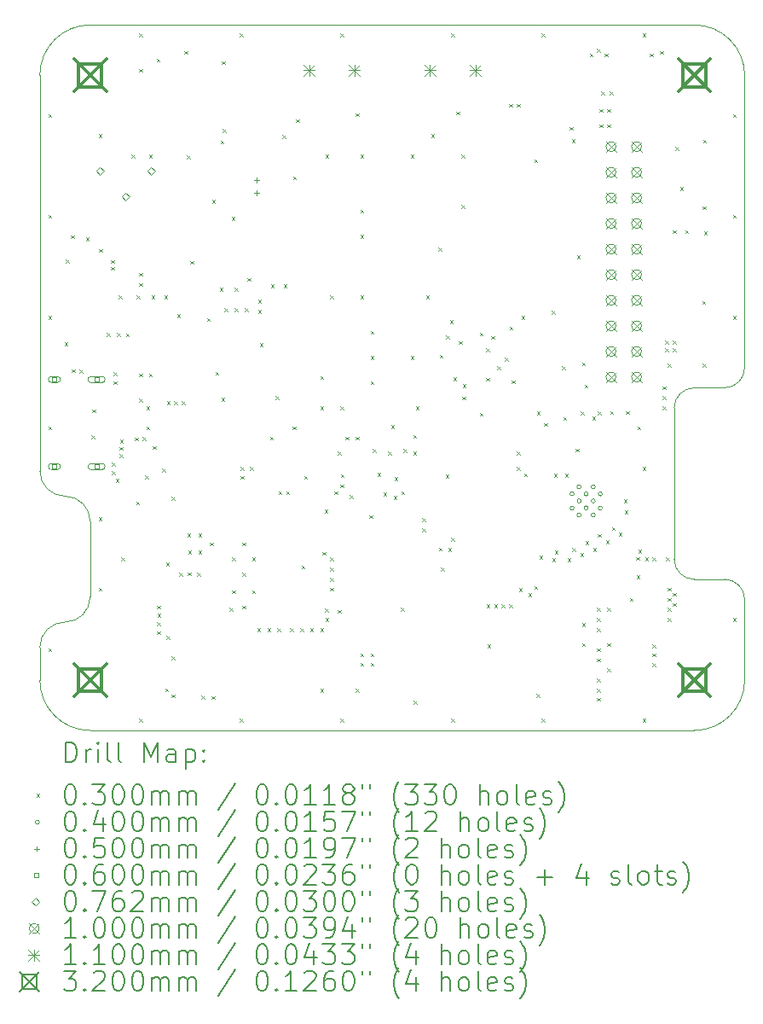
<source format=gbr>
%TF.GenerationSoftware,KiCad,Pcbnew,7.0.9*%
%TF.CreationDate,2024-01-10T01:47:30-08:00*%
%TF.ProjectId,ai-camera-rev3.1,61692d63-616d-4657-9261-2d726576332e,rev3.1*%
%TF.SameCoordinates,PX5a995c0PY2aea540*%
%TF.FileFunction,Drillmap*%
%TF.FilePolarity,Positive*%
%FSLAX45Y45*%
G04 Gerber Fmt 4.5, Leading zero omitted, Abs format (unit mm)*
G04 Created by KiCad (PCBNEW 7.0.9) date 2024-01-10 01:47:30*
%MOMM*%
%LPD*%
G01*
G04 APERTURE LIST*
%ADD10C,0.100000*%
%ADD11C,0.200000*%
%ADD12C,0.110000*%
%ADD13C,0.320000*%
G04 APERTURE END LIST*
D10*
X7000000Y-500000D02*
G75*
G03*
X6500000Y0I-500000J0D01*
G01*
X0Y-4425000D02*
G75*
G03*
X250000Y-4675000I250000J0D01*
G01*
X7000000Y-5700000D02*
X7000000Y-6500000D01*
X500000Y0D02*
X6500000Y0D01*
X6300000Y-5300000D02*
G75*
G03*
X6500000Y-5500000I200000J0D01*
G01*
X250000Y-5925000D02*
G75*
G03*
X0Y-6175000I0J-250000D01*
G01*
X6800000Y-3600000D02*
X6500000Y-3600000D01*
X500000Y0D02*
G75*
G03*
X0Y-500000I0J-500000D01*
G01*
X7000000Y-5700000D02*
G75*
G03*
X6800000Y-5500000I-200000J0D01*
G01*
X0Y-4425000D02*
X0Y-500000D01*
X500000Y-4925000D02*
G75*
G03*
X250000Y-4675000I-250000J0D01*
G01*
X6500000Y-3600000D02*
G75*
G03*
X6300000Y-3800000I0J-200000D01*
G01*
X6500000Y-5500000D02*
X6800000Y-5500000D01*
X6500000Y-7000000D02*
G75*
G03*
X7000000Y-6500000I0J500000D01*
G01*
X500000Y-5675000D02*
X500000Y-4925000D01*
X0Y-6175000D02*
X0Y-6500000D01*
X7000000Y-500000D02*
X7000000Y-3400000D01*
X0Y-6500000D02*
G75*
G03*
X500000Y-7000000I500000J0D01*
G01*
X6500000Y-7000000D02*
X500000Y-7000000D01*
X250000Y-5925000D02*
G75*
G03*
X500000Y-5675000I0J250000D01*
G01*
X6800000Y-3600000D02*
G75*
G03*
X7000000Y-3400000I0J200000D01*
G01*
X6300000Y-3800000D02*
X6300000Y-5300000D01*
D11*
D10*
X85000Y-885000D02*
X115000Y-915000D01*
X115000Y-885000D02*
X85000Y-915000D01*
X85000Y-1885000D02*
X115000Y-1915000D01*
X115000Y-1885000D02*
X85000Y-1915000D01*
X85000Y-2885000D02*
X115000Y-2915000D01*
X115000Y-2885000D02*
X85000Y-2915000D01*
X85000Y-3985000D02*
X115000Y-4015000D01*
X115000Y-3985000D02*
X85000Y-4015000D01*
X85000Y-6185000D02*
X115000Y-6215000D01*
X115000Y-6185000D02*
X85000Y-6215000D01*
X247500Y-3150000D02*
X277500Y-3180000D01*
X277500Y-3150000D02*
X247500Y-3180000D01*
X258000Y-2328855D02*
X288000Y-2358855D01*
X288000Y-2328855D02*
X258000Y-2358855D01*
X309094Y-2088000D02*
X339094Y-2118000D01*
X339094Y-2088000D02*
X309094Y-2118000D01*
X319639Y-3415520D02*
X349639Y-3445520D01*
X349639Y-3415520D02*
X319639Y-3445520D01*
X392000Y-3422000D02*
X422000Y-3452000D01*
X422000Y-3422000D02*
X392000Y-3452000D01*
X457000Y-2110000D02*
X487000Y-2140000D01*
X487000Y-2110000D02*
X457000Y-2140000D01*
X514000Y-4071000D02*
X544000Y-4101000D01*
X544000Y-4071000D02*
X514000Y-4101000D01*
X520852Y-3816148D02*
X550852Y-3846148D01*
X550852Y-3816148D02*
X520852Y-3846148D01*
X585000Y-1085000D02*
X615000Y-1115000D01*
X615000Y-1085000D02*
X585000Y-1115000D01*
X585000Y-4885000D02*
X615000Y-4915000D01*
X615000Y-4885000D02*
X585000Y-4915000D01*
X585000Y-5585000D02*
X615000Y-5615000D01*
X615000Y-5585000D02*
X585000Y-5615000D01*
X587597Y-2221650D02*
X617597Y-2251650D01*
X617597Y-2221650D02*
X587597Y-2251650D01*
X666500Y-3056500D02*
X696500Y-3086500D01*
X696500Y-3056500D02*
X666500Y-3086500D01*
X707984Y-2333546D02*
X737984Y-2363546D01*
X737984Y-2333546D02*
X707984Y-2363546D01*
X708403Y-2400007D02*
X738403Y-2430007D01*
X738403Y-2400007D02*
X708403Y-2430007D01*
X715000Y-4342500D02*
X745000Y-4372500D01*
X745000Y-4342500D02*
X715000Y-4372500D01*
X715000Y-4430000D02*
X745000Y-4460000D01*
X745000Y-4430000D02*
X715000Y-4460000D01*
X732500Y-3447500D02*
X762500Y-3477500D01*
X762500Y-3447500D02*
X732500Y-3477500D01*
X732500Y-3535000D02*
X762500Y-3565000D01*
X762500Y-3535000D02*
X732500Y-3565000D01*
X755000Y-4505000D02*
X785000Y-4535000D01*
X785000Y-4505000D02*
X755000Y-4535000D01*
X764500Y-3057500D02*
X794500Y-3087500D01*
X794500Y-3057500D02*
X764500Y-3087500D01*
X785000Y-2685000D02*
X815000Y-2715000D01*
X815000Y-2685000D02*
X785000Y-2715000D01*
X790000Y-4260000D02*
X820000Y-4290000D01*
X820000Y-4260000D02*
X790000Y-4290000D01*
X792500Y-4187500D02*
X822500Y-4217500D01*
X822500Y-4187500D02*
X792500Y-4217500D01*
X795000Y-4115000D02*
X825000Y-4145000D01*
X825000Y-4115000D02*
X795000Y-4145000D01*
X810000Y-5285000D02*
X840000Y-5315000D01*
X840000Y-5285000D02*
X810000Y-5315000D01*
X853500Y-3059500D02*
X883500Y-3089500D01*
X883500Y-3059500D02*
X853500Y-3089500D01*
X910000Y-1285000D02*
X940000Y-1315000D01*
X940000Y-1285000D02*
X910000Y-1315000D01*
X945000Y-4092500D02*
X975000Y-4122500D01*
X975000Y-4092500D02*
X945000Y-4122500D01*
X955000Y-4730000D02*
X985000Y-4760000D01*
X985000Y-4730000D02*
X955000Y-4760000D01*
X960000Y-2685000D02*
X990000Y-2715000D01*
X990000Y-2685000D02*
X960000Y-2715000D01*
X985000Y-85000D02*
X1015000Y-115000D01*
X1015000Y-85000D02*
X985000Y-115000D01*
X985000Y-435000D02*
X1015000Y-465000D01*
X1015000Y-435000D02*
X985000Y-465000D01*
X985000Y-2460000D02*
X1015000Y-2490000D01*
X1015000Y-2460000D02*
X985000Y-2490000D01*
X985000Y-2560000D02*
X1015000Y-2590000D01*
X1015000Y-2560000D02*
X985000Y-2590000D01*
X985000Y-3457836D02*
X1015000Y-3487836D01*
X1015000Y-3457836D02*
X985000Y-3487836D01*
X985000Y-3710000D02*
X1015000Y-3740000D01*
X1015000Y-3710000D02*
X985000Y-3740000D01*
X985000Y-6885000D02*
X1015000Y-6915000D01*
X1015000Y-6885000D02*
X985000Y-6915000D01*
X1020000Y-4087500D02*
X1050000Y-4117500D01*
X1050000Y-4087500D02*
X1020000Y-4117500D01*
X1047169Y-4468502D02*
X1077169Y-4498502D01*
X1077169Y-4468502D02*
X1047169Y-4498502D01*
X1060000Y-3785000D02*
X1090000Y-3815000D01*
X1090000Y-3785000D02*
X1060000Y-3815000D01*
X1060000Y-3985000D02*
X1090000Y-4015000D01*
X1090000Y-3985000D02*
X1060000Y-4015000D01*
X1085000Y-1285000D02*
X1115000Y-1315000D01*
X1115000Y-1285000D02*
X1085000Y-1315000D01*
X1085000Y-3460000D02*
X1115000Y-3490000D01*
X1115000Y-3460000D02*
X1085000Y-3490000D01*
X1110000Y-2685000D02*
X1140000Y-2715000D01*
X1140000Y-2685000D02*
X1110000Y-2715000D01*
X1120000Y-4177500D02*
X1150000Y-4207500D01*
X1150000Y-4177500D02*
X1120000Y-4207500D01*
X1160000Y-335000D02*
X1190000Y-365000D01*
X1190000Y-335000D02*
X1160000Y-365000D01*
X1165000Y-5760000D02*
X1195000Y-5790000D01*
X1195000Y-5760000D02*
X1165000Y-5790000D01*
X1165000Y-5925000D02*
X1195000Y-5955000D01*
X1195000Y-5925000D02*
X1165000Y-5955000D01*
X1165000Y-6017500D02*
X1195000Y-6047500D01*
X1195000Y-6017500D02*
X1165000Y-6047500D01*
X1167500Y-5840000D02*
X1197500Y-5870000D01*
X1197500Y-5840000D02*
X1167500Y-5870000D01*
X1215666Y-4403010D02*
X1245666Y-4433010D01*
X1245666Y-4403010D02*
X1215666Y-4433010D01*
X1235000Y-2685000D02*
X1265000Y-2715000D01*
X1265000Y-2685000D02*
X1235000Y-2715000D01*
X1246000Y-6583000D02*
X1276000Y-6613000D01*
X1276000Y-6583000D02*
X1246000Y-6613000D01*
X1253000Y-5335000D02*
X1283000Y-5365000D01*
X1283000Y-5335000D02*
X1253000Y-5365000D01*
X1257500Y-6062500D02*
X1287500Y-6092500D01*
X1287500Y-6062500D02*
X1257500Y-6092500D01*
X1260000Y-3735000D02*
X1290000Y-3765000D01*
X1290000Y-3735000D02*
X1260000Y-3765000D01*
X1307500Y-6642500D02*
X1337500Y-6672500D01*
X1337500Y-6642500D02*
X1307500Y-6672500D01*
X1309950Y-4684000D02*
X1339950Y-4714000D01*
X1339950Y-4684000D02*
X1309950Y-4714000D01*
X1310000Y-6264000D02*
X1340000Y-6294000D01*
X1340000Y-6264000D02*
X1310000Y-6294000D01*
X1335000Y-3735000D02*
X1365000Y-3765000D01*
X1365000Y-3735000D02*
X1335000Y-3765000D01*
X1365000Y-2871000D02*
X1395000Y-2901000D01*
X1395000Y-2871000D02*
X1365000Y-2901000D01*
X1385000Y-5435000D02*
X1415000Y-5465000D01*
X1415000Y-5435000D02*
X1385000Y-5465000D01*
X1410000Y-3735000D02*
X1440000Y-3765000D01*
X1440000Y-3735000D02*
X1410000Y-3765000D01*
X1435000Y-260000D02*
X1465000Y-290000D01*
X1465000Y-260000D02*
X1435000Y-290000D01*
X1460000Y-1297658D02*
X1490000Y-1327658D01*
X1490000Y-1297658D02*
X1460000Y-1327658D01*
X1465000Y-5045000D02*
X1495000Y-5075000D01*
X1495000Y-5045000D02*
X1465000Y-5075000D01*
X1470000Y-5430000D02*
X1500000Y-5460000D01*
X1500000Y-5430000D02*
X1470000Y-5460000D01*
X1475000Y-5215000D02*
X1505000Y-5245000D01*
X1505000Y-5215000D02*
X1475000Y-5245000D01*
X1496000Y-2343000D02*
X1526000Y-2373000D01*
X1526000Y-2343000D02*
X1496000Y-2373000D01*
X1560000Y-5435000D02*
X1590000Y-5465000D01*
X1590000Y-5435000D02*
X1560000Y-5465000D01*
X1575000Y-5045000D02*
X1605000Y-5075000D01*
X1605000Y-5045000D02*
X1575000Y-5075000D01*
X1575000Y-5215000D02*
X1605000Y-5245000D01*
X1605000Y-5215000D02*
X1575000Y-5245000D01*
X1605000Y-6655000D02*
X1635000Y-6685000D01*
X1635000Y-6655000D02*
X1605000Y-6685000D01*
X1660000Y-2910000D02*
X1690000Y-2940000D01*
X1690000Y-2910000D02*
X1660000Y-2940000D01*
X1687500Y-5135000D02*
X1717500Y-5165000D01*
X1717500Y-5135000D02*
X1687500Y-5165000D01*
X1705000Y-6660000D02*
X1735000Y-6690000D01*
X1735000Y-6660000D02*
X1705000Y-6690000D01*
X1710000Y-1735000D02*
X1740000Y-1765000D01*
X1740000Y-1735000D02*
X1710000Y-1765000D01*
X1743000Y-3442000D02*
X1773000Y-3472000D01*
X1773000Y-3442000D02*
X1743000Y-3472000D01*
X1785000Y-2610000D02*
X1815000Y-2640000D01*
X1815000Y-2610000D02*
X1785000Y-2640000D01*
X1795000Y-1147500D02*
X1825000Y-1177500D01*
X1825000Y-1147500D02*
X1795000Y-1177500D01*
X1802380Y-3700505D02*
X1832380Y-3730505D01*
X1832380Y-3700505D02*
X1802380Y-3730505D01*
X1810000Y-360000D02*
X1840000Y-390000D01*
X1840000Y-360000D02*
X1810000Y-390000D01*
X1815000Y-1035000D02*
X1845000Y-1065000D01*
X1845000Y-1035000D02*
X1815000Y-1065000D01*
X1835000Y-2810000D02*
X1865000Y-2840000D01*
X1865000Y-2810000D02*
X1835000Y-2840000D01*
X1885000Y-5785000D02*
X1915000Y-5815000D01*
X1915000Y-5785000D02*
X1885000Y-5815000D01*
X1905000Y-1905000D02*
X1935000Y-1935000D01*
X1935000Y-1905000D02*
X1905000Y-1935000D01*
X1910000Y-5285000D02*
X1940000Y-5315000D01*
X1940000Y-5285000D02*
X1910000Y-5315000D01*
X1910000Y-5610000D02*
X1940000Y-5640000D01*
X1940000Y-5610000D02*
X1910000Y-5640000D01*
X1935000Y-2610000D02*
X1965000Y-2640000D01*
X1965000Y-2610000D02*
X1935000Y-2640000D01*
X1935000Y-2810000D02*
X1965000Y-2840000D01*
X1965000Y-2810000D02*
X1935000Y-2840000D01*
X1985000Y-85000D02*
X2015000Y-115000D01*
X2015000Y-85000D02*
X1985000Y-115000D01*
X1985000Y-6885000D02*
X2015000Y-6915000D01*
X2015000Y-6885000D02*
X1985000Y-6915000D01*
X1993803Y-4476197D02*
X2023803Y-4506197D01*
X2023803Y-4476197D02*
X1993803Y-4506197D01*
X1995260Y-4385000D02*
X2025260Y-4415000D01*
X2025260Y-4385000D02*
X1995260Y-4415000D01*
X2010000Y-5135000D02*
X2040000Y-5165000D01*
X2040000Y-5135000D02*
X2010000Y-5165000D01*
X2010000Y-5435000D02*
X2040000Y-5465000D01*
X2040000Y-5435000D02*
X2010000Y-5465000D01*
X2010000Y-5761760D02*
X2040000Y-5791760D01*
X2040000Y-5761760D02*
X2010000Y-5791760D01*
X2035000Y-2810000D02*
X2065000Y-2840000D01*
X2065000Y-2810000D02*
X2035000Y-2840000D01*
X2060000Y-2510000D02*
X2090000Y-2540000D01*
X2090000Y-2510000D02*
X2060000Y-2540000D01*
X2085000Y-4385000D02*
X2115000Y-4415000D01*
X2115000Y-4385000D02*
X2085000Y-4415000D01*
X2110000Y-5285000D02*
X2140000Y-5315000D01*
X2140000Y-5285000D02*
X2110000Y-5315000D01*
X2110000Y-5610000D02*
X2140000Y-5640000D01*
X2140000Y-5610000D02*
X2110000Y-5640000D01*
X2160000Y-5985000D02*
X2190000Y-6015000D01*
X2190000Y-5985000D02*
X2160000Y-6015000D01*
X2169400Y-2728200D02*
X2199400Y-2758200D01*
X2199400Y-2728200D02*
X2169400Y-2758200D01*
X2169400Y-2829800D02*
X2199400Y-2859800D01*
X2199400Y-2829800D02*
X2169400Y-2859800D01*
X2185000Y-3160000D02*
X2215000Y-3190000D01*
X2215000Y-3160000D02*
X2185000Y-3190000D01*
X2260000Y-5985000D02*
X2290000Y-6015000D01*
X2290000Y-5985000D02*
X2260000Y-6015000D01*
X2285000Y-4085000D02*
X2315000Y-4115000D01*
X2315000Y-4085000D02*
X2285000Y-4115000D01*
X2296400Y-2575800D02*
X2326400Y-2605800D01*
X2326400Y-2575800D02*
X2296400Y-2605800D01*
X2338919Y-3683792D02*
X2368919Y-3713792D01*
X2368919Y-3683792D02*
X2338919Y-3713792D01*
X2360000Y-5985000D02*
X2390000Y-6015000D01*
X2390000Y-5985000D02*
X2360000Y-6015000D01*
X2372600Y-4629000D02*
X2402600Y-4659000D01*
X2402600Y-4629000D02*
X2372600Y-4659000D01*
X2411000Y-1090000D02*
X2441000Y-1120000D01*
X2441000Y-1090000D02*
X2411000Y-1120000D01*
X2423400Y-2575800D02*
X2453400Y-2605800D01*
X2453400Y-2575800D02*
X2423400Y-2605800D01*
X2448800Y-4629000D02*
X2478800Y-4659000D01*
X2478800Y-4629000D02*
X2448800Y-4659000D01*
X2485000Y-5985000D02*
X2515000Y-6015000D01*
X2515000Y-5985000D02*
X2485000Y-6015000D01*
X2510000Y-3985000D02*
X2540000Y-4015000D01*
X2540000Y-3985000D02*
X2510000Y-4015000D01*
X2515000Y-1501000D02*
X2545000Y-1531000D01*
X2545000Y-1501000D02*
X2515000Y-1531000D01*
X2545000Y-935000D02*
X2575000Y-965000D01*
X2575000Y-935000D02*
X2545000Y-965000D01*
X2585000Y-5985000D02*
X2615000Y-6015000D01*
X2615000Y-5985000D02*
X2585000Y-6015000D01*
X2601200Y-5365600D02*
X2631200Y-5395600D01*
X2631200Y-5365600D02*
X2601200Y-5395600D01*
X2624000Y-4474000D02*
X2654000Y-4504000D01*
X2654000Y-4474000D02*
X2624000Y-4504000D01*
X2685000Y-5985000D02*
X2715000Y-6015000D01*
X2715000Y-5985000D02*
X2685000Y-6015000D01*
X2785000Y-3485000D02*
X2815000Y-3515000D01*
X2815000Y-3485000D02*
X2785000Y-3515000D01*
X2785000Y-3785000D02*
X2815000Y-3815000D01*
X2815000Y-3785000D02*
X2785000Y-3815000D01*
X2785000Y-5985000D02*
X2815000Y-6015000D01*
X2815000Y-5985000D02*
X2785000Y-6015000D01*
X2785000Y-6585000D02*
X2815000Y-6615000D01*
X2815000Y-6585000D02*
X2785000Y-6615000D01*
X2805000Y-5230000D02*
X2835000Y-5260000D01*
X2835000Y-5230000D02*
X2805000Y-5260000D01*
X2829800Y-4811000D02*
X2859800Y-4841000D01*
X2859800Y-4811000D02*
X2829800Y-4841000D01*
X2831920Y-5790000D02*
X2861920Y-5820000D01*
X2861920Y-5790000D02*
X2831920Y-5820000D01*
X2835000Y-1285000D02*
X2865000Y-1315000D01*
X2865000Y-1285000D02*
X2835000Y-1315000D01*
X2835000Y-5885000D02*
X2865000Y-5915000D01*
X2865000Y-5885000D02*
X2835000Y-5915000D01*
X2885000Y-2685000D02*
X2915000Y-2715000D01*
X2915000Y-2685000D02*
X2885000Y-2715000D01*
X2885000Y-5285000D02*
X2915000Y-5315000D01*
X2915000Y-5285000D02*
X2885000Y-5315000D01*
X2885000Y-5385000D02*
X2915000Y-5415000D01*
X2915000Y-5385000D02*
X2885000Y-5415000D01*
X2885000Y-5485000D02*
X2915000Y-5515000D01*
X2915000Y-5485000D02*
X2885000Y-5515000D01*
X2885000Y-5585000D02*
X2915000Y-5615000D01*
X2915000Y-5585000D02*
X2885000Y-5615000D01*
X2926320Y-4629000D02*
X2956320Y-4659000D01*
X2956320Y-4629000D02*
X2926320Y-4659000D01*
X2960000Y-4235000D02*
X2990000Y-4265000D01*
X2990000Y-4235000D02*
X2960000Y-4265000D01*
X2960000Y-5804000D02*
X2990000Y-5834000D01*
X2990000Y-5804000D02*
X2960000Y-5834000D01*
X2984349Y-4560600D02*
X3014349Y-4590600D01*
X3014349Y-4560600D02*
X2984349Y-4590600D01*
X2985000Y-85000D02*
X3015000Y-115000D01*
X3015000Y-85000D02*
X2985000Y-115000D01*
X2985000Y-3785000D02*
X3015000Y-3815000D01*
X3015000Y-3785000D02*
X2985000Y-3815000D01*
X2985000Y-6885000D02*
X3015000Y-6915000D01*
X3015000Y-6885000D02*
X2985000Y-6915000D01*
X2988000Y-4456000D02*
X3018000Y-4486000D01*
X3018000Y-4456000D02*
X2988000Y-4486000D01*
X3035000Y-4085000D02*
X3065000Y-4115000D01*
X3065000Y-4085000D02*
X3035000Y-4115000D01*
X3078000Y-4664000D02*
X3108000Y-4694000D01*
X3108000Y-4664000D02*
X3078000Y-4694000D01*
X3135000Y-875000D02*
X3165000Y-905000D01*
X3165000Y-875000D02*
X3135000Y-905000D01*
X3135000Y-4085000D02*
X3165000Y-4115000D01*
X3165000Y-4085000D02*
X3135000Y-4115000D01*
X3135000Y-6585000D02*
X3165000Y-6615000D01*
X3165000Y-6585000D02*
X3135000Y-6615000D01*
X3185000Y-1285000D02*
X3215000Y-1315000D01*
X3215000Y-1285000D02*
X3185000Y-1315000D01*
X3185000Y-1835000D02*
X3215000Y-1865000D01*
X3215000Y-1835000D02*
X3185000Y-1865000D01*
X3185000Y-2085000D02*
X3215000Y-2115000D01*
X3215000Y-2085000D02*
X3185000Y-2115000D01*
X3185000Y-2685000D02*
X3215000Y-2715000D01*
X3215000Y-2685000D02*
X3185000Y-2715000D01*
X3185000Y-6235000D02*
X3215000Y-6265000D01*
X3215000Y-6235000D02*
X3185000Y-6265000D01*
X3185400Y-6330800D02*
X3215400Y-6360800D01*
X3215400Y-6330800D02*
X3185400Y-6360800D01*
X3274692Y-4862908D02*
X3304692Y-4892908D01*
X3304692Y-4862908D02*
X3274692Y-4892908D01*
X3285000Y-3035000D02*
X3315000Y-3065000D01*
X3315000Y-3035000D02*
X3285000Y-3065000D01*
X3285000Y-3285000D02*
X3315000Y-3315000D01*
X3315000Y-3285000D02*
X3285000Y-3315000D01*
X3285000Y-3535000D02*
X3315000Y-3565000D01*
X3315000Y-3535000D02*
X3285000Y-3565000D01*
X3285000Y-6235000D02*
X3315000Y-6265000D01*
X3315000Y-6235000D02*
X3285000Y-6265000D01*
X3287000Y-6330800D02*
X3317000Y-6360800D01*
X3317000Y-6330800D02*
X3287000Y-6360800D01*
X3307320Y-4210000D02*
X3337320Y-4240000D01*
X3337320Y-4210000D02*
X3307320Y-4240000D01*
X3353000Y-4445000D02*
X3383000Y-4475000D01*
X3383000Y-4445000D02*
X3353000Y-4475000D01*
X3413000Y-4638000D02*
X3443000Y-4668000D01*
X3443000Y-4638000D02*
X3413000Y-4668000D01*
X3460000Y-4235000D02*
X3490000Y-4265000D01*
X3490000Y-4235000D02*
X3460000Y-4265000D01*
X3487000Y-3972000D02*
X3517000Y-4002000D01*
X3517000Y-3972000D02*
X3487000Y-4002000D01*
X3515600Y-4673200D02*
X3545600Y-4703200D01*
X3545600Y-4673200D02*
X3515600Y-4703200D01*
X3520352Y-4489648D02*
X3550352Y-4519648D01*
X3550352Y-4489648D02*
X3520352Y-4519648D01*
X3585000Y-5785000D02*
X3615000Y-5815000D01*
X3615000Y-5785000D02*
X3585000Y-5815000D01*
X3591800Y-4629000D02*
X3621800Y-4659000D01*
X3621800Y-4629000D02*
X3591800Y-4659000D01*
X3610000Y-4210000D02*
X3640000Y-4240000D01*
X3640000Y-4210000D02*
X3610000Y-4240000D01*
X3685000Y-1285000D02*
X3715000Y-1315000D01*
X3715000Y-1285000D02*
X3685000Y-1315000D01*
X3685000Y-3285000D02*
X3715000Y-3315000D01*
X3715000Y-3285000D02*
X3685000Y-3315000D01*
X3710000Y-4067500D02*
X3740000Y-4097500D01*
X3740000Y-4067500D02*
X3710000Y-4097500D01*
X3710000Y-4235000D02*
X3740000Y-4265000D01*
X3740000Y-4235000D02*
X3710000Y-4265000D01*
X3714000Y-6705000D02*
X3744000Y-6735000D01*
X3744000Y-6705000D02*
X3714000Y-6735000D01*
X3735000Y-3785000D02*
X3765000Y-3815000D01*
X3765000Y-3785000D02*
X3735000Y-3815000D01*
X3796000Y-4892000D02*
X3826000Y-4922000D01*
X3826000Y-4892000D02*
X3796000Y-4922000D01*
X3798000Y-4996000D02*
X3828000Y-5026000D01*
X3828000Y-4996000D02*
X3798000Y-5026000D01*
X3835000Y-2685000D02*
X3865000Y-2715000D01*
X3865000Y-2685000D02*
X3835000Y-2715000D01*
X3885000Y-1085000D02*
X3915000Y-1115000D01*
X3915000Y-1085000D02*
X3885000Y-1115000D01*
X3960000Y-2210000D02*
X3990000Y-2240000D01*
X3990000Y-2210000D02*
X3960000Y-2240000D01*
X3962640Y-5186920D02*
X3992640Y-5216920D01*
X3992640Y-5186920D02*
X3962640Y-5216920D01*
X3970000Y-3272000D02*
X4000000Y-3302000D01*
X4000000Y-3272000D02*
X3970000Y-3302000D01*
X3985000Y-5385000D02*
X4015000Y-5415000D01*
X4015000Y-5385000D02*
X3985000Y-5415000D01*
X4029383Y-4460086D02*
X4059383Y-4490086D01*
X4059383Y-4460086D02*
X4029383Y-4490086D01*
X4033000Y-3082000D02*
X4063000Y-3112000D01*
X4063000Y-3082000D02*
X4033000Y-3112000D01*
X4055000Y-5190000D02*
X4085000Y-5220000D01*
X4085000Y-5190000D02*
X4055000Y-5220000D01*
X4073000Y-2931000D02*
X4103000Y-2961000D01*
X4103000Y-2931000D02*
X4073000Y-2961000D01*
X4084359Y-5090601D02*
X4114359Y-5120601D01*
X4114359Y-5090601D02*
X4084359Y-5120601D01*
X4085000Y-85000D02*
X4115000Y-115000D01*
X4115000Y-85000D02*
X4085000Y-115000D01*
X4085000Y-6885000D02*
X4115000Y-6915000D01*
X4115000Y-6885000D02*
X4085000Y-6915000D01*
X4105000Y-3496000D02*
X4135000Y-3526000D01*
X4135000Y-3496000D02*
X4105000Y-3526000D01*
X4135000Y-860000D02*
X4165000Y-890000D01*
X4165000Y-860000D02*
X4135000Y-890000D01*
X4163000Y-3136000D02*
X4193000Y-3166000D01*
X4193000Y-3136000D02*
X4163000Y-3166000D01*
X4185000Y-1285000D02*
X4215000Y-1315000D01*
X4215000Y-1285000D02*
X4185000Y-1315000D01*
X4185000Y-1785000D02*
X4215000Y-1815000D01*
X4215000Y-1785000D02*
X4185000Y-1815000D01*
X4194000Y-3686000D02*
X4224000Y-3716000D01*
X4224000Y-3686000D02*
X4194000Y-3716000D01*
X4201000Y-3563000D02*
X4231000Y-3593000D01*
X4231000Y-3563000D02*
X4201000Y-3593000D01*
X4370000Y-3054000D02*
X4400000Y-3084000D01*
X4400000Y-3054000D02*
X4370000Y-3084000D01*
X4370000Y-3848000D02*
X4400000Y-3878000D01*
X4400000Y-3848000D02*
X4370000Y-3878000D01*
X4433000Y-3207000D02*
X4463000Y-3237000D01*
X4463000Y-3207000D02*
X4433000Y-3237000D01*
X4434000Y-3501000D02*
X4464000Y-3531000D01*
X4464000Y-3501000D02*
X4434000Y-3531000D01*
X4437500Y-5750000D02*
X4467500Y-5780000D01*
X4467500Y-5750000D02*
X4437500Y-5780000D01*
X4446000Y-6147000D02*
X4476000Y-6177000D01*
X4476000Y-6147000D02*
X4446000Y-6177000D01*
X4485000Y-3085000D02*
X4515000Y-3115000D01*
X4515000Y-3085000D02*
X4485000Y-3115000D01*
X4511150Y-5750000D02*
X4541150Y-5780000D01*
X4541150Y-5750000D02*
X4511150Y-5780000D01*
X4544000Y-3388600D02*
X4574000Y-3418600D01*
X4574000Y-3388600D02*
X4544000Y-3418600D01*
X4583850Y-5750000D02*
X4613850Y-5780000D01*
X4613850Y-5750000D02*
X4583850Y-5780000D01*
X4617000Y-3300000D02*
X4647000Y-3330000D01*
X4647000Y-3300000D02*
X4617000Y-3330000D01*
X4660000Y-785000D02*
X4690000Y-815000D01*
X4690000Y-785000D02*
X4660000Y-815000D01*
X4660000Y-5750000D02*
X4690000Y-5780000D01*
X4690000Y-5750000D02*
X4660000Y-5780000D01*
X4667000Y-2993000D02*
X4697000Y-3023000D01*
X4697000Y-2993000D02*
X4667000Y-3023000D01*
X4684915Y-3527211D02*
X4714915Y-3557211D01*
X4714915Y-3527211D02*
X4684915Y-3557211D01*
X4735000Y-785000D02*
X4765000Y-815000D01*
X4765000Y-785000D02*
X4735000Y-815000D01*
X4735000Y-4235000D02*
X4765000Y-4265000D01*
X4765000Y-4235000D02*
X4735000Y-4265000D01*
X4735000Y-4385000D02*
X4765000Y-4415000D01*
X4765000Y-4385000D02*
X4735000Y-4415000D01*
X4757000Y-5590000D02*
X4787000Y-5620000D01*
X4787000Y-5590000D02*
X4757000Y-5620000D01*
X4785000Y-2885000D02*
X4815000Y-2915000D01*
X4815000Y-2885000D02*
X4785000Y-2915000D01*
X4810000Y-4447912D02*
X4840000Y-4477912D01*
X4840000Y-4447912D02*
X4810000Y-4477912D01*
X4850000Y-5640000D02*
X4880000Y-5670000D01*
X4880000Y-5640000D02*
X4850000Y-5670000D01*
X4910000Y-1335000D02*
X4940000Y-1365000D01*
X4940000Y-1335000D02*
X4910000Y-1365000D01*
X4912600Y-5567920D02*
X4942600Y-5597920D01*
X4942600Y-5567920D02*
X4912600Y-5597920D01*
X4932000Y-6638000D02*
X4962000Y-6668000D01*
X4962000Y-6638000D02*
X4932000Y-6668000D01*
X4935000Y-3835000D02*
X4965000Y-3865000D01*
X4965000Y-3835000D02*
X4935000Y-3865000D01*
X4963400Y-5268200D02*
X4993400Y-5298200D01*
X4993400Y-5268200D02*
X4963400Y-5298200D01*
X4985000Y-85000D02*
X5015000Y-115000D01*
X5015000Y-85000D02*
X4985000Y-115000D01*
X4985000Y-6885000D02*
X5015000Y-6915000D01*
X5015000Y-6885000D02*
X4985000Y-6915000D01*
X5009999Y-3949778D02*
X5039999Y-3979778D01*
X5039999Y-3949778D02*
X5009999Y-3979778D01*
X5085000Y-2835000D02*
X5115000Y-2865000D01*
X5115000Y-2835000D02*
X5085000Y-2865000D01*
X5090400Y-5293600D02*
X5120400Y-5323600D01*
X5120400Y-5293600D02*
X5090400Y-5323600D01*
X5105640Y-4455400D02*
X5135640Y-4485400D01*
X5135640Y-4455400D02*
X5105640Y-4485400D01*
X5115800Y-5217400D02*
X5145800Y-5247400D01*
X5145800Y-5217400D02*
X5115800Y-5247400D01*
X5185000Y-3385000D02*
X5215000Y-3415000D01*
X5215000Y-3385000D02*
X5185000Y-3415000D01*
X5199000Y-3890000D02*
X5229000Y-3920000D01*
X5229000Y-3890000D02*
X5199000Y-3920000D01*
X5217400Y-4455400D02*
X5247400Y-4485400D01*
X5247400Y-4455400D02*
X5217400Y-4485400D01*
X5242800Y-5293600D02*
X5272800Y-5323600D01*
X5272800Y-5293600D02*
X5242800Y-5323600D01*
X5260000Y-1010000D02*
X5290000Y-1040000D01*
X5290000Y-1010000D02*
X5260000Y-1040000D01*
X5285000Y-1135000D02*
X5315000Y-1165000D01*
X5315000Y-1135000D02*
X5285000Y-1165000D01*
X5288520Y-5192000D02*
X5318520Y-5222000D01*
X5318520Y-5192000D02*
X5288520Y-5222000D01*
X5320000Y-4205000D02*
X5350000Y-4235000D01*
X5350000Y-4205000D02*
X5320000Y-4235000D01*
X5335000Y-2285000D02*
X5365000Y-2315000D01*
X5365000Y-2285000D02*
X5335000Y-2315000D01*
X5369800Y-5242800D02*
X5399800Y-5272800D01*
X5399800Y-5242800D02*
X5369800Y-5272800D01*
X5371000Y-3835000D02*
X5401000Y-3865000D01*
X5401000Y-3835000D02*
X5371000Y-3865000D01*
X5384000Y-3350000D02*
X5414000Y-3380000D01*
X5414000Y-3350000D02*
X5384000Y-3380000D01*
X5385000Y-5935000D02*
X5415000Y-5965000D01*
X5415000Y-5935000D02*
X5385000Y-5965000D01*
X5385000Y-6135000D02*
X5415000Y-6165000D01*
X5415000Y-6135000D02*
X5385000Y-6165000D01*
X5410000Y-3569000D02*
X5440000Y-3599000D01*
X5440000Y-3569000D02*
X5410000Y-3599000D01*
X5420600Y-5120880D02*
X5450600Y-5150880D01*
X5450600Y-5120880D02*
X5420600Y-5150880D01*
X5460000Y-285000D02*
X5490000Y-315000D01*
X5490000Y-285000D02*
X5460000Y-315000D01*
X5485000Y-3885000D02*
X5515000Y-3915000D01*
X5515000Y-3885000D02*
X5485000Y-3915000D01*
X5496800Y-5192000D02*
X5526800Y-5222000D01*
X5526800Y-5192000D02*
X5496800Y-5222000D01*
X5535000Y-235000D02*
X5565000Y-265000D01*
X5565000Y-235000D02*
X5535000Y-265000D01*
X5535000Y-5785000D02*
X5565000Y-5815000D01*
X5565000Y-5785000D02*
X5535000Y-5815000D01*
X5535000Y-5885000D02*
X5565000Y-5915000D01*
X5565000Y-5885000D02*
X5535000Y-5915000D01*
X5535000Y-5985000D02*
X5565000Y-6015000D01*
X5565000Y-5985000D02*
X5535000Y-6015000D01*
X5535000Y-6185000D02*
X5565000Y-6215000D01*
X5565000Y-6185000D02*
X5535000Y-6215000D01*
X5535000Y-6285000D02*
X5565000Y-6315000D01*
X5565000Y-6285000D02*
X5535000Y-6315000D01*
X5535000Y-6485000D02*
X5565000Y-6515000D01*
X5565000Y-6485000D02*
X5535000Y-6515000D01*
X5535000Y-6585000D02*
X5565000Y-6615000D01*
X5565000Y-6585000D02*
X5535000Y-6615000D01*
X5535000Y-6677550D02*
X5565000Y-6707550D01*
X5565000Y-6677550D02*
X5535000Y-6707550D01*
X5542000Y-3834000D02*
X5572000Y-3864000D01*
X5572000Y-3834000D02*
X5542000Y-3864000D01*
X5542520Y-5049760D02*
X5572520Y-5079760D01*
X5572520Y-5049760D02*
X5542520Y-5079760D01*
X5560000Y-835000D02*
X5590000Y-865000D01*
X5590000Y-835000D02*
X5560000Y-865000D01*
X5560000Y-985000D02*
X5590000Y-1015000D01*
X5590000Y-985000D02*
X5560000Y-1015000D01*
X5575650Y-660000D02*
X5605650Y-690000D01*
X5605650Y-660000D02*
X5575650Y-690000D01*
X5610000Y-285000D02*
X5640000Y-315000D01*
X5640000Y-285000D02*
X5610000Y-315000D01*
X5623800Y-5115800D02*
X5653800Y-5145800D01*
X5653800Y-5115800D02*
X5623800Y-5145800D01*
X5635000Y-835000D02*
X5665000Y-865000D01*
X5665000Y-835000D02*
X5635000Y-865000D01*
X5635000Y-985000D02*
X5665000Y-1015000D01*
X5665000Y-985000D02*
X5635000Y-1015000D01*
X5635000Y-5785000D02*
X5665000Y-5815000D01*
X5665000Y-5785000D02*
X5635000Y-5815000D01*
X5635000Y-6135000D02*
X5665000Y-6165000D01*
X5665000Y-6135000D02*
X5635000Y-6165000D01*
X5635000Y-6385000D02*
X5665000Y-6415000D01*
X5665000Y-6385000D02*
X5635000Y-6415000D01*
X5660000Y-660000D02*
X5690000Y-690000D01*
X5690000Y-660000D02*
X5660000Y-690000D01*
X5664440Y-3830560D02*
X5694440Y-3860560D01*
X5694440Y-3830560D02*
X5664440Y-3860560D01*
X5679680Y-4983720D02*
X5709680Y-5013720D01*
X5709680Y-4983720D02*
X5679680Y-5013720D01*
X5750800Y-5039600D02*
X5780800Y-5069600D01*
X5780800Y-5039600D02*
X5750800Y-5069600D01*
X5801600Y-4709400D02*
X5831600Y-4739400D01*
X5831600Y-4709400D02*
X5801600Y-4739400D01*
X5806680Y-4816080D02*
X5836680Y-4846080D01*
X5836680Y-4816080D02*
X5806680Y-4846080D01*
X5821920Y-3830560D02*
X5851920Y-3860560D01*
X5851920Y-3830560D02*
X5821920Y-3860560D01*
X5859000Y-5686000D02*
X5889000Y-5716000D01*
X5889000Y-5686000D02*
X5859000Y-5716000D01*
X5923520Y-5278360D02*
X5953520Y-5308360D01*
X5953520Y-5278360D02*
X5923520Y-5308360D01*
X5926000Y-5462000D02*
X5956000Y-5492000D01*
X5956000Y-5462000D02*
X5926000Y-5492000D01*
X5935000Y-3985000D02*
X5965000Y-4015000D01*
X5965000Y-3985000D02*
X5935000Y-4015000D01*
X5943448Y-5206848D02*
X5973448Y-5236848D01*
X5973448Y-5206848D02*
X5943448Y-5236848D01*
X5985000Y-85000D02*
X6015000Y-115000D01*
X6015000Y-85000D02*
X5985000Y-115000D01*
X5985000Y-4385000D02*
X6015000Y-4415000D01*
X6015000Y-4385000D02*
X5985000Y-4415000D01*
X5985000Y-6885000D02*
X6015000Y-6915000D01*
X6015000Y-6885000D02*
X5985000Y-6915000D01*
X6010000Y-5285000D02*
X6040000Y-5315000D01*
X6040000Y-5285000D02*
X6010000Y-5315000D01*
X6060000Y-285000D02*
X6090000Y-315000D01*
X6090000Y-285000D02*
X6060000Y-315000D01*
X6085000Y-5285000D02*
X6115000Y-5315000D01*
X6115000Y-5285000D02*
X6085000Y-5315000D01*
X6085000Y-6147500D02*
X6115000Y-6177500D01*
X6115000Y-6147500D02*
X6085000Y-6177500D01*
X6085000Y-6235000D02*
X6115000Y-6265000D01*
X6115000Y-6235000D02*
X6085000Y-6265000D01*
X6085000Y-6335000D02*
X6115000Y-6365000D01*
X6115000Y-6335000D02*
X6085000Y-6365000D01*
X6160000Y-260000D02*
X6190000Y-290000D01*
X6190000Y-260000D02*
X6160000Y-290000D01*
X6185000Y-3585000D02*
X6215000Y-3615000D01*
X6215000Y-3585000D02*
X6185000Y-3615000D01*
X6185000Y-3685000D02*
X6215000Y-3715000D01*
X6215000Y-3685000D02*
X6185000Y-3715000D01*
X6185000Y-3785000D02*
X6215000Y-3815000D01*
X6215000Y-3785000D02*
X6185000Y-3815000D01*
X6210000Y-3135000D02*
X6240000Y-3165000D01*
X6240000Y-3135000D02*
X6210000Y-3165000D01*
X6210000Y-3210000D02*
X6240000Y-3240000D01*
X6240000Y-3210000D02*
X6210000Y-3240000D01*
X6220300Y-5283323D02*
X6250300Y-5313323D01*
X6250300Y-5283323D02*
X6220300Y-5313323D01*
X6235000Y-3360000D02*
X6265000Y-3390000D01*
X6265000Y-3360000D02*
X6235000Y-3390000D01*
X6235000Y-5585000D02*
X6265000Y-5615000D01*
X6265000Y-5585000D02*
X6235000Y-5615000D01*
X6235000Y-5685000D02*
X6265000Y-5715000D01*
X6265000Y-5685000D02*
X6235000Y-5715000D01*
X6235000Y-5785000D02*
X6265000Y-5815000D01*
X6265000Y-5785000D02*
X6235000Y-5815000D01*
X6235000Y-5885000D02*
X6265000Y-5915000D01*
X6265000Y-5885000D02*
X6235000Y-5915000D01*
X6285000Y-2035000D02*
X6315000Y-2065000D01*
X6315000Y-2035000D02*
X6285000Y-2065000D01*
X6285000Y-3135000D02*
X6315000Y-3165000D01*
X6315000Y-3135000D02*
X6285000Y-3165000D01*
X6285000Y-3210000D02*
X6315000Y-3240000D01*
X6315000Y-3210000D02*
X6285000Y-3240000D01*
X6285000Y-5635000D02*
X6315000Y-5665000D01*
X6315000Y-5635000D02*
X6285000Y-5665000D01*
X6285000Y-5735000D02*
X6315000Y-5765000D01*
X6315000Y-5735000D02*
X6285000Y-5765000D01*
X6310000Y-1210000D02*
X6340000Y-1240000D01*
X6340000Y-1210000D02*
X6310000Y-1240000D01*
X6360000Y-1610000D02*
X6390000Y-1640000D01*
X6390000Y-1610000D02*
X6360000Y-1640000D01*
X6410000Y-2035000D02*
X6440000Y-2065000D01*
X6440000Y-2035000D02*
X6410000Y-2065000D01*
X6580000Y-2737500D02*
X6610000Y-2767500D01*
X6610000Y-2737500D02*
X6580000Y-2767500D01*
X6582500Y-1797500D02*
X6612500Y-1827500D01*
X6612500Y-1797500D02*
X6582500Y-1827500D01*
X6585000Y-3360000D02*
X6615000Y-3390000D01*
X6615000Y-3360000D02*
X6585000Y-3390000D01*
X6587500Y-1140000D02*
X6617500Y-1170000D01*
X6617500Y-1140000D02*
X6587500Y-1170000D01*
X6597500Y-2050000D02*
X6627500Y-2080000D01*
X6627500Y-2050000D02*
X6597500Y-2080000D01*
X6885000Y-885000D02*
X6915000Y-915000D01*
X6915000Y-885000D02*
X6885000Y-915000D01*
X6885000Y-1885000D02*
X6915000Y-1915000D01*
X6915000Y-1885000D02*
X6885000Y-1915000D01*
X6885000Y-2885000D02*
X6915000Y-2915000D01*
X6915000Y-2885000D02*
X6885000Y-2915000D01*
X6885000Y-5885000D02*
X6915000Y-5915000D01*
X6915000Y-5885000D02*
X6885000Y-5915000D01*
X5306000Y-4653000D02*
G75*
G03*
X5306000Y-4653000I-20000J0D01*
G01*
X5306000Y-4793000D02*
G75*
G03*
X5306000Y-4793000I-20000J0D01*
G01*
X5376000Y-4583000D02*
G75*
G03*
X5376000Y-4583000I-20000J0D01*
G01*
X5376000Y-4723000D02*
G75*
G03*
X5376000Y-4723000I-20000J0D01*
G01*
X5376000Y-4863000D02*
G75*
G03*
X5376000Y-4863000I-20000J0D01*
G01*
X5446000Y-4653000D02*
G75*
G03*
X5446000Y-4653000I-20000J0D01*
G01*
X5446000Y-4793000D02*
G75*
G03*
X5446000Y-4793000I-20000J0D01*
G01*
X5516000Y-4583000D02*
G75*
G03*
X5516000Y-4583000I-20000J0D01*
G01*
X5516000Y-4723000D02*
G75*
G03*
X5516000Y-4723000I-20000J0D01*
G01*
X5516000Y-4863000D02*
G75*
G03*
X5516000Y-4863000I-20000J0D01*
G01*
X5586000Y-4653000D02*
G75*
G03*
X5586000Y-4653000I-20000J0D01*
G01*
X5586000Y-4793000D02*
G75*
G03*
X5586000Y-4793000I-20000J0D01*
G01*
X2150000Y-1512500D02*
X2150000Y-1562500D01*
X2125000Y-1537500D02*
X2175000Y-1537500D01*
X2150000Y-1637500D02*
X2150000Y-1687500D01*
X2125000Y-1662500D02*
X2175000Y-1662500D01*
X166213Y-3539213D02*
X166213Y-3496787D01*
X123787Y-3496787D01*
X123787Y-3539213D01*
X166213Y-3539213D01*
X175000Y-3488000D02*
X115000Y-3488000D01*
X115000Y-3488000D02*
G75*
G03*
X115000Y-3548000I0J-30000D01*
G01*
X115000Y-3548000D02*
X175000Y-3548000D01*
X175000Y-3548000D02*
G75*
G03*
X175000Y-3488000I0J30000D01*
G01*
X166213Y-4403213D02*
X166213Y-4360787D01*
X123787Y-4360787D01*
X123787Y-4403213D01*
X166213Y-4403213D01*
X175000Y-4352000D02*
X115000Y-4352000D01*
X115000Y-4352000D02*
G75*
G03*
X115000Y-4412000I0J-30000D01*
G01*
X115000Y-4412000D02*
X175000Y-4412000D01*
X175000Y-4412000D02*
G75*
G03*
X175000Y-4352000I0J30000D01*
G01*
X584213Y-3539213D02*
X584213Y-3496787D01*
X541787Y-3496787D01*
X541787Y-3539213D01*
X584213Y-3539213D01*
X618000Y-3488000D02*
X508000Y-3488000D01*
X508000Y-3488000D02*
G75*
G03*
X508000Y-3548000I0J-30000D01*
G01*
X508000Y-3548000D02*
X618000Y-3548000D01*
X618000Y-3548000D02*
G75*
G03*
X618000Y-3488000I0J30000D01*
G01*
X584213Y-4403213D02*
X584213Y-4360787D01*
X541787Y-4360787D01*
X541787Y-4403213D01*
X584213Y-4403213D01*
X618000Y-4352000D02*
X508000Y-4352000D01*
X508000Y-4352000D02*
G75*
G03*
X508000Y-4412000I0J-30000D01*
G01*
X508000Y-4412000D02*
X618000Y-4412000D01*
X618000Y-4412000D02*
G75*
G03*
X618000Y-4352000I0J30000D01*
G01*
X596000Y-1488100D02*
X634100Y-1450000D01*
X596000Y-1411900D01*
X557900Y-1450000D01*
X596000Y-1488100D01*
X850000Y-1742100D02*
X888100Y-1704000D01*
X850000Y-1665900D01*
X811900Y-1704000D01*
X850000Y-1742100D01*
X1104000Y-1488100D02*
X1142100Y-1450000D01*
X1104000Y-1411900D01*
X1065900Y-1450000D01*
X1104000Y-1488100D01*
X5622500Y-1157500D02*
X5722500Y-1257500D01*
X5722500Y-1157500D02*
X5622500Y-1257500D01*
X5722500Y-1207500D02*
G75*
G03*
X5722500Y-1207500I-50000J0D01*
G01*
X5622500Y-1411500D02*
X5722500Y-1511500D01*
X5722500Y-1411500D02*
X5622500Y-1511500D01*
X5722500Y-1461500D02*
G75*
G03*
X5722500Y-1461500I-50000J0D01*
G01*
X5622500Y-1665500D02*
X5722500Y-1765500D01*
X5722500Y-1665500D02*
X5622500Y-1765500D01*
X5722500Y-1715500D02*
G75*
G03*
X5722500Y-1715500I-50000J0D01*
G01*
X5622500Y-1919500D02*
X5722500Y-2019500D01*
X5722500Y-1919500D02*
X5622500Y-2019500D01*
X5722500Y-1969500D02*
G75*
G03*
X5722500Y-1969500I-50000J0D01*
G01*
X5622500Y-2173500D02*
X5722500Y-2273500D01*
X5722500Y-2173500D02*
X5622500Y-2273500D01*
X5722500Y-2223500D02*
G75*
G03*
X5722500Y-2223500I-50000J0D01*
G01*
X5622500Y-2427500D02*
X5722500Y-2527500D01*
X5722500Y-2427500D02*
X5622500Y-2527500D01*
X5722500Y-2477500D02*
G75*
G03*
X5722500Y-2477500I-50000J0D01*
G01*
X5622500Y-2681500D02*
X5722500Y-2781500D01*
X5722500Y-2681500D02*
X5622500Y-2781500D01*
X5722500Y-2731500D02*
G75*
G03*
X5722500Y-2731500I-50000J0D01*
G01*
X5622500Y-2935500D02*
X5722500Y-3035500D01*
X5722500Y-2935500D02*
X5622500Y-3035500D01*
X5722500Y-2985500D02*
G75*
G03*
X5722500Y-2985500I-50000J0D01*
G01*
X5622500Y-3189500D02*
X5722500Y-3289500D01*
X5722500Y-3189500D02*
X5622500Y-3289500D01*
X5722500Y-3239500D02*
G75*
G03*
X5722500Y-3239500I-50000J0D01*
G01*
X5622500Y-3443500D02*
X5722500Y-3543500D01*
X5722500Y-3443500D02*
X5622500Y-3543500D01*
X5722500Y-3493500D02*
G75*
G03*
X5722500Y-3493500I-50000J0D01*
G01*
X5876500Y-1157500D02*
X5976500Y-1257500D01*
X5976500Y-1157500D02*
X5876500Y-1257500D01*
X5976500Y-1207500D02*
G75*
G03*
X5976500Y-1207500I-50000J0D01*
G01*
X5876500Y-1411500D02*
X5976500Y-1511500D01*
X5976500Y-1411500D02*
X5876500Y-1511500D01*
X5976500Y-1461500D02*
G75*
G03*
X5976500Y-1461500I-50000J0D01*
G01*
X5876500Y-1665500D02*
X5976500Y-1765500D01*
X5976500Y-1665500D02*
X5876500Y-1765500D01*
X5976500Y-1715500D02*
G75*
G03*
X5976500Y-1715500I-50000J0D01*
G01*
X5876500Y-1919500D02*
X5976500Y-2019500D01*
X5976500Y-1919500D02*
X5876500Y-2019500D01*
X5976500Y-1969500D02*
G75*
G03*
X5976500Y-1969500I-50000J0D01*
G01*
X5876500Y-2173500D02*
X5976500Y-2273500D01*
X5976500Y-2173500D02*
X5876500Y-2273500D01*
X5976500Y-2223500D02*
G75*
G03*
X5976500Y-2223500I-50000J0D01*
G01*
X5876500Y-2427500D02*
X5976500Y-2527500D01*
X5976500Y-2427500D02*
X5876500Y-2527500D01*
X5976500Y-2477500D02*
G75*
G03*
X5976500Y-2477500I-50000J0D01*
G01*
X5876500Y-2681500D02*
X5976500Y-2781500D01*
X5976500Y-2681500D02*
X5876500Y-2781500D01*
X5976500Y-2731500D02*
G75*
G03*
X5976500Y-2731500I-50000J0D01*
G01*
X5876500Y-2935500D02*
X5976500Y-3035500D01*
X5976500Y-2935500D02*
X5876500Y-3035500D01*
X5976500Y-2985500D02*
G75*
G03*
X5976500Y-2985500I-50000J0D01*
G01*
X5876500Y-3189500D02*
X5976500Y-3289500D01*
X5976500Y-3189500D02*
X5876500Y-3289500D01*
X5976500Y-3239500D02*
G75*
G03*
X5976500Y-3239500I-50000J0D01*
G01*
X5876500Y-3443500D02*
X5976500Y-3543500D01*
X5976500Y-3443500D02*
X5876500Y-3543500D01*
X5976500Y-3493500D02*
G75*
G03*
X5976500Y-3493500I-50000J0D01*
G01*
D12*
X2620000Y-395000D02*
X2730000Y-505000D01*
X2730000Y-395000D02*
X2620000Y-505000D01*
X2675000Y-395000D02*
X2675000Y-505000D01*
X2620000Y-450000D02*
X2730000Y-450000D01*
X3070000Y-395000D02*
X3180000Y-505000D01*
X3180000Y-395000D02*
X3070000Y-505000D01*
X3125000Y-395000D02*
X3125000Y-505000D01*
X3070000Y-450000D02*
X3180000Y-450000D01*
X3820000Y-395000D02*
X3930000Y-505000D01*
X3930000Y-395000D02*
X3820000Y-505000D01*
X3875000Y-395000D02*
X3875000Y-505000D01*
X3820000Y-450000D02*
X3930000Y-450000D01*
X4270000Y-395000D02*
X4380000Y-505000D01*
X4380000Y-395000D02*
X4270000Y-505000D01*
X4325000Y-395000D02*
X4325000Y-505000D01*
X4270000Y-450000D02*
X4380000Y-450000D01*
D13*
X340000Y-340000D02*
X660000Y-660000D01*
X660000Y-340000D02*
X340000Y-660000D01*
X613138Y-613138D02*
X613138Y-386862D01*
X386862Y-386862D01*
X386862Y-613138D01*
X613138Y-613138D01*
X340000Y-6340000D02*
X660000Y-6660000D01*
X660000Y-6340000D02*
X340000Y-6660000D01*
X613138Y-6613138D02*
X613138Y-6386862D01*
X386862Y-6386862D01*
X386862Y-6613138D01*
X613138Y-6613138D01*
X6340000Y-340000D02*
X6660000Y-660000D01*
X6660000Y-340000D02*
X6340000Y-660000D01*
X6613138Y-613138D02*
X6613138Y-386862D01*
X6386862Y-386862D01*
X6386862Y-613138D01*
X6613138Y-613138D01*
X6340000Y-6340000D02*
X6660000Y-6660000D01*
X6660000Y-6340000D02*
X6340000Y-6660000D01*
X6613138Y-6613138D02*
X6613138Y-6386862D01*
X6386862Y-6386862D01*
X6386862Y-6613138D01*
X6613138Y-6613138D01*
D11*
X255777Y-7316484D02*
X255777Y-7116484D01*
X255777Y-7116484D02*
X303396Y-7116484D01*
X303396Y-7116484D02*
X331967Y-7126008D01*
X331967Y-7126008D02*
X351015Y-7145055D01*
X351015Y-7145055D02*
X360539Y-7164103D01*
X360539Y-7164103D02*
X370062Y-7202198D01*
X370062Y-7202198D02*
X370062Y-7230769D01*
X370062Y-7230769D02*
X360539Y-7268865D01*
X360539Y-7268865D02*
X351015Y-7287912D01*
X351015Y-7287912D02*
X331967Y-7306960D01*
X331967Y-7306960D02*
X303396Y-7316484D01*
X303396Y-7316484D02*
X255777Y-7316484D01*
X455777Y-7316484D02*
X455777Y-7183150D01*
X455777Y-7221246D02*
X465301Y-7202198D01*
X465301Y-7202198D02*
X474824Y-7192674D01*
X474824Y-7192674D02*
X493872Y-7183150D01*
X493872Y-7183150D02*
X512920Y-7183150D01*
X579586Y-7316484D02*
X579586Y-7183150D01*
X579586Y-7116484D02*
X570063Y-7126008D01*
X570063Y-7126008D02*
X579586Y-7135531D01*
X579586Y-7135531D02*
X589110Y-7126008D01*
X589110Y-7126008D02*
X579586Y-7116484D01*
X579586Y-7116484D02*
X579586Y-7135531D01*
X703396Y-7316484D02*
X684348Y-7306960D01*
X684348Y-7306960D02*
X674824Y-7287912D01*
X674824Y-7287912D02*
X674824Y-7116484D01*
X808158Y-7316484D02*
X789110Y-7306960D01*
X789110Y-7306960D02*
X779586Y-7287912D01*
X779586Y-7287912D02*
X779586Y-7116484D01*
X1036729Y-7316484D02*
X1036729Y-7116484D01*
X1036729Y-7116484D02*
X1103396Y-7259341D01*
X1103396Y-7259341D02*
X1170063Y-7116484D01*
X1170063Y-7116484D02*
X1170063Y-7316484D01*
X1351015Y-7316484D02*
X1351015Y-7211722D01*
X1351015Y-7211722D02*
X1341491Y-7192674D01*
X1341491Y-7192674D02*
X1322444Y-7183150D01*
X1322444Y-7183150D02*
X1284348Y-7183150D01*
X1284348Y-7183150D02*
X1265301Y-7192674D01*
X1351015Y-7306960D02*
X1331967Y-7316484D01*
X1331967Y-7316484D02*
X1284348Y-7316484D01*
X1284348Y-7316484D02*
X1265301Y-7306960D01*
X1265301Y-7306960D02*
X1255777Y-7287912D01*
X1255777Y-7287912D02*
X1255777Y-7268865D01*
X1255777Y-7268865D02*
X1265301Y-7249817D01*
X1265301Y-7249817D02*
X1284348Y-7240293D01*
X1284348Y-7240293D02*
X1331967Y-7240293D01*
X1331967Y-7240293D02*
X1351015Y-7230769D01*
X1446253Y-7183150D02*
X1446253Y-7383150D01*
X1446253Y-7192674D02*
X1465301Y-7183150D01*
X1465301Y-7183150D02*
X1503396Y-7183150D01*
X1503396Y-7183150D02*
X1522443Y-7192674D01*
X1522443Y-7192674D02*
X1531967Y-7202198D01*
X1531967Y-7202198D02*
X1541491Y-7221246D01*
X1541491Y-7221246D02*
X1541491Y-7278388D01*
X1541491Y-7278388D02*
X1531967Y-7297436D01*
X1531967Y-7297436D02*
X1522443Y-7306960D01*
X1522443Y-7306960D02*
X1503396Y-7316484D01*
X1503396Y-7316484D02*
X1465301Y-7316484D01*
X1465301Y-7316484D02*
X1446253Y-7306960D01*
X1627205Y-7297436D02*
X1636729Y-7306960D01*
X1636729Y-7306960D02*
X1627205Y-7316484D01*
X1627205Y-7316484D02*
X1617682Y-7306960D01*
X1617682Y-7306960D02*
X1627205Y-7297436D01*
X1627205Y-7297436D02*
X1627205Y-7316484D01*
X1627205Y-7192674D02*
X1636729Y-7202198D01*
X1636729Y-7202198D02*
X1627205Y-7211722D01*
X1627205Y-7211722D02*
X1617682Y-7202198D01*
X1617682Y-7202198D02*
X1627205Y-7192674D01*
X1627205Y-7192674D02*
X1627205Y-7211722D01*
D10*
X-35000Y-7630000D02*
X-5000Y-7660000D01*
X-5000Y-7630000D02*
X-35000Y-7660000D01*
D11*
X293872Y-7536484D02*
X312920Y-7536484D01*
X312920Y-7536484D02*
X331967Y-7546008D01*
X331967Y-7546008D02*
X341491Y-7555531D01*
X341491Y-7555531D02*
X351015Y-7574579D01*
X351015Y-7574579D02*
X360539Y-7612674D01*
X360539Y-7612674D02*
X360539Y-7660293D01*
X360539Y-7660293D02*
X351015Y-7698388D01*
X351015Y-7698388D02*
X341491Y-7717436D01*
X341491Y-7717436D02*
X331967Y-7726960D01*
X331967Y-7726960D02*
X312920Y-7736484D01*
X312920Y-7736484D02*
X293872Y-7736484D01*
X293872Y-7736484D02*
X274824Y-7726960D01*
X274824Y-7726960D02*
X265301Y-7717436D01*
X265301Y-7717436D02*
X255777Y-7698388D01*
X255777Y-7698388D02*
X246253Y-7660293D01*
X246253Y-7660293D02*
X246253Y-7612674D01*
X246253Y-7612674D02*
X255777Y-7574579D01*
X255777Y-7574579D02*
X265301Y-7555531D01*
X265301Y-7555531D02*
X274824Y-7546008D01*
X274824Y-7546008D02*
X293872Y-7536484D01*
X446253Y-7717436D02*
X455777Y-7726960D01*
X455777Y-7726960D02*
X446253Y-7736484D01*
X446253Y-7736484D02*
X436729Y-7726960D01*
X436729Y-7726960D02*
X446253Y-7717436D01*
X446253Y-7717436D02*
X446253Y-7736484D01*
X522443Y-7536484D02*
X646253Y-7536484D01*
X646253Y-7536484D02*
X579586Y-7612674D01*
X579586Y-7612674D02*
X608158Y-7612674D01*
X608158Y-7612674D02*
X627205Y-7622198D01*
X627205Y-7622198D02*
X636729Y-7631722D01*
X636729Y-7631722D02*
X646253Y-7650769D01*
X646253Y-7650769D02*
X646253Y-7698388D01*
X646253Y-7698388D02*
X636729Y-7717436D01*
X636729Y-7717436D02*
X627205Y-7726960D01*
X627205Y-7726960D02*
X608158Y-7736484D01*
X608158Y-7736484D02*
X551015Y-7736484D01*
X551015Y-7736484D02*
X531967Y-7726960D01*
X531967Y-7726960D02*
X522443Y-7717436D01*
X770062Y-7536484D02*
X789110Y-7536484D01*
X789110Y-7536484D02*
X808158Y-7546008D01*
X808158Y-7546008D02*
X817682Y-7555531D01*
X817682Y-7555531D02*
X827205Y-7574579D01*
X827205Y-7574579D02*
X836729Y-7612674D01*
X836729Y-7612674D02*
X836729Y-7660293D01*
X836729Y-7660293D02*
X827205Y-7698388D01*
X827205Y-7698388D02*
X817682Y-7717436D01*
X817682Y-7717436D02*
X808158Y-7726960D01*
X808158Y-7726960D02*
X789110Y-7736484D01*
X789110Y-7736484D02*
X770062Y-7736484D01*
X770062Y-7736484D02*
X751015Y-7726960D01*
X751015Y-7726960D02*
X741491Y-7717436D01*
X741491Y-7717436D02*
X731967Y-7698388D01*
X731967Y-7698388D02*
X722443Y-7660293D01*
X722443Y-7660293D02*
X722443Y-7612674D01*
X722443Y-7612674D02*
X731967Y-7574579D01*
X731967Y-7574579D02*
X741491Y-7555531D01*
X741491Y-7555531D02*
X751015Y-7546008D01*
X751015Y-7546008D02*
X770062Y-7536484D01*
X960539Y-7536484D02*
X979586Y-7536484D01*
X979586Y-7536484D02*
X998634Y-7546008D01*
X998634Y-7546008D02*
X1008158Y-7555531D01*
X1008158Y-7555531D02*
X1017682Y-7574579D01*
X1017682Y-7574579D02*
X1027205Y-7612674D01*
X1027205Y-7612674D02*
X1027205Y-7660293D01*
X1027205Y-7660293D02*
X1017682Y-7698388D01*
X1017682Y-7698388D02*
X1008158Y-7717436D01*
X1008158Y-7717436D02*
X998634Y-7726960D01*
X998634Y-7726960D02*
X979586Y-7736484D01*
X979586Y-7736484D02*
X960539Y-7736484D01*
X960539Y-7736484D02*
X941491Y-7726960D01*
X941491Y-7726960D02*
X931967Y-7717436D01*
X931967Y-7717436D02*
X922443Y-7698388D01*
X922443Y-7698388D02*
X912920Y-7660293D01*
X912920Y-7660293D02*
X912920Y-7612674D01*
X912920Y-7612674D02*
X922443Y-7574579D01*
X922443Y-7574579D02*
X931967Y-7555531D01*
X931967Y-7555531D02*
X941491Y-7546008D01*
X941491Y-7546008D02*
X960539Y-7536484D01*
X1112920Y-7736484D02*
X1112920Y-7603150D01*
X1112920Y-7622198D02*
X1122444Y-7612674D01*
X1122444Y-7612674D02*
X1141491Y-7603150D01*
X1141491Y-7603150D02*
X1170063Y-7603150D01*
X1170063Y-7603150D02*
X1189110Y-7612674D01*
X1189110Y-7612674D02*
X1198634Y-7631722D01*
X1198634Y-7631722D02*
X1198634Y-7736484D01*
X1198634Y-7631722D02*
X1208158Y-7612674D01*
X1208158Y-7612674D02*
X1227205Y-7603150D01*
X1227205Y-7603150D02*
X1255777Y-7603150D01*
X1255777Y-7603150D02*
X1274825Y-7612674D01*
X1274825Y-7612674D02*
X1284348Y-7631722D01*
X1284348Y-7631722D02*
X1284348Y-7736484D01*
X1379586Y-7736484D02*
X1379586Y-7603150D01*
X1379586Y-7622198D02*
X1389110Y-7612674D01*
X1389110Y-7612674D02*
X1408158Y-7603150D01*
X1408158Y-7603150D02*
X1436729Y-7603150D01*
X1436729Y-7603150D02*
X1455777Y-7612674D01*
X1455777Y-7612674D02*
X1465301Y-7631722D01*
X1465301Y-7631722D02*
X1465301Y-7736484D01*
X1465301Y-7631722D02*
X1474824Y-7612674D01*
X1474824Y-7612674D02*
X1493872Y-7603150D01*
X1493872Y-7603150D02*
X1522443Y-7603150D01*
X1522443Y-7603150D02*
X1541491Y-7612674D01*
X1541491Y-7612674D02*
X1551015Y-7631722D01*
X1551015Y-7631722D02*
X1551015Y-7736484D01*
X1941491Y-7526960D02*
X1770063Y-7784103D01*
X2198634Y-7536484D02*
X2217682Y-7536484D01*
X2217682Y-7536484D02*
X2236729Y-7546008D01*
X2236729Y-7546008D02*
X2246253Y-7555531D01*
X2246253Y-7555531D02*
X2255777Y-7574579D01*
X2255777Y-7574579D02*
X2265301Y-7612674D01*
X2265301Y-7612674D02*
X2265301Y-7660293D01*
X2265301Y-7660293D02*
X2255777Y-7698388D01*
X2255777Y-7698388D02*
X2246253Y-7717436D01*
X2246253Y-7717436D02*
X2236729Y-7726960D01*
X2236729Y-7726960D02*
X2217682Y-7736484D01*
X2217682Y-7736484D02*
X2198634Y-7736484D01*
X2198634Y-7736484D02*
X2179587Y-7726960D01*
X2179587Y-7726960D02*
X2170063Y-7717436D01*
X2170063Y-7717436D02*
X2160539Y-7698388D01*
X2160539Y-7698388D02*
X2151015Y-7660293D01*
X2151015Y-7660293D02*
X2151015Y-7612674D01*
X2151015Y-7612674D02*
X2160539Y-7574579D01*
X2160539Y-7574579D02*
X2170063Y-7555531D01*
X2170063Y-7555531D02*
X2179587Y-7546008D01*
X2179587Y-7546008D02*
X2198634Y-7536484D01*
X2351015Y-7717436D02*
X2360539Y-7726960D01*
X2360539Y-7726960D02*
X2351015Y-7736484D01*
X2351015Y-7736484D02*
X2341491Y-7726960D01*
X2341491Y-7726960D02*
X2351015Y-7717436D01*
X2351015Y-7717436D02*
X2351015Y-7736484D01*
X2484348Y-7536484D02*
X2503396Y-7536484D01*
X2503396Y-7536484D02*
X2522444Y-7546008D01*
X2522444Y-7546008D02*
X2531968Y-7555531D01*
X2531968Y-7555531D02*
X2541491Y-7574579D01*
X2541491Y-7574579D02*
X2551015Y-7612674D01*
X2551015Y-7612674D02*
X2551015Y-7660293D01*
X2551015Y-7660293D02*
X2541491Y-7698388D01*
X2541491Y-7698388D02*
X2531968Y-7717436D01*
X2531968Y-7717436D02*
X2522444Y-7726960D01*
X2522444Y-7726960D02*
X2503396Y-7736484D01*
X2503396Y-7736484D02*
X2484348Y-7736484D01*
X2484348Y-7736484D02*
X2465301Y-7726960D01*
X2465301Y-7726960D02*
X2455777Y-7717436D01*
X2455777Y-7717436D02*
X2446253Y-7698388D01*
X2446253Y-7698388D02*
X2436729Y-7660293D01*
X2436729Y-7660293D02*
X2436729Y-7612674D01*
X2436729Y-7612674D02*
X2446253Y-7574579D01*
X2446253Y-7574579D02*
X2455777Y-7555531D01*
X2455777Y-7555531D02*
X2465301Y-7546008D01*
X2465301Y-7546008D02*
X2484348Y-7536484D01*
X2741491Y-7736484D02*
X2627206Y-7736484D01*
X2684348Y-7736484D02*
X2684348Y-7536484D01*
X2684348Y-7536484D02*
X2665301Y-7565055D01*
X2665301Y-7565055D02*
X2646253Y-7584103D01*
X2646253Y-7584103D02*
X2627206Y-7593627D01*
X2931967Y-7736484D02*
X2817682Y-7736484D01*
X2874825Y-7736484D02*
X2874825Y-7536484D01*
X2874825Y-7536484D02*
X2855777Y-7565055D01*
X2855777Y-7565055D02*
X2836729Y-7584103D01*
X2836729Y-7584103D02*
X2817682Y-7593627D01*
X3046253Y-7622198D02*
X3027206Y-7612674D01*
X3027206Y-7612674D02*
X3017682Y-7603150D01*
X3017682Y-7603150D02*
X3008158Y-7584103D01*
X3008158Y-7584103D02*
X3008158Y-7574579D01*
X3008158Y-7574579D02*
X3017682Y-7555531D01*
X3017682Y-7555531D02*
X3027206Y-7546008D01*
X3027206Y-7546008D02*
X3046253Y-7536484D01*
X3046253Y-7536484D02*
X3084348Y-7536484D01*
X3084348Y-7536484D02*
X3103396Y-7546008D01*
X3103396Y-7546008D02*
X3112920Y-7555531D01*
X3112920Y-7555531D02*
X3122444Y-7574579D01*
X3122444Y-7574579D02*
X3122444Y-7584103D01*
X3122444Y-7584103D02*
X3112920Y-7603150D01*
X3112920Y-7603150D02*
X3103396Y-7612674D01*
X3103396Y-7612674D02*
X3084348Y-7622198D01*
X3084348Y-7622198D02*
X3046253Y-7622198D01*
X3046253Y-7622198D02*
X3027206Y-7631722D01*
X3027206Y-7631722D02*
X3017682Y-7641246D01*
X3017682Y-7641246D02*
X3008158Y-7660293D01*
X3008158Y-7660293D02*
X3008158Y-7698388D01*
X3008158Y-7698388D02*
X3017682Y-7717436D01*
X3017682Y-7717436D02*
X3027206Y-7726960D01*
X3027206Y-7726960D02*
X3046253Y-7736484D01*
X3046253Y-7736484D02*
X3084348Y-7736484D01*
X3084348Y-7736484D02*
X3103396Y-7726960D01*
X3103396Y-7726960D02*
X3112920Y-7717436D01*
X3112920Y-7717436D02*
X3122444Y-7698388D01*
X3122444Y-7698388D02*
X3122444Y-7660293D01*
X3122444Y-7660293D02*
X3112920Y-7641246D01*
X3112920Y-7641246D02*
X3103396Y-7631722D01*
X3103396Y-7631722D02*
X3084348Y-7622198D01*
X3198634Y-7536484D02*
X3198634Y-7574579D01*
X3274825Y-7536484D02*
X3274825Y-7574579D01*
X3570063Y-7812674D02*
X3560539Y-7803150D01*
X3560539Y-7803150D02*
X3541491Y-7774579D01*
X3541491Y-7774579D02*
X3531968Y-7755531D01*
X3531968Y-7755531D02*
X3522444Y-7726960D01*
X3522444Y-7726960D02*
X3512920Y-7679341D01*
X3512920Y-7679341D02*
X3512920Y-7641246D01*
X3512920Y-7641246D02*
X3522444Y-7593627D01*
X3522444Y-7593627D02*
X3531968Y-7565055D01*
X3531968Y-7565055D02*
X3541491Y-7546008D01*
X3541491Y-7546008D02*
X3560539Y-7517436D01*
X3560539Y-7517436D02*
X3570063Y-7507912D01*
X3627206Y-7536484D02*
X3751015Y-7536484D01*
X3751015Y-7536484D02*
X3684348Y-7612674D01*
X3684348Y-7612674D02*
X3712920Y-7612674D01*
X3712920Y-7612674D02*
X3731968Y-7622198D01*
X3731968Y-7622198D02*
X3741491Y-7631722D01*
X3741491Y-7631722D02*
X3751015Y-7650769D01*
X3751015Y-7650769D02*
X3751015Y-7698388D01*
X3751015Y-7698388D02*
X3741491Y-7717436D01*
X3741491Y-7717436D02*
X3731968Y-7726960D01*
X3731968Y-7726960D02*
X3712920Y-7736484D01*
X3712920Y-7736484D02*
X3655777Y-7736484D01*
X3655777Y-7736484D02*
X3636729Y-7726960D01*
X3636729Y-7726960D02*
X3627206Y-7717436D01*
X3817682Y-7536484D02*
X3941491Y-7536484D01*
X3941491Y-7536484D02*
X3874825Y-7612674D01*
X3874825Y-7612674D02*
X3903396Y-7612674D01*
X3903396Y-7612674D02*
X3922444Y-7622198D01*
X3922444Y-7622198D02*
X3931968Y-7631722D01*
X3931968Y-7631722D02*
X3941491Y-7650769D01*
X3941491Y-7650769D02*
X3941491Y-7698388D01*
X3941491Y-7698388D02*
X3931968Y-7717436D01*
X3931968Y-7717436D02*
X3922444Y-7726960D01*
X3922444Y-7726960D02*
X3903396Y-7736484D01*
X3903396Y-7736484D02*
X3846253Y-7736484D01*
X3846253Y-7736484D02*
X3827206Y-7726960D01*
X3827206Y-7726960D02*
X3817682Y-7717436D01*
X4065301Y-7536484D02*
X4084349Y-7536484D01*
X4084349Y-7536484D02*
X4103396Y-7546008D01*
X4103396Y-7546008D02*
X4112920Y-7555531D01*
X4112920Y-7555531D02*
X4122444Y-7574579D01*
X4122444Y-7574579D02*
X4131968Y-7612674D01*
X4131968Y-7612674D02*
X4131968Y-7660293D01*
X4131968Y-7660293D02*
X4122444Y-7698388D01*
X4122444Y-7698388D02*
X4112920Y-7717436D01*
X4112920Y-7717436D02*
X4103396Y-7726960D01*
X4103396Y-7726960D02*
X4084349Y-7736484D01*
X4084349Y-7736484D02*
X4065301Y-7736484D01*
X4065301Y-7736484D02*
X4046253Y-7726960D01*
X4046253Y-7726960D02*
X4036729Y-7717436D01*
X4036729Y-7717436D02*
X4027206Y-7698388D01*
X4027206Y-7698388D02*
X4017682Y-7660293D01*
X4017682Y-7660293D02*
X4017682Y-7612674D01*
X4017682Y-7612674D02*
X4027206Y-7574579D01*
X4027206Y-7574579D02*
X4036729Y-7555531D01*
X4036729Y-7555531D02*
X4046253Y-7546008D01*
X4046253Y-7546008D02*
X4065301Y-7536484D01*
X4370063Y-7736484D02*
X4370063Y-7536484D01*
X4455777Y-7736484D02*
X4455777Y-7631722D01*
X4455777Y-7631722D02*
X4446253Y-7612674D01*
X4446253Y-7612674D02*
X4427206Y-7603150D01*
X4427206Y-7603150D02*
X4398634Y-7603150D01*
X4398634Y-7603150D02*
X4379587Y-7612674D01*
X4379587Y-7612674D02*
X4370063Y-7622198D01*
X4579587Y-7736484D02*
X4560539Y-7726960D01*
X4560539Y-7726960D02*
X4551015Y-7717436D01*
X4551015Y-7717436D02*
X4541492Y-7698388D01*
X4541492Y-7698388D02*
X4541492Y-7641246D01*
X4541492Y-7641246D02*
X4551015Y-7622198D01*
X4551015Y-7622198D02*
X4560539Y-7612674D01*
X4560539Y-7612674D02*
X4579587Y-7603150D01*
X4579587Y-7603150D02*
X4608158Y-7603150D01*
X4608158Y-7603150D02*
X4627206Y-7612674D01*
X4627206Y-7612674D02*
X4636730Y-7622198D01*
X4636730Y-7622198D02*
X4646253Y-7641246D01*
X4646253Y-7641246D02*
X4646253Y-7698388D01*
X4646253Y-7698388D02*
X4636730Y-7717436D01*
X4636730Y-7717436D02*
X4627206Y-7726960D01*
X4627206Y-7726960D02*
X4608158Y-7736484D01*
X4608158Y-7736484D02*
X4579587Y-7736484D01*
X4760539Y-7736484D02*
X4741492Y-7726960D01*
X4741492Y-7726960D02*
X4731968Y-7707912D01*
X4731968Y-7707912D02*
X4731968Y-7536484D01*
X4912920Y-7726960D02*
X4893873Y-7736484D01*
X4893873Y-7736484D02*
X4855777Y-7736484D01*
X4855777Y-7736484D02*
X4836730Y-7726960D01*
X4836730Y-7726960D02*
X4827206Y-7707912D01*
X4827206Y-7707912D02*
X4827206Y-7631722D01*
X4827206Y-7631722D02*
X4836730Y-7612674D01*
X4836730Y-7612674D02*
X4855777Y-7603150D01*
X4855777Y-7603150D02*
X4893873Y-7603150D01*
X4893873Y-7603150D02*
X4912920Y-7612674D01*
X4912920Y-7612674D02*
X4922444Y-7631722D01*
X4922444Y-7631722D02*
X4922444Y-7650769D01*
X4922444Y-7650769D02*
X4827206Y-7669817D01*
X4998634Y-7726960D02*
X5017682Y-7736484D01*
X5017682Y-7736484D02*
X5055777Y-7736484D01*
X5055777Y-7736484D02*
X5074825Y-7726960D01*
X5074825Y-7726960D02*
X5084349Y-7707912D01*
X5084349Y-7707912D02*
X5084349Y-7698388D01*
X5084349Y-7698388D02*
X5074825Y-7679341D01*
X5074825Y-7679341D02*
X5055777Y-7669817D01*
X5055777Y-7669817D02*
X5027206Y-7669817D01*
X5027206Y-7669817D02*
X5008158Y-7660293D01*
X5008158Y-7660293D02*
X4998634Y-7641246D01*
X4998634Y-7641246D02*
X4998634Y-7631722D01*
X4998634Y-7631722D02*
X5008158Y-7612674D01*
X5008158Y-7612674D02*
X5027206Y-7603150D01*
X5027206Y-7603150D02*
X5055777Y-7603150D01*
X5055777Y-7603150D02*
X5074825Y-7612674D01*
X5151015Y-7812674D02*
X5160539Y-7803150D01*
X5160539Y-7803150D02*
X5179587Y-7774579D01*
X5179587Y-7774579D02*
X5189111Y-7755531D01*
X5189111Y-7755531D02*
X5198634Y-7726960D01*
X5198634Y-7726960D02*
X5208158Y-7679341D01*
X5208158Y-7679341D02*
X5208158Y-7641246D01*
X5208158Y-7641246D02*
X5198634Y-7593627D01*
X5198634Y-7593627D02*
X5189111Y-7565055D01*
X5189111Y-7565055D02*
X5179587Y-7546008D01*
X5179587Y-7546008D02*
X5160539Y-7517436D01*
X5160539Y-7517436D02*
X5151015Y-7507912D01*
D10*
X-5000Y-7909000D02*
G75*
G03*
X-5000Y-7909000I-20000J0D01*
G01*
D11*
X293872Y-7800484D02*
X312920Y-7800484D01*
X312920Y-7800484D02*
X331967Y-7810008D01*
X331967Y-7810008D02*
X341491Y-7819531D01*
X341491Y-7819531D02*
X351015Y-7838579D01*
X351015Y-7838579D02*
X360539Y-7876674D01*
X360539Y-7876674D02*
X360539Y-7924293D01*
X360539Y-7924293D02*
X351015Y-7962388D01*
X351015Y-7962388D02*
X341491Y-7981436D01*
X341491Y-7981436D02*
X331967Y-7990960D01*
X331967Y-7990960D02*
X312920Y-8000484D01*
X312920Y-8000484D02*
X293872Y-8000484D01*
X293872Y-8000484D02*
X274824Y-7990960D01*
X274824Y-7990960D02*
X265301Y-7981436D01*
X265301Y-7981436D02*
X255777Y-7962388D01*
X255777Y-7962388D02*
X246253Y-7924293D01*
X246253Y-7924293D02*
X246253Y-7876674D01*
X246253Y-7876674D02*
X255777Y-7838579D01*
X255777Y-7838579D02*
X265301Y-7819531D01*
X265301Y-7819531D02*
X274824Y-7810008D01*
X274824Y-7810008D02*
X293872Y-7800484D01*
X446253Y-7981436D02*
X455777Y-7990960D01*
X455777Y-7990960D02*
X446253Y-8000484D01*
X446253Y-8000484D02*
X436729Y-7990960D01*
X436729Y-7990960D02*
X446253Y-7981436D01*
X446253Y-7981436D02*
X446253Y-8000484D01*
X627205Y-7867150D02*
X627205Y-8000484D01*
X579586Y-7790960D02*
X531967Y-7933817D01*
X531967Y-7933817D02*
X655777Y-7933817D01*
X770062Y-7800484D02*
X789110Y-7800484D01*
X789110Y-7800484D02*
X808158Y-7810008D01*
X808158Y-7810008D02*
X817682Y-7819531D01*
X817682Y-7819531D02*
X827205Y-7838579D01*
X827205Y-7838579D02*
X836729Y-7876674D01*
X836729Y-7876674D02*
X836729Y-7924293D01*
X836729Y-7924293D02*
X827205Y-7962388D01*
X827205Y-7962388D02*
X817682Y-7981436D01*
X817682Y-7981436D02*
X808158Y-7990960D01*
X808158Y-7990960D02*
X789110Y-8000484D01*
X789110Y-8000484D02*
X770062Y-8000484D01*
X770062Y-8000484D02*
X751015Y-7990960D01*
X751015Y-7990960D02*
X741491Y-7981436D01*
X741491Y-7981436D02*
X731967Y-7962388D01*
X731967Y-7962388D02*
X722443Y-7924293D01*
X722443Y-7924293D02*
X722443Y-7876674D01*
X722443Y-7876674D02*
X731967Y-7838579D01*
X731967Y-7838579D02*
X741491Y-7819531D01*
X741491Y-7819531D02*
X751015Y-7810008D01*
X751015Y-7810008D02*
X770062Y-7800484D01*
X960539Y-7800484D02*
X979586Y-7800484D01*
X979586Y-7800484D02*
X998634Y-7810008D01*
X998634Y-7810008D02*
X1008158Y-7819531D01*
X1008158Y-7819531D02*
X1017682Y-7838579D01*
X1017682Y-7838579D02*
X1027205Y-7876674D01*
X1027205Y-7876674D02*
X1027205Y-7924293D01*
X1027205Y-7924293D02*
X1017682Y-7962388D01*
X1017682Y-7962388D02*
X1008158Y-7981436D01*
X1008158Y-7981436D02*
X998634Y-7990960D01*
X998634Y-7990960D02*
X979586Y-8000484D01*
X979586Y-8000484D02*
X960539Y-8000484D01*
X960539Y-8000484D02*
X941491Y-7990960D01*
X941491Y-7990960D02*
X931967Y-7981436D01*
X931967Y-7981436D02*
X922443Y-7962388D01*
X922443Y-7962388D02*
X912920Y-7924293D01*
X912920Y-7924293D02*
X912920Y-7876674D01*
X912920Y-7876674D02*
X922443Y-7838579D01*
X922443Y-7838579D02*
X931967Y-7819531D01*
X931967Y-7819531D02*
X941491Y-7810008D01*
X941491Y-7810008D02*
X960539Y-7800484D01*
X1112920Y-8000484D02*
X1112920Y-7867150D01*
X1112920Y-7886198D02*
X1122444Y-7876674D01*
X1122444Y-7876674D02*
X1141491Y-7867150D01*
X1141491Y-7867150D02*
X1170063Y-7867150D01*
X1170063Y-7867150D02*
X1189110Y-7876674D01*
X1189110Y-7876674D02*
X1198634Y-7895722D01*
X1198634Y-7895722D02*
X1198634Y-8000484D01*
X1198634Y-7895722D02*
X1208158Y-7876674D01*
X1208158Y-7876674D02*
X1227205Y-7867150D01*
X1227205Y-7867150D02*
X1255777Y-7867150D01*
X1255777Y-7867150D02*
X1274825Y-7876674D01*
X1274825Y-7876674D02*
X1284348Y-7895722D01*
X1284348Y-7895722D02*
X1284348Y-8000484D01*
X1379586Y-8000484D02*
X1379586Y-7867150D01*
X1379586Y-7886198D02*
X1389110Y-7876674D01*
X1389110Y-7876674D02*
X1408158Y-7867150D01*
X1408158Y-7867150D02*
X1436729Y-7867150D01*
X1436729Y-7867150D02*
X1455777Y-7876674D01*
X1455777Y-7876674D02*
X1465301Y-7895722D01*
X1465301Y-7895722D02*
X1465301Y-8000484D01*
X1465301Y-7895722D02*
X1474824Y-7876674D01*
X1474824Y-7876674D02*
X1493872Y-7867150D01*
X1493872Y-7867150D02*
X1522443Y-7867150D01*
X1522443Y-7867150D02*
X1541491Y-7876674D01*
X1541491Y-7876674D02*
X1551015Y-7895722D01*
X1551015Y-7895722D02*
X1551015Y-8000484D01*
X1941491Y-7790960D02*
X1770063Y-8048103D01*
X2198634Y-7800484D02*
X2217682Y-7800484D01*
X2217682Y-7800484D02*
X2236729Y-7810008D01*
X2236729Y-7810008D02*
X2246253Y-7819531D01*
X2246253Y-7819531D02*
X2255777Y-7838579D01*
X2255777Y-7838579D02*
X2265301Y-7876674D01*
X2265301Y-7876674D02*
X2265301Y-7924293D01*
X2265301Y-7924293D02*
X2255777Y-7962388D01*
X2255777Y-7962388D02*
X2246253Y-7981436D01*
X2246253Y-7981436D02*
X2236729Y-7990960D01*
X2236729Y-7990960D02*
X2217682Y-8000484D01*
X2217682Y-8000484D02*
X2198634Y-8000484D01*
X2198634Y-8000484D02*
X2179587Y-7990960D01*
X2179587Y-7990960D02*
X2170063Y-7981436D01*
X2170063Y-7981436D02*
X2160539Y-7962388D01*
X2160539Y-7962388D02*
X2151015Y-7924293D01*
X2151015Y-7924293D02*
X2151015Y-7876674D01*
X2151015Y-7876674D02*
X2160539Y-7838579D01*
X2160539Y-7838579D02*
X2170063Y-7819531D01*
X2170063Y-7819531D02*
X2179587Y-7810008D01*
X2179587Y-7810008D02*
X2198634Y-7800484D01*
X2351015Y-7981436D02*
X2360539Y-7990960D01*
X2360539Y-7990960D02*
X2351015Y-8000484D01*
X2351015Y-8000484D02*
X2341491Y-7990960D01*
X2341491Y-7990960D02*
X2351015Y-7981436D01*
X2351015Y-7981436D02*
X2351015Y-8000484D01*
X2484348Y-7800484D02*
X2503396Y-7800484D01*
X2503396Y-7800484D02*
X2522444Y-7810008D01*
X2522444Y-7810008D02*
X2531968Y-7819531D01*
X2531968Y-7819531D02*
X2541491Y-7838579D01*
X2541491Y-7838579D02*
X2551015Y-7876674D01*
X2551015Y-7876674D02*
X2551015Y-7924293D01*
X2551015Y-7924293D02*
X2541491Y-7962388D01*
X2541491Y-7962388D02*
X2531968Y-7981436D01*
X2531968Y-7981436D02*
X2522444Y-7990960D01*
X2522444Y-7990960D02*
X2503396Y-8000484D01*
X2503396Y-8000484D02*
X2484348Y-8000484D01*
X2484348Y-8000484D02*
X2465301Y-7990960D01*
X2465301Y-7990960D02*
X2455777Y-7981436D01*
X2455777Y-7981436D02*
X2446253Y-7962388D01*
X2446253Y-7962388D02*
X2436729Y-7924293D01*
X2436729Y-7924293D02*
X2436729Y-7876674D01*
X2436729Y-7876674D02*
X2446253Y-7838579D01*
X2446253Y-7838579D02*
X2455777Y-7819531D01*
X2455777Y-7819531D02*
X2465301Y-7810008D01*
X2465301Y-7810008D02*
X2484348Y-7800484D01*
X2741491Y-8000484D02*
X2627206Y-8000484D01*
X2684348Y-8000484D02*
X2684348Y-7800484D01*
X2684348Y-7800484D02*
X2665301Y-7829055D01*
X2665301Y-7829055D02*
X2646253Y-7848103D01*
X2646253Y-7848103D02*
X2627206Y-7857627D01*
X2922444Y-7800484D02*
X2827206Y-7800484D01*
X2827206Y-7800484D02*
X2817682Y-7895722D01*
X2817682Y-7895722D02*
X2827206Y-7886198D01*
X2827206Y-7886198D02*
X2846253Y-7876674D01*
X2846253Y-7876674D02*
X2893872Y-7876674D01*
X2893872Y-7876674D02*
X2912920Y-7886198D01*
X2912920Y-7886198D02*
X2922444Y-7895722D01*
X2922444Y-7895722D02*
X2931967Y-7914769D01*
X2931967Y-7914769D02*
X2931967Y-7962388D01*
X2931967Y-7962388D02*
X2922444Y-7981436D01*
X2922444Y-7981436D02*
X2912920Y-7990960D01*
X2912920Y-7990960D02*
X2893872Y-8000484D01*
X2893872Y-8000484D02*
X2846253Y-8000484D01*
X2846253Y-8000484D02*
X2827206Y-7990960D01*
X2827206Y-7990960D02*
X2817682Y-7981436D01*
X2998634Y-7800484D02*
X3131967Y-7800484D01*
X3131967Y-7800484D02*
X3046253Y-8000484D01*
X3198634Y-7800484D02*
X3198634Y-7838579D01*
X3274825Y-7800484D02*
X3274825Y-7838579D01*
X3570063Y-8076674D02*
X3560539Y-8067150D01*
X3560539Y-8067150D02*
X3541491Y-8038579D01*
X3541491Y-8038579D02*
X3531968Y-8019531D01*
X3531968Y-8019531D02*
X3522444Y-7990960D01*
X3522444Y-7990960D02*
X3512920Y-7943341D01*
X3512920Y-7943341D02*
X3512920Y-7905246D01*
X3512920Y-7905246D02*
X3522444Y-7857627D01*
X3522444Y-7857627D02*
X3531968Y-7829055D01*
X3531968Y-7829055D02*
X3541491Y-7810008D01*
X3541491Y-7810008D02*
X3560539Y-7781436D01*
X3560539Y-7781436D02*
X3570063Y-7771912D01*
X3751015Y-8000484D02*
X3636729Y-8000484D01*
X3693872Y-8000484D02*
X3693872Y-7800484D01*
X3693872Y-7800484D02*
X3674825Y-7829055D01*
X3674825Y-7829055D02*
X3655777Y-7848103D01*
X3655777Y-7848103D02*
X3636729Y-7857627D01*
X3827206Y-7819531D02*
X3836729Y-7810008D01*
X3836729Y-7810008D02*
X3855777Y-7800484D01*
X3855777Y-7800484D02*
X3903396Y-7800484D01*
X3903396Y-7800484D02*
X3922444Y-7810008D01*
X3922444Y-7810008D02*
X3931968Y-7819531D01*
X3931968Y-7819531D02*
X3941491Y-7838579D01*
X3941491Y-7838579D02*
X3941491Y-7857627D01*
X3941491Y-7857627D02*
X3931968Y-7886198D01*
X3931968Y-7886198D02*
X3817682Y-8000484D01*
X3817682Y-8000484D02*
X3941491Y-8000484D01*
X4179587Y-8000484D02*
X4179587Y-7800484D01*
X4265301Y-8000484D02*
X4265301Y-7895722D01*
X4265301Y-7895722D02*
X4255777Y-7876674D01*
X4255777Y-7876674D02*
X4236730Y-7867150D01*
X4236730Y-7867150D02*
X4208158Y-7867150D01*
X4208158Y-7867150D02*
X4189110Y-7876674D01*
X4189110Y-7876674D02*
X4179587Y-7886198D01*
X4389111Y-8000484D02*
X4370063Y-7990960D01*
X4370063Y-7990960D02*
X4360539Y-7981436D01*
X4360539Y-7981436D02*
X4351015Y-7962388D01*
X4351015Y-7962388D02*
X4351015Y-7905246D01*
X4351015Y-7905246D02*
X4360539Y-7886198D01*
X4360539Y-7886198D02*
X4370063Y-7876674D01*
X4370063Y-7876674D02*
X4389111Y-7867150D01*
X4389111Y-7867150D02*
X4417682Y-7867150D01*
X4417682Y-7867150D02*
X4436730Y-7876674D01*
X4436730Y-7876674D02*
X4446253Y-7886198D01*
X4446253Y-7886198D02*
X4455777Y-7905246D01*
X4455777Y-7905246D02*
X4455777Y-7962388D01*
X4455777Y-7962388D02*
X4446253Y-7981436D01*
X4446253Y-7981436D02*
X4436730Y-7990960D01*
X4436730Y-7990960D02*
X4417682Y-8000484D01*
X4417682Y-8000484D02*
X4389111Y-8000484D01*
X4570063Y-8000484D02*
X4551015Y-7990960D01*
X4551015Y-7990960D02*
X4541492Y-7971912D01*
X4541492Y-7971912D02*
X4541492Y-7800484D01*
X4722444Y-7990960D02*
X4703396Y-8000484D01*
X4703396Y-8000484D02*
X4665301Y-8000484D01*
X4665301Y-8000484D02*
X4646253Y-7990960D01*
X4646253Y-7990960D02*
X4636730Y-7971912D01*
X4636730Y-7971912D02*
X4636730Y-7895722D01*
X4636730Y-7895722D02*
X4646253Y-7876674D01*
X4646253Y-7876674D02*
X4665301Y-7867150D01*
X4665301Y-7867150D02*
X4703396Y-7867150D01*
X4703396Y-7867150D02*
X4722444Y-7876674D01*
X4722444Y-7876674D02*
X4731968Y-7895722D01*
X4731968Y-7895722D02*
X4731968Y-7914769D01*
X4731968Y-7914769D02*
X4636730Y-7933817D01*
X4808158Y-7990960D02*
X4827206Y-8000484D01*
X4827206Y-8000484D02*
X4865301Y-8000484D01*
X4865301Y-8000484D02*
X4884349Y-7990960D01*
X4884349Y-7990960D02*
X4893873Y-7971912D01*
X4893873Y-7971912D02*
X4893873Y-7962388D01*
X4893873Y-7962388D02*
X4884349Y-7943341D01*
X4884349Y-7943341D02*
X4865301Y-7933817D01*
X4865301Y-7933817D02*
X4836730Y-7933817D01*
X4836730Y-7933817D02*
X4817682Y-7924293D01*
X4817682Y-7924293D02*
X4808158Y-7905246D01*
X4808158Y-7905246D02*
X4808158Y-7895722D01*
X4808158Y-7895722D02*
X4817682Y-7876674D01*
X4817682Y-7876674D02*
X4836730Y-7867150D01*
X4836730Y-7867150D02*
X4865301Y-7867150D01*
X4865301Y-7867150D02*
X4884349Y-7876674D01*
X4960539Y-8076674D02*
X4970063Y-8067150D01*
X4970063Y-8067150D02*
X4989111Y-8038579D01*
X4989111Y-8038579D02*
X4998634Y-8019531D01*
X4998634Y-8019531D02*
X5008158Y-7990960D01*
X5008158Y-7990960D02*
X5017682Y-7943341D01*
X5017682Y-7943341D02*
X5017682Y-7905246D01*
X5017682Y-7905246D02*
X5008158Y-7857627D01*
X5008158Y-7857627D02*
X4998634Y-7829055D01*
X4998634Y-7829055D02*
X4989111Y-7810008D01*
X4989111Y-7810008D02*
X4970063Y-7781436D01*
X4970063Y-7781436D02*
X4960539Y-7771912D01*
D10*
X-30000Y-8148000D02*
X-30000Y-8198000D01*
X-55000Y-8173000D02*
X-5000Y-8173000D01*
D11*
X293872Y-8064484D02*
X312920Y-8064484D01*
X312920Y-8064484D02*
X331967Y-8074008D01*
X331967Y-8074008D02*
X341491Y-8083531D01*
X341491Y-8083531D02*
X351015Y-8102579D01*
X351015Y-8102579D02*
X360539Y-8140674D01*
X360539Y-8140674D02*
X360539Y-8188293D01*
X360539Y-8188293D02*
X351015Y-8226388D01*
X351015Y-8226388D02*
X341491Y-8245436D01*
X341491Y-8245436D02*
X331967Y-8254960D01*
X331967Y-8254960D02*
X312920Y-8264484D01*
X312920Y-8264484D02*
X293872Y-8264484D01*
X293872Y-8264484D02*
X274824Y-8254960D01*
X274824Y-8254960D02*
X265301Y-8245436D01*
X265301Y-8245436D02*
X255777Y-8226388D01*
X255777Y-8226388D02*
X246253Y-8188293D01*
X246253Y-8188293D02*
X246253Y-8140674D01*
X246253Y-8140674D02*
X255777Y-8102579D01*
X255777Y-8102579D02*
X265301Y-8083531D01*
X265301Y-8083531D02*
X274824Y-8074008D01*
X274824Y-8074008D02*
X293872Y-8064484D01*
X446253Y-8245436D02*
X455777Y-8254960D01*
X455777Y-8254960D02*
X446253Y-8264484D01*
X446253Y-8264484D02*
X436729Y-8254960D01*
X436729Y-8254960D02*
X446253Y-8245436D01*
X446253Y-8245436D02*
X446253Y-8264484D01*
X636729Y-8064484D02*
X541491Y-8064484D01*
X541491Y-8064484D02*
X531967Y-8159722D01*
X531967Y-8159722D02*
X541491Y-8150198D01*
X541491Y-8150198D02*
X560539Y-8140674D01*
X560539Y-8140674D02*
X608158Y-8140674D01*
X608158Y-8140674D02*
X627205Y-8150198D01*
X627205Y-8150198D02*
X636729Y-8159722D01*
X636729Y-8159722D02*
X646253Y-8178769D01*
X646253Y-8178769D02*
X646253Y-8226388D01*
X646253Y-8226388D02*
X636729Y-8245436D01*
X636729Y-8245436D02*
X627205Y-8254960D01*
X627205Y-8254960D02*
X608158Y-8264484D01*
X608158Y-8264484D02*
X560539Y-8264484D01*
X560539Y-8264484D02*
X541491Y-8254960D01*
X541491Y-8254960D02*
X531967Y-8245436D01*
X770062Y-8064484D02*
X789110Y-8064484D01*
X789110Y-8064484D02*
X808158Y-8074008D01*
X808158Y-8074008D02*
X817682Y-8083531D01*
X817682Y-8083531D02*
X827205Y-8102579D01*
X827205Y-8102579D02*
X836729Y-8140674D01*
X836729Y-8140674D02*
X836729Y-8188293D01*
X836729Y-8188293D02*
X827205Y-8226388D01*
X827205Y-8226388D02*
X817682Y-8245436D01*
X817682Y-8245436D02*
X808158Y-8254960D01*
X808158Y-8254960D02*
X789110Y-8264484D01*
X789110Y-8264484D02*
X770062Y-8264484D01*
X770062Y-8264484D02*
X751015Y-8254960D01*
X751015Y-8254960D02*
X741491Y-8245436D01*
X741491Y-8245436D02*
X731967Y-8226388D01*
X731967Y-8226388D02*
X722443Y-8188293D01*
X722443Y-8188293D02*
X722443Y-8140674D01*
X722443Y-8140674D02*
X731967Y-8102579D01*
X731967Y-8102579D02*
X741491Y-8083531D01*
X741491Y-8083531D02*
X751015Y-8074008D01*
X751015Y-8074008D02*
X770062Y-8064484D01*
X960539Y-8064484D02*
X979586Y-8064484D01*
X979586Y-8064484D02*
X998634Y-8074008D01*
X998634Y-8074008D02*
X1008158Y-8083531D01*
X1008158Y-8083531D02*
X1017682Y-8102579D01*
X1017682Y-8102579D02*
X1027205Y-8140674D01*
X1027205Y-8140674D02*
X1027205Y-8188293D01*
X1027205Y-8188293D02*
X1017682Y-8226388D01*
X1017682Y-8226388D02*
X1008158Y-8245436D01*
X1008158Y-8245436D02*
X998634Y-8254960D01*
X998634Y-8254960D02*
X979586Y-8264484D01*
X979586Y-8264484D02*
X960539Y-8264484D01*
X960539Y-8264484D02*
X941491Y-8254960D01*
X941491Y-8254960D02*
X931967Y-8245436D01*
X931967Y-8245436D02*
X922443Y-8226388D01*
X922443Y-8226388D02*
X912920Y-8188293D01*
X912920Y-8188293D02*
X912920Y-8140674D01*
X912920Y-8140674D02*
X922443Y-8102579D01*
X922443Y-8102579D02*
X931967Y-8083531D01*
X931967Y-8083531D02*
X941491Y-8074008D01*
X941491Y-8074008D02*
X960539Y-8064484D01*
X1112920Y-8264484D02*
X1112920Y-8131150D01*
X1112920Y-8150198D02*
X1122444Y-8140674D01*
X1122444Y-8140674D02*
X1141491Y-8131150D01*
X1141491Y-8131150D02*
X1170063Y-8131150D01*
X1170063Y-8131150D02*
X1189110Y-8140674D01*
X1189110Y-8140674D02*
X1198634Y-8159722D01*
X1198634Y-8159722D02*
X1198634Y-8264484D01*
X1198634Y-8159722D02*
X1208158Y-8140674D01*
X1208158Y-8140674D02*
X1227205Y-8131150D01*
X1227205Y-8131150D02*
X1255777Y-8131150D01*
X1255777Y-8131150D02*
X1274825Y-8140674D01*
X1274825Y-8140674D02*
X1284348Y-8159722D01*
X1284348Y-8159722D02*
X1284348Y-8264484D01*
X1379586Y-8264484D02*
X1379586Y-8131150D01*
X1379586Y-8150198D02*
X1389110Y-8140674D01*
X1389110Y-8140674D02*
X1408158Y-8131150D01*
X1408158Y-8131150D02*
X1436729Y-8131150D01*
X1436729Y-8131150D02*
X1455777Y-8140674D01*
X1455777Y-8140674D02*
X1465301Y-8159722D01*
X1465301Y-8159722D02*
X1465301Y-8264484D01*
X1465301Y-8159722D02*
X1474824Y-8140674D01*
X1474824Y-8140674D02*
X1493872Y-8131150D01*
X1493872Y-8131150D02*
X1522443Y-8131150D01*
X1522443Y-8131150D02*
X1541491Y-8140674D01*
X1541491Y-8140674D02*
X1551015Y-8159722D01*
X1551015Y-8159722D02*
X1551015Y-8264484D01*
X1941491Y-8054960D02*
X1770063Y-8312103D01*
X2198634Y-8064484D02*
X2217682Y-8064484D01*
X2217682Y-8064484D02*
X2236729Y-8074008D01*
X2236729Y-8074008D02*
X2246253Y-8083531D01*
X2246253Y-8083531D02*
X2255777Y-8102579D01*
X2255777Y-8102579D02*
X2265301Y-8140674D01*
X2265301Y-8140674D02*
X2265301Y-8188293D01*
X2265301Y-8188293D02*
X2255777Y-8226388D01*
X2255777Y-8226388D02*
X2246253Y-8245436D01*
X2246253Y-8245436D02*
X2236729Y-8254960D01*
X2236729Y-8254960D02*
X2217682Y-8264484D01*
X2217682Y-8264484D02*
X2198634Y-8264484D01*
X2198634Y-8264484D02*
X2179587Y-8254960D01*
X2179587Y-8254960D02*
X2170063Y-8245436D01*
X2170063Y-8245436D02*
X2160539Y-8226388D01*
X2160539Y-8226388D02*
X2151015Y-8188293D01*
X2151015Y-8188293D02*
X2151015Y-8140674D01*
X2151015Y-8140674D02*
X2160539Y-8102579D01*
X2160539Y-8102579D02*
X2170063Y-8083531D01*
X2170063Y-8083531D02*
X2179587Y-8074008D01*
X2179587Y-8074008D02*
X2198634Y-8064484D01*
X2351015Y-8245436D02*
X2360539Y-8254960D01*
X2360539Y-8254960D02*
X2351015Y-8264484D01*
X2351015Y-8264484D02*
X2341491Y-8254960D01*
X2341491Y-8254960D02*
X2351015Y-8245436D01*
X2351015Y-8245436D02*
X2351015Y-8264484D01*
X2484348Y-8064484D02*
X2503396Y-8064484D01*
X2503396Y-8064484D02*
X2522444Y-8074008D01*
X2522444Y-8074008D02*
X2531968Y-8083531D01*
X2531968Y-8083531D02*
X2541491Y-8102579D01*
X2541491Y-8102579D02*
X2551015Y-8140674D01*
X2551015Y-8140674D02*
X2551015Y-8188293D01*
X2551015Y-8188293D02*
X2541491Y-8226388D01*
X2541491Y-8226388D02*
X2531968Y-8245436D01*
X2531968Y-8245436D02*
X2522444Y-8254960D01*
X2522444Y-8254960D02*
X2503396Y-8264484D01*
X2503396Y-8264484D02*
X2484348Y-8264484D01*
X2484348Y-8264484D02*
X2465301Y-8254960D01*
X2465301Y-8254960D02*
X2455777Y-8245436D01*
X2455777Y-8245436D02*
X2446253Y-8226388D01*
X2446253Y-8226388D02*
X2436729Y-8188293D01*
X2436729Y-8188293D02*
X2436729Y-8140674D01*
X2436729Y-8140674D02*
X2446253Y-8102579D01*
X2446253Y-8102579D02*
X2455777Y-8083531D01*
X2455777Y-8083531D02*
X2465301Y-8074008D01*
X2465301Y-8074008D02*
X2484348Y-8064484D01*
X2741491Y-8264484D02*
X2627206Y-8264484D01*
X2684348Y-8264484D02*
X2684348Y-8064484D01*
X2684348Y-8064484D02*
X2665301Y-8093055D01*
X2665301Y-8093055D02*
X2646253Y-8112103D01*
X2646253Y-8112103D02*
X2627206Y-8121627D01*
X2836729Y-8264484D02*
X2874825Y-8264484D01*
X2874825Y-8264484D02*
X2893872Y-8254960D01*
X2893872Y-8254960D02*
X2903396Y-8245436D01*
X2903396Y-8245436D02*
X2922444Y-8216865D01*
X2922444Y-8216865D02*
X2931967Y-8178769D01*
X2931967Y-8178769D02*
X2931967Y-8102579D01*
X2931967Y-8102579D02*
X2922444Y-8083531D01*
X2922444Y-8083531D02*
X2912920Y-8074008D01*
X2912920Y-8074008D02*
X2893872Y-8064484D01*
X2893872Y-8064484D02*
X2855777Y-8064484D01*
X2855777Y-8064484D02*
X2836729Y-8074008D01*
X2836729Y-8074008D02*
X2827206Y-8083531D01*
X2827206Y-8083531D02*
X2817682Y-8102579D01*
X2817682Y-8102579D02*
X2817682Y-8150198D01*
X2817682Y-8150198D02*
X2827206Y-8169246D01*
X2827206Y-8169246D02*
X2836729Y-8178769D01*
X2836729Y-8178769D02*
X2855777Y-8188293D01*
X2855777Y-8188293D02*
X2893872Y-8188293D01*
X2893872Y-8188293D02*
X2912920Y-8178769D01*
X2912920Y-8178769D02*
X2922444Y-8169246D01*
X2922444Y-8169246D02*
X2931967Y-8150198D01*
X2998634Y-8064484D02*
X3131967Y-8064484D01*
X3131967Y-8064484D02*
X3046253Y-8264484D01*
X3198634Y-8064484D02*
X3198634Y-8102579D01*
X3274825Y-8064484D02*
X3274825Y-8102579D01*
X3570063Y-8340674D02*
X3560539Y-8331150D01*
X3560539Y-8331150D02*
X3541491Y-8302579D01*
X3541491Y-8302579D02*
X3531968Y-8283531D01*
X3531968Y-8283531D02*
X3522444Y-8254960D01*
X3522444Y-8254960D02*
X3512920Y-8207341D01*
X3512920Y-8207341D02*
X3512920Y-8169246D01*
X3512920Y-8169246D02*
X3522444Y-8121627D01*
X3522444Y-8121627D02*
X3531968Y-8093055D01*
X3531968Y-8093055D02*
X3541491Y-8074008D01*
X3541491Y-8074008D02*
X3560539Y-8045436D01*
X3560539Y-8045436D02*
X3570063Y-8035912D01*
X3636729Y-8083531D02*
X3646253Y-8074008D01*
X3646253Y-8074008D02*
X3665301Y-8064484D01*
X3665301Y-8064484D02*
X3712920Y-8064484D01*
X3712920Y-8064484D02*
X3731968Y-8074008D01*
X3731968Y-8074008D02*
X3741491Y-8083531D01*
X3741491Y-8083531D02*
X3751015Y-8102579D01*
X3751015Y-8102579D02*
X3751015Y-8121627D01*
X3751015Y-8121627D02*
X3741491Y-8150198D01*
X3741491Y-8150198D02*
X3627206Y-8264484D01*
X3627206Y-8264484D02*
X3751015Y-8264484D01*
X3989110Y-8264484D02*
X3989110Y-8064484D01*
X4074825Y-8264484D02*
X4074825Y-8159722D01*
X4074825Y-8159722D02*
X4065301Y-8140674D01*
X4065301Y-8140674D02*
X4046253Y-8131150D01*
X4046253Y-8131150D02*
X4017682Y-8131150D01*
X4017682Y-8131150D02*
X3998634Y-8140674D01*
X3998634Y-8140674D02*
X3989110Y-8150198D01*
X4198634Y-8264484D02*
X4179587Y-8254960D01*
X4179587Y-8254960D02*
X4170063Y-8245436D01*
X4170063Y-8245436D02*
X4160539Y-8226388D01*
X4160539Y-8226388D02*
X4160539Y-8169246D01*
X4160539Y-8169246D02*
X4170063Y-8150198D01*
X4170063Y-8150198D02*
X4179587Y-8140674D01*
X4179587Y-8140674D02*
X4198634Y-8131150D01*
X4198634Y-8131150D02*
X4227206Y-8131150D01*
X4227206Y-8131150D02*
X4246253Y-8140674D01*
X4246253Y-8140674D02*
X4255777Y-8150198D01*
X4255777Y-8150198D02*
X4265301Y-8169246D01*
X4265301Y-8169246D02*
X4265301Y-8226388D01*
X4265301Y-8226388D02*
X4255777Y-8245436D01*
X4255777Y-8245436D02*
X4246253Y-8254960D01*
X4246253Y-8254960D02*
X4227206Y-8264484D01*
X4227206Y-8264484D02*
X4198634Y-8264484D01*
X4379587Y-8264484D02*
X4360539Y-8254960D01*
X4360539Y-8254960D02*
X4351015Y-8235912D01*
X4351015Y-8235912D02*
X4351015Y-8064484D01*
X4531968Y-8254960D02*
X4512920Y-8264484D01*
X4512920Y-8264484D02*
X4474825Y-8264484D01*
X4474825Y-8264484D02*
X4455777Y-8254960D01*
X4455777Y-8254960D02*
X4446253Y-8235912D01*
X4446253Y-8235912D02*
X4446253Y-8159722D01*
X4446253Y-8159722D02*
X4455777Y-8140674D01*
X4455777Y-8140674D02*
X4474825Y-8131150D01*
X4474825Y-8131150D02*
X4512920Y-8131150D01*
X4512920Y-8131150D02*
X4531968Y-8140674D01*
X4531968Y-8140674D02*
X4541492Y-8159722D01*
X4541492Y-8159722D02*
X4541492Y-8178769D01*
X4541492Y-8178769D02*
X4446253Y-8197817D01*
X4617682Y-8254960D02*
X4636730Y-8264484D01*
X4636730Y-8264484D02*
X4674825Y-8264484D01*
X4674825Y-8264484D02*
X4693873Y-8254960D01*
X4693873Y-8254960D02*
X4703396Y-8235912D01*
X4703396Y-8235912D02*
X4703396Y-8226388D01*
X4703396Y-8226388D02*
X4693873Y-8207341D01*
X4693873Y-8207341D02*
X4674825Y-8197817D01*
X4674825Y-8197817D02*
X4646253Y-8197817D01*
X4646253Y-8197817D02*
X4627206Y-8188293D01*
X4627206Y-8188293D02*
X4617682Y-8169246D01*
X4617682Y-8169246D02*
X4617682Y-8159722D01*
X4617682Y-8159722D02*
X4627206Y-8140674D01*
X4627206Y-8140674D02*
X4646253Y-8131150D01*
X4646253Y-8131150D02*
X4674825Y-8131150D01*
X4674825Y-8131150D02*
X4693873Y-8140674D01*
X4770063Y-8340674D02*
X4779587Y-8331150D01*
X4779587Y-8331150D02*
X4798634Y-8302579D01*
X4798634Y-8302579D02*
X4808158Y-8283531D01*
X4808158Y-8283531D02*
X4817682Y-8254960D01*
X4817682Y-8254960D02*
X4827206Y-8207341D01*
X4827206Y-8207341D02*
X4827206Y-8169246D01*
X4827206Y-8169246D02*
X4817682Y-8121627D01*
X4817682Y-8121627D02*
X4808158Y-8093055D01*
X4808158Y-8093055D02*
X4798634Y-8074008D01*
X4798634Y-8074008D02*
X4779587Y-8045436D01*
X4779587Y-8045436D02*
X4770063Y-8035912D01*
D10*
X-13787Y-8458213D02*
X-13787Y-8415787D01*
X-56213Y-8415787D01*
X-56213Y-8458213D01*
X-13787Y-8458213D01*
D11*
X293872Y-8328484D02*
X312920Y-8328484D01*
X312920Y-8328484D02*
X331967Y-8338008D01*
X331967Y-8338008D02*
X341491Y-8347531D01*
X341491Y-8347531D02*
X351015Y-8366579D01*
X351015Y-8366579D02*
X360539Y-8404674D01*
X360539Y-8404674D02*
X360539Y-8452293D01*
X360539Y-8452293D02*
X351015Y-8490389D01*
X351015Y-8490389D02*
X341491Y-8509436D01*
X341491Y-8509436D02*
X331967Y-8518960D01*
X331967Y-8518960D02*
X312920Y-8528484D01*
X312920Y-8528484D02*
X293872Y-8528484D01*
X293872Y-8528484D02*
X274824Y-8518960D01*
X274824Y-8518960D02*
X265301Y-8509436D01*
X265301Y-8509436D02*
X255777Y-8490389D01*
X255777Y-8490389D02*
X246253Y-8452293D01*
X246253Y-8452293D02*
X246253Y-8404674D01*
X246253Y-8404674D02*
X255777Y-8366579D01*
X255777Y-8366579D02*
X265301Y-8347531D01*
X265301Y-8347531D02*
X274824Y-8338008D01*
X274824Y-8338008D02*
X293872Y-8328484D01*
X446253Y-8509436D02*
X455777Y-8518960D01*
X455777Y-8518960D02*
X446253Y-8528484D01*
X446253Y-8528484D02*
X436729Y-8518960D01*
X436729Y-8518960D02*
X446253Y-8509436D01*
X446253Y-8509436D02*
X446253Y-8528484D01*
X627205Y-8328484D02*
X589110Y-8328484D01*
X589110Y-8328484D02*
X570063Y-8338008D01*
X570063Y-8338008D02*
X560539Y-8347531D01*
X560539Y-8347531D02*
X541491Y-8376103D01*
X541491Y-8376103D02*
X531967Y-8414198D01*
X531967Y-8414198D02*
X531967Y-8490389D01*
X531967Y-8490389D02*
X541491Y-8509436D01*
X541491Y-8509436D02*
X551015Y-8518960D01*
X551015Y-8518960D02*
X570063Y-8528484D01*
X570063Y-8528484D02*
X608158Y-8528484D01*
X608158Y-8528484D02*
X627205Y-8518960D01*
X627205Y-8518960D02*
X636729Y-8509436D01*
X636729Y-8509436D02*
X646253Y-8490389D01*
X646253Y-8490389D02*
X646253Y-8442770D01*
X646253Y-8442770D02*
X636729Y-8423722D01*
X636729Y-8423722D02*
X627205Y-8414198D01*
X627205Y-8414198D02*
X608158Y-8404674D01*
X608158Y-8404674D02*
X570063Y-8404674D01*
X570063Y-8404674D02*
X551015Y-8414198D01*
X551015Y-8414198D02*
X541491Y-8423722D01*
X541491Y-8423722D02*
X531967Y-8442770D01*
X770062Y-8328484D02*
X789110Y-8328484D01*
X789110Y-8328484D02*
X808158Y-8338008D01*
X808158Y-8338008D02*
X817682Y-8347531D01*
X817682Y-8347531D02*
X827205Y-8366579D01*
X827205Y-8366579D02*
X836729Y-8404674D01*
X836729Y-8404674D02*
X836729Y-8452293D01*
X836729Y-8452293D02*
X827205Y-8490389D01*
X827205Y-8490389D02*
X817682Y-8509436D01*
X817682Y-8509436D02*
X808158Y-8518960D01*
X808158Y-8518960D02*
X789110Y-8528484D01*
X789110Y-8528484D02*
X770062Y-8528484D01*
X770062Y-8528484D02*
X751015Y-8518960D01*
X751015Y-8518960D02*
X741491Y-8509436D01*
X741491Y-8509436D02*
X731967Y-8490389D01*
X731967Y-8490389D02*
X722443Y-8452293D01*
X722443Y-8452293D02*
X722443Y-8404674D01*
X722443Y-8404674D02*
X731967Y-8366579D01*
X731967Y-8366579D02*
X741491Y-8347531D01*
X741491Y-8347531D02*
X751015Y-8338008D01*
X751015Y-8338008D02*
X770062Y-8328484D01*
X960539Y-8328484D02*
X979586Y-8328484D01*
X979586Y-8328484D02*
X998634Y-8338008D01*
X998634Y-8338008D02*
X1008158Y-8347531D01*
X1008158Y-8347531D02*
X1017682Y-8366579D01*
X1017682Y-8366579D02*
X1027205Y-8404674D01*
X1027205Y-8404674D02*
X1027205Y-8452293D01*
X1027205Y-8452293D02*
X1017682Y-8490389D01*
X1017682Y-8490389D02*
X1008158Y-8509436D01*
X1008158Y-8509436D02*
X998634Y-8518960D01*
X998634Y-8518960D02*
X979586Y-8528484D01*
X979586Y-8528484D02*
X960539Y-8528484D01*
X960539Y-8528484D02*
X941491Y-8518960D01*
X941491Y-8518960D02*
X931967Y-8509436D01*
X931967Y-8509436D02*
X922443Y-8490389D01*
X922443Y-8490389D02*
X912920Y-8452293D01*
X912920Y-8452293D02*
X912920Y-8404674D01*
X912920Y-8404674D02*
X922443Y-8366579D01*
X922443Y-8366579D02*
X931967Y-8347531D01*
X931967Y-8347531D02*
X941491Y-8338008D01*
X941491Y-8338008D02*
X960539Y-8328484D01*
X1112920Y-8528484D02*
X1112920Y-8395150D01*
X1112920Y-8414198D02*
X1122444Y-8404674D01*
X1122444Y-8404674D02*
X1141491Y-8395150D01*
X1141491Y-8395150D02*
X1170063Y-8395150D01*
X1170063Y-8395150D02*
X1189110Y-8404674D01*
X1189110Y-8404674D02*
X1198634Y-8423722D01*
X1198634Y-8423722D02*
X1198634Y-8528484D01*
X1198634Y-8423722D02*
X1208158Y-8404674D01*
X1208158Y-8404674D02*
X1227205Y-8395150D01*
X1227205Y-8395150D02*
X1255777Y-8395150D01*
X1255777Y-8395150D02*
X1274825Y-8404674D01*
X1274825Y-8404674D02*
X1284348Y-8423722D01*
X1284348Y-8423722D02*
X1284348Y-8528484D01*
X1379586Y-8528484D02*
X1379586Y-8395150D01*
X1379586Y-8414198D02*
X1389110Y-8404674D01*
X1389110Y-8404674D02*
X1408158Y-8395150D01*
X1408158Y-8395150D02*
X1436729Y-8395150D01*
X1436729Y-8395150D02*
X1455777Y-8404674D01*
X1455777Y-8404674D02*
X1465301Y-8423722D01*
X1465301Y-8423722D02*
X1465301Y-8528484D01*
X1465301Y-8423722D02*
X1474824Y-8404674D01*
X1474824Y-8404674D02*
X1493872Y-8395150D01*
X1493872Y-8395150D02*
X1522443Y-8395150D01*
X1522443Y-8395150D02*
X1541491Y-8404674D01*
X1541491Y-8404674D02*
X1551015Y-8423722D01*
X1551015Y-8423722D02*
X1551015Y-8528484D01*
X1941491Y-8318960D02*
X1770063Y-8576103D01*
X2198634Y-8328484D02*
X2217682Y-8328484D01*
X2217682Y-8328484D02*
X2236729Y-8338008D01*
X2236729Y-8338008D02*
X2246253Y-8347531D01*
X2246253Y-8347531D02*
X2255777Y-8366579D01*
X2255777Y-8366579D02*
X2265301Y-8404674D01*
X2265301Y-8404674D02*
X2265301Y-8452293D01*
X2265301Y-8452293D02*
X2255777Y-8490389D01*
X2255777Y-8490389D02*
X2246253Y-8509436D01*
X2246253Y-8509436D02*
X2236729Y-8518960D01*
X2236729Y-8518960D02*
X2217682Y-8528484D01*
X2217682Y-8528484D02*
X2198634Y-8528484D01*
X2198634Y-8528484D02*
X2179587Y-8518960D01*
X2179587Y-8518960D02*
X2170063Y-8509436D01*
X2170063Y-8509436D02*
X2160539Y-8490389D01*
X2160539Y-8490389D02*
X2151015Y-8452293D01*
X2151015Y-8452293D02*
X2151015Y-8404674D01*
X2151015Y-8404674D02*
X2160539Y-8366579D01*
X2160539Y-8366579D02*
X2170063Y-8347531D01*
X2170063Y-8347531D02*
X2179587Y-8338008D01*
X2179587Y-8338008D02*
X2198634Y-8328484D01*
X2351015Y-8509436D02*
X2360539Y-8518960D01*
X2360539Y-8518960D02*
X2351015Y-8528484D01*
X2351015Y-8528484D02*
X2341491Y-8518960D01*
X2341491Y-8518960D02*
X2351015Y-8509436D01*
X2351015Y-8509436D02*
X2351015Y-8528484D01*
X2484348Y-8328484D02*
X2503396Y-8328484D01*
X2503396Y-8328484D02*
X2522444Y-8338008D01*
X2522444Y-8338008D02*
X2531968Y-8347531D01*
X2531968Y-8347531D02*
X2541491Y-8366579D01*
X2541491Y-8366579D02*
X2551015Y-8404674D01*
X2551015Y-8404674D02*
X2551015Y-8452293D01*
X2551015Y-8452293D02*
X2541491Y-8490389D01*
X2541491Y-8490389D02*
X2531968Y-8509436D01*
X2531968Y-8509436D02*
X2522444Y-8518960D01*
X2522444Y-8518960D02*
X2503396Y-8528484D01*
X2503396Y-8528484D02*
X2484348Y-8528484D01*
X2484348Y-8528484D02*
X2465301Y-8518960D01*
X2465301Y-8518960D02*
X2455777Y-8509436D01*
X2455777Y-8509436D02*
X2446253Y-8490389D01*
X2446253Y-8490389D02*
X2436729Y-8452293D01*
X2436729Y-8452293D02*
X2436729Y-8404674D01*
X2436729Y-8404674D02*
X2446253Y-8366579D01*
X2446253Y-8366579D02*
X2455777Y-8347531D01*
X2455777Y-8347531D02*
X2465301Y-8338008D01*
X2465301Y-8338008D02*
X2484348Y-8328484D01*
X2627206Y-8347531D02*
X2636729Y-8338008D01*
X2636729Y-8338008D02*
X2655777Y-8328484D01*
X2655777Y-8328484D02*
X2703396Y-8328484D01*
X2703396Y-8328484D02*
X2722444Y-8338008D01*
X2722444Y-8338008D02*
X2731968Y-8347531D01*
X2731968Y-8347531D02*
X2741491Y-8366579D01*
X2741491Y-8366579D02*
X2741491Y-8385627D01*
X2741491Y-8385627D02*
X2731968Y-8414198D01*
X2731968Y-8414198D02*
X2617682Y-8528484D01*
X2617682Y-8528484D02*
X2741491Y-8528484D01*
X2808158Y-8328484D02*
X2931967Y-8328484D01*
X2931967Y-8328484D02*
X2865301Y-8404674D01*
X2865301Y-8404674D02*
X2893872Y-8404674D01*
X2893872Y-8404674D02*
X2912920Y-8414198D01*
X2912920Y-8414198D02*
X2922444Y-8423722D01*
X2922444Y-8423722D02*
X2931967Y-8442770D01*
X2931967Y-8442770D02*
X2931967Y-8490389D01*
X2931967Y-8490389D02*
X2922444Y-8509436D01*
X2922444Y-8509436D02*
X2912920Y-8518960D01*
X2912920Y-8518960D02*
X2893872Y-8528484D01*
X2893872Y-8528484D02*
X2836729Y-8528484D01*
X2836729Y-8528484D02*
X2817682Y-8518960D01*
X2817682Y-8518960D02*
X2808158Y-8509436D01*
X3103396Y-8328484D02*
X3065301Y-8328484D01*
X3065301Y-8328484D02*
X3046253Y-8338008D01*
X3046253Y-8338008D02*
X3036729Y-8347531D01*
X3036729Y-8347531D02*
X3017682Y-8376103D01*
X3017682Y-8376103D02*
X3008158Y-8414198D01*
X3008158Y-8414198D02*
X3008158Y-8490389D01*
X3008158Y-8490389D02*
X3017682Y-8509436D01*
X3017682Y-8509436D02*
X3027206Y-8518960D01*
X3027206Y-8518960D02*
X3046253Y-8528484D01*
X3046253Y-8528484D02*
X3084348Y-8528484D01*
X3084348Y-8528484D02*
X3103396Y-8518960D01*
X3103396Y-8518960D02*
X3112920Y-8509436D01*
X3112920Y-8509436D02*
X3122444Y-8490389D01*
X3122444Y-8490389D02*
X3122444Y-8442770D01*
X3122444Y-8442770D02*
X3112920Y-8423722D01*
X3112920Y-8423722D02*
X3103396Y-8414198D01*
X3103396Y-8414198D02*
X3084348Y-8404674D01*
X3084348Y-8404674D02*
X3046253Y-8404674D01*
X3046253Y-8404674D02*
X3027206Y-8414198D01*
X3027206Y-8414198D02*
X3017682Y-8423722D01*
X3017682Y-8423722D02*
X3008158Y-8442770D01*
X3198634Y-8328484D02*
X3198634Y-8366579D01*
X3274825Y-8328484D02*
X3274825Y-8366579D01*
X3570063Y-8604674D02*
X3560539Y-8595150D01*
X3560539Y-8595150D02*
X3541491Y-8566579D01*
X3541491Y-8566579D02*
X3531968Y-8547531D01*
X3531968Y-8547531D02*
X3522444Y-8518960D01*
X3522444Y-8518960D02*
X3512920Y-8471341D01*
X3512920Y-8471341D02*
X3512920Y-8433246D01*
X3512920Y-8433246D02*
X3522444Y-8385627D01*
X3522444Y-8385627D02*
X3531968Y-8357055D01*
X3531968Y-8357055D02*
X3541491Y-8338008D01*
X3541491Y-8338008D02*
X3560539Y-8309436D01*
X3560539Y-8309436D02*
X3570063Y-8299912D01*
X3684348Y-8328484D02*
X3703396Y-8328484D01*
X3703396Y-8328484D02*
X3722444Y-8338008D01*
X3722444Y-8338008D02*
X3731968Y-8347531D01*
X3731968Y-8347531D02*
X3741491Y-8366579D01*
X3741491Y-8366579D02*
X3751015Y-8404674D01*
X3751015Y-8404674D02*
X3751015Y-8452293D01*
X3751015Y-8452293D02*
X3741491Y-8490389D01*
X3741491Y-8490389D02*
X3731968Y-8509436D01*
X3731968Y-8509436D02*
X3722444Y-8518960D01*
X3722444Y-8518960D02*
X3703396Y-8528484D01*
X3703396Y-8528484D02*
X3684348Y-8528484D01*
X3684348Y-8528484D02*
X3665301Y-8518960D01*
X3665301Y-8518960D02*
X3655777Y-8509436D01*
X3655777Y-8509436D02*
X3646253Y-8490389D01*
X3646253Y-8490389D02*
X3636729Y-8452293D01*
X3636729Y-8452293D02*
X3636729Y-8404674D01*
X3636729Y-8404674D02*
X3646253Y-8366579D01*
X3646253Y-8366579D02*
X3655777Y-8347531D01*
X3655777Y-8347531D02*
X3665301Y-8338008D01*
X3665301Y-8338008D02*
X3684348Y-8328484D01*
X3989110Y-8528484D02*
X3989110Y-8328484D01*
X4074825Y-8528484D02*
X4074825Y-8423722D01*
X4074825Y-8423722D02*
X4065301Y-8404674D01*
X4065301Y-8404674D02*
X4046253Y-8395150D01*
X4046253Y-8395150D02*
X4017682Y-8395150D01*
X4017682Y-8395150D02*
X3998634Y-8404674D01*
X3998634Y-8404674D02*
X3989110Y-8414198D01*
X4198634Y-8528484D02*
X4179587Y-8518960D01*
X4179587Y-8518960D02*
X4170063Y-8509436D01*
X4170063Y-8509436D02*
X4160539Y-8490389D01*
X4160539Y-8490389D02*
X4160539Y-8433246D01*
X4160539Y-8433246D02*
X4170063Y-8414198D01*
X4170063Y-8414198D02*
X4179587Y-8404674D01*
X4179587Y-8404674D02*
X4198634Y-8395150D01*
X4198634Y-8395150D02*
X4227206Y-8395150D01*
X4227206Y-8395150D02*
X4246253Y-8404674D01*
X4246253Y-8404674D02*
X4255777Y-8414198D01*
X4255777Y-8414198D02*
X4265301Y-8433246D01*
X4265301Y-8433246D02*
X4265301Y-8490389D01*
X4265301Y-8490389D02*
X4255777Y-8509436D01*
X4255777Y-8509436D02*
X4246253Y-8518960D01*
X4246253Y-8518960D02*
X4227206Y-8528484D01*
X4227206Y-8528484D02*
X4198634Y-8528484D01*
X4379587Y-8528484D02*
X4360539Y-8518960D01*
X4360539Y-8518960D02*
X4351015Y-8499912D01*
X4351015Y-8499912D02*
X4351015Y-8328484D01*
X4531968Y-8518960D02*
X4512920Y-8528484D01*
X4512920Y-8528484D02*
X4474825Y-8528484D01*
X4474825Y-8528484D02*
X4455777Y-8518960D01*
X4455777Y-8518960D02*
X4446253Y-8499912D01*
X4446253Y-8499912D02*
X4446253Y-8423722D01*
X4446253Y-8423722D02*
X4455777Y-8404674D01*
X4455777Y-8404674D02*
X4474825Y-8395150D01*
X4474825Y-8395150D02*
X4512920Y-8395150D01*
X4512920Y-8395150D02*
X4531968Y-8404674D01*
X4531968Y-8404674D02*
X4541492Y-8423722D01*
X4541492Y-8423722D02*
X4541492Y-8442770D01*
X4541492Y-8442770D02*
X4446253Y-8461817D01*
X4617682Y-8518960D02*
X4636730Y-8528484D01*
X4636730Y-8528484D02*
X4674825Y-8528484D01*
X4674825Y-8528484D02*
X4693873Y-8518960D01*
X4693873Y-8518960D02*
X4703396Y-8499912D01*
X4703396Y-8499912D02*
X4703396Y-8490389D01*
X4703396Y-8490389D02*
X4693873Y-8471341D01*
X4693873Y-8471341D02*
X4674825Y-8461817D01*
X4674825Y-8461817D02*
X4646253Y-8461817D01*
X4646253Y-8461817D02*
X4627206Y-8452293D01*
X4627206Y-8452293D02*
X4617682Y-8433246D01*
X4617682Y-8433246D02*
X4617682Y-8423722D01*
X4617682Y-8423722D02*
X4627206Y-8404674D01*
X4627206Y-8404674D02*
X4646253Y-8395150D01*
X4646253Y-8395150D02*
X4674825Y-8395150D01*
X4674825Y-8395150D02*
X4693873Y-8404674D01*
X4941492Y-8452293D02*
X5093873Y-8452293D01*
X5017682Y-8528484D02*
X5017682Y-8376103D01*
X5427206Y-8395150D02*
X5427206Y-8528484D01*
X5379587Y-8318960D02*
X5331968Y-8461817D01*
X5331968Y-8461817D02*
X5455777Y-8461817D01*
X5674825Y-8518960D02*
X5693873Y-8528484D01*
X5693873Y-8528484D02*
X5731968Y-8528484D01*
X5731968Y-8528484D02*
X5751015Y-8518960D01*
X5751015Y-8518960D02*
X5760539Y-8499912D01*
X5760539Y-8499912D02*
X5760539Y-8490389D01*
X5760539Y-8490389D02*
X5751015Y-8471341D01*
X5751015Y-8471341D02*
X5731968Y-8461817D01*
X5731968Y-8461817D02*
X5703396Y-8461817D01*
X5703396Y-8461817D02*
X5684349Y-8452293D01*
X5684349Y-8452293D02*
X5674825Y-8433246D01*
X5674825Y-8433246D02*
X5674825Y-8423722D01*
X5674825Y-8423722D02*
X5684349Y-8404674D01*
X5684349Y-8404674D02*
X5703396Y-8395150D01*
X5703396Y-8395150D02*
X5731968Y-8395150D01*
X5731968Y-8395150D02*
X5751015Y-8404674D01*
X5874825Y-8528484D02*
X5855777Y-8518960D01*
X5855777Y-8518960D02*
X5846254Y-8499912D01*
X5846254Y-8499912D02*
X5846254Y-8328484D01*
X5979587Y-8528484D02*
X5960539Y-8518960D01*
X5960539Y-8518960D02*
X5951015Y-8509436D01*
X5951015Y-8509436D02*
X5941492Y-8490389D01*
X5941492Y-8490389D02*
X5941492Y-8433246D01*
X5941492Y-8433246D02*
X5951015Y-8414198D01*
X5951015Y-8414198D02*
X5960539Y-8404674D01*
X5960539Y-8404674D02*
X5979587Y-8395150D01*
X5979587Y-8395150D02*
X6008158Y-8395150D01*
X6008158Y-8395150D02*
X6027206Y-8404674D01*
X6027206Y-8404674D02*
X6036730Y-8414198D01*
X6036730Y-8414198D02*
X6046254Y-8433246D01*
X6046254Y-8433246D02*
X6046254Y-8490389D01*
X6046254Y-8490389D02*
X6036730Y-8509436D01*
X6036730Y-8509436D02*
X6027206Y-8518960D01*
X6027206Y-8518960D02*
X6008158Y-8528484D01*
X6008158Y-8528484D02*
X5979587Y-8528484D01*
X6103396Y-8395150D02*
X6179587Y-8395150D01*
X6131968Y-8328484D02*
X6131968Y-8499912D01*
X6131968Y-8499912D02*
X6141492Y-8518960D01*
X6141492Y-8518960D02*
X6160539Y-8528484D01*
X6160539Y-8528484D02*
X6179587Y-8528484D01*
X6236730Y-8518960D02*
X6255777Y-8528484D01*
X6255777Y-8528484D02*
X6293873Y-8528484D01*
X6293873Y-8528484D02*
X6312920Y-8518960D01*
X6312920Y-8518960D02*
X6322444Y-8499912D01*
X6322444Y-8499912D02*
X6322444Y-8490389D01*
X6322444Y-8490389D02*
X6312920Y-8471341D01*
X6312920Y-8471341D02*
X6293873Y-8461817D01*
X6293873Y-8461817D02*
X6265301Y-8461817D01*
X6265301Y-8461817D02*
X6246254Y-8452293D01*
X6246254Y-8452293D02*
X6236730Y-8433246D01*
X6236730Y-8433246D02*
X6236730Y-8423722D01*
X6236730Y-8423722D02*
X6246254Y-8404674D01*
X6246254Y-8404674D02*
X6265301Y-8395150D01*
X6265301Y-8395150D02*
X6293873Y-8395150D01*
X6293873Y-8395150D02*
X6312920Y-8404674D01*
X6389111Y-8604674D02*
X6398635Y-8595150D01*
X6398635Y-8595150D02*
X6417682Y-8566579D01*
X6417682Y-8566579D02*
X6427206Y-8547531D01*
X6427206Y-8547531D02*
X6436730Y-8518960D01*
X6436730Y-8518960D02*
X6446254Y-8471341D01*
X6446254Y-8471341D02*
X6446254Y-8433246D01*
X6446254Y-8433246D02*
X6436730Y-8385627D01*
X6436730Y-8385627D02*
X6427206Y-8357055D01*
X6427206Y-8357055D02*
X6417682Y-8338008D01*
X6417682Y-8338008D02*
X6398635Y-8309436D01*
X6398635Y-8309436D02*
X6389111Y-8299912D01*
D10*
X-43100Y-8739100D02*
X-5000Y-8701000D01*
X-43100Y-8662900D01*
X-81200Y-8701000D01*
X-43100Y-8739100D01*
D11*
X293872Y-8592484D02*
X312920Y-8592484D01*
X312920Y-8592484D02*
X331967Y-8602008D01*
X331967Y-8602008D02*
X341491Y-8611531D01*
X341491Y-8611531D02*
X351015Y-8630579D01*
X351015Y-8630579D02*
X360539Y-8668674D01*
X360539Y-8668674D02*
X360539Y-8716293D01*
X360539Y-8716293D02*
X351015Y-8754389D01*
X351015Y-8754389D02*
X341491Y-8773436D01*
X341491Y-8773436D02*
X331967Y-8782960D01*
X331967Y-8782960D02*
X312920Y-8792484D01*
X312920Y-8792484D02*
X293872Y-8792484D01*
X293872Y-8792484D02*
X274824Y-8782960D01*
X274824Y-8782960D02*
X265301Y-8773436D01*
X265301Y-8773436D02*
X255777Y-8754389D01*
X255777Y-8754389D02*
X246253Y-8716293D01*
X246253Y-8716293D02*
X246253Y-8668674D01*
X246253Y-8668674D02*
X255777Y-8630579D01*
X255777Y-8630579D02*
X265301Y-8611531D01*
X265301Y-8611531D02*
X274824Y-8602008D01*
X274824Y-8602008D02*
X293872Y-8592484D01*
X446253Y-8773436D02*
X455777Y-8782960D01*
X455777Y-8782960D02*
X446253Y-8792484D01*
X446253Y-8792484D02*
X436729Y-8782960D01*
X436729Y-8782960D02*
X446253Y-8773436D01*
X446253Y-8773436D02*
X446253Y-8792484D01*
X522443Y-8592484D02*
X655777Y-8592484D01*
X655777Y-8592484D02*
X570063Y-8792484D01*
X817682Y-8592484D02*
X779586Y-8592484D01*
X779586Y-8592484D02*
X760539Y-8602008D01*
X760539Y-8602008D02*
X751015Y-8611531D01*
X751015Y-8611531D02*
X731967Y-8640103D01*
X731967Y-8640103D02*
X722443Y-8678198D01*
X722443Y-8678198D02*
X722443Y-8754389D01*
X722443Y-8754389D02*
X731967Y-8773436D01*
X731967Y-8773436D02*
X741491Y-8782960D01*
X741491Y-8782960D02*
X760539Y-8792484D01*
X760539Y-8792484D02*
X798634Y-8792484D01*
X798634Y-8792484D02*
X817682Y-8782960D01*
X817682Y-8782960D02*
X827205Y-8773436D01*
X827205Y-8773436D02*
X836729Y-8754389D01*
X836729Y-8754389D02*
X836729Y-8706770D01*
X836729Y-8706770D02*
X827205Y-8687722D01*
X827205Y-8687722D02*
X817682Y-8678198D01*
X817682Y-8678198D02*
X798634Y-8668674D01*
X798634Y-8668674D02*
X760539Y-8668674D01*
X760539Y-8668674D02*
X741491Y-8678198D01*
X741491Y-8678198D02*
X731967Y-8687722D01*
X731967Y-8687722D02*
X722443Y-8706770D01*
X912920Y-8611531D02*
X922443Y-8602008D01*
X922443Y-8602008D02*
X941491Y-8592484D01*
X941491Y-8592484D02*
X989110Y-8592484D01*
X989110Y-8592484D02*
X1008158Y-8602008D01*
X1008158Y-8602008D02*
X1017682Y-8611531D01*
X1017682Y-8611531D02*
X1027205Y-8630579D01*
X1027205Y-8630579D02*
X1027205Y-8649627D01*
X1027205Y-8649627D02*
X1017682Y-8678198D01*
X1017682Y-8678198D02*
X903396Y-8792484D01*
X903396Y-8792484D02*
X1027205Y-8792484D01*
X1112920Y-8792484D02*
X1112920Y-8659150D01*
X1112920Y-8678198D02*
X1122444Y-8668674D01*
X1122444Y-8668674D02*
X1141491Y-8659150D01*
X1141491Y-8659150D02*
X1170063Y-8659150D01*
X1170063Y-8659150D02*
X1189110Y-8668674D01*
X1189110Y-8668674D02*
X1198634Y-8687722D01*
X1198634Y-8687722D02*
X1198634Y-8792484D01*
X1198634Y-8687722D02*
X1208158Y-8668674D01*
X1208158Y-8668674D02*
X1227205Y-8659150D01*
X1227205Y-8659150D02*
X1255777Y-8659150D01*
X1255777Y-8659150D02*
X1274825Y-8668674D01*
X1274825Y-8668674D02*
X1284348Y-8687722D01*
X1284348Y-8687722D02*
X1284348Y-8792484D01*
X1379586Y-8792484D02*
X1379586Y-8659150D01*
X1379586Y-8678198D02*
X1389110Y-8668674D01*
X1389110Y-8668674D02*
X1408158Y-8659150D01*
X1408158Y-8659150D02*
X1436729Y-8659150D01*
X1436729Y-8659150D02*
X1455777Y-8668674D01*
X1455777Y-8668674D02*
X1465301Y-8687722D01*
X1465301Y-8687722D02*
X1465301Y-8792484D01*
X1465301Y-8687722D02*
X1474824Y-8668674D01*
X1474824Y-8668674D02*
X1493872Y-8659150D01*
X1493872Y-8659150D02*
X1522443Y-8659150D01*
X1522443Y-8659150D02*
X1541491Y-8668674D01*
X1541491Y-8668674D02*
X1551015Y-8687722D01*
X1551015Y-8687722D02*
X1551015Y-8792484D01*
X1941491Y-8582960D02*
X1770063Y-8840103D01*
X2198634Y-8592484D02*
X2217682Y-8592484D01*
X2217682Y-8592484D02*
X2236729Y-8602008D01*
X2236729Y-8602008D02*
X2246253Y-8611531D01*
X2246253Y-8611531D02*
X2255777Y-8630579D01*
X2255777Y-8630579D02*
X2265301Y-8668674D01*
X2265301Y-8668674D02*
X2265301Y-8716293D01*
X2265301Y-8716293D02*
X2255777Y-8754389D01*
X2255777Y-8754389D02*
X2246253Y-8773436D01*
X2246253Y-8773436D02*
X2236729Y-8782960D01*
X2236729Y-8782960D02*
X2217682Y-8792484D01*
X2217682Y-8792484D02*
X2198634Y-8792484D01*
X2198634Y-8792484D02*
X2179587Y-8782960D01*
X2179587Y-8782960D02*
X2170063Y-8773436D01*
X2170063Y-8773436D02*
X2160539Y-8754389D01*
X2160539Y-8754389D02*
X2151015Y-8716293D01*
X2151015Y-8716293D02*
X2151015Y-8668674D01*
X2151015Y-8668674D02*
X2160539Y-8630579D01*
X2160539Y-8630579D02*
X2170063Y-8611531D01*
X2170063Y-8611531D02*
X2179587Y-8602008D01*
X2179587Y-8602008D02*
X2198634Y-8592484D01*
X2351015Y-8773436D02*
X2360539Y-8782960D01*
X2360539Y-8782960D02*
X2351015Y-8792484D01*
X2351015Y-8792484D02*
X2341491Y-8782960D01*
X2341491Y-8782960D02*
X2351015Y-8773436D01*
X2351015Y-8773436D02*
X2351015Y-8792484D01*
X2484348Y-8592484D02*
X2503396Y-8592484D01*
X2503396Y-8592484D02*
X2522444Y-8602008D01*
X2522444Y-8602008D02*
X2531968Y-8611531D01*
X2531968Y-8611531D02*
X2541491Y-8630579D01*
X2541491Y-8630579D02*
X2551015Y-8668674D01*
X2551015Y-8668674D02*
X2551015Y-8716293D01*
X2551015Y-8716293D02*
X2541491Y-8754389D01*
X2541491Y-8754389D02*
X2531968Y-8773436D01*
X2531968Y-8773436D02*
X2522444Y-8782960D01*
X2522444Y-8782960D02*
X2503396Y-8792484D01*
X2503396Y-8792484D02*
X2484348Y-8792484D01*
X2484348Y-8792484D02*
X2465301Y-8782960D01*
X2465301Y-8782960D02*
X2455777Y-8773436D01*
X2455777Y-8773436D02*
X2446253Y-8754389D01*
X2446253Y-8754389D02*
X2436729Y-8716293D01*
X2436729Y-8716293D02*
X2436729Y-8668674D01*
X2436729Y-8668674D02*
X2446253Y-8630579D01*
X2446253Y-8630579D02*
X2455777Y-8611531D01*
X2455777Y-8611531D02*
X2465301Y-8602008D01*
X2465301Y-8602008D02*
X2484348Y-8592484D01*
X2617682Y-8592484D02*
X2741491Y-8592484D01*
X2741491Y-8592484D02*
X2674825Y-8668674D01*
X2674825Y-8668674D02*
X2703396Y-8668674D01*
X2703396Y-8668674D02*
X2722444Y-8678198D01*
X2722444Y-8678198D02*
X2731968Y-8687722D01*
X2731968Y-8687722D02*
X2741491Y-8706770D01*
X2741491Y-8706770D02*
X2741491Y-8754389D01*
X2741491Y-8754389D02*
X2731968Y-8773436D01*
X2731968Y-8773436D02*
X2722444Y-8782960D01*
X2722444Y-8782960D02*
X2703396Y-8792484D01*
X2703396Y-8792484D02*
X2646253Y-8792484D01*
X2646253Y-8792484D02*
X2627206Y-8782960D01*
X2627206Y-8782960D02*
X2617682Y-8773436D01*
X2865301Y-8592484D02*
X2884348Y-8592484D01*
X2884348Y-8592484D02*
X2903396Y-8602008D01*
X2903396Y-8602008D02*
X2912920Y-8611531D01*
X2912920Y-8611531D02*
X2922444Y-8630579D01*
X2922444Y-8630579D02*
X2931967Y-8668674D01*
X2931967Y-8668674D02*
X2931967Y-8716293D01*
X2931967Y-8716293D02*
X2922444Y-8754389D01*
X2922444Y-8754389D02*
X2912920Y-8773436D01*
X2912920Y-8773436D02*
X2903396Y-8782960D01*
X2903396Y-8782960D02*
X2884348Y-8792484D01*
X2884348Y-8792484D02*
X2865301Y-8792484D01*
X2865301Y-8792484D02*
X2846253Y-8782960D01*
X2846253Y-8782960D02*
X2836729Y-8773436D01*
X2836729Y-8773436D02*
X2827206Y-8754389D01*
X2827206Y-8754389D02*
X2817682Y-8716293D01*
X2817682Y-8716293D02*
X2817682Y-8668674D01*
X2817682Y-8668674D02*
X2827206Y-8630579D01*
X2827206Y-8630579D02*
X2836729Y-8611531D01*
X2836729Y-8611531D02*
X2846253Y-8602008D01*
X2846253Y-8602008D02*
X2865301Y-8592484D01*
X3055777Y-8592484D02*
X3074825Y-8592484D01*
X3074825Y-8592484D02*
X3093872Y-8602008D01*
X3093872Y-8602008D02*
X3103396Y-8611531D01*
X3103396Y-8611531D02*
X3112920Y-8630579D01*
X3112920Y-8630579D02*
X3122444Y-8668674D01*
X3122444Y-8668674D02*
X3122444Y-8716293D01*
X3122444Y-8716293D02*
X3112920Y-8754389D01*
X3112920Y-8754389D02*
X3103396Y-8773436D01*
X3103396Y-8773436D02*
X3093872Y-8782960D01*
X3093872Y-8782960D02*
X3074825Y-8792484D01*
X3074825Y-8792484D02*
X3055777Y-8792484D01*
X3055777Y-8792484D02*
X3036729Y-8782960D01*
X3036729Y-8782960D02*
X3027206Y-8773436D01*
X3027206Y-8773436D02*
X3017682Y-8754389D01*
X3017682Y-8754389D02*
X3008158Y-8716293D01*
X3008158Y-8716293D02*
X3008158Y-8668674D01*
X3008158Y-8668674D02*
X3017682Y-8630579D01*
X3017682Y-8630579D02*
X3027206Y-8611531D01*
X3027206Y-8611531D02*
X3036729Y-8602008D01*
X3036729Y-8602008D02*
X3055777Y-8592484D01*
X3198634Y-8592484D02*
X3198634Y-8630579D01*
X3274825Y-8592484D02*
X3274825Y-8630579D01*
X3570063Y-8868674D02*
X3560539Y-8859150D01*
X3560539Y-8859150D02*
X3541491Y-8830579D01*
X3541491Y-8830579D02*
X3531968Y-8811531D01*
X3531968Y-8811531D02*
X3522444Y-8782960D01*
X3522444Y-8782960D02*
X3512920Y-8735341D01*
X3512920Y-8735341D02*
X3512920Y-8697246D01*
X3512920Y-8697246D02*
X3522444Y-8649627D01*
X3522444Y-8649627D02*
X3531968Y-8621055D01*
X3531968Y-8621055D02*
X3541491Y-8602008D01*
X3541491Y-8602008D02*
X3560539Y-8573436D01*
X3560539Y-8573436D02*
X3570063Y-8563912D01*
X3627206Y-8592484D02*
X3751015Y-8592484D01*
X3751015Y-8592484D02*
X3684348Y-8668674D01*
X3684348Y-8668674D02*
X3712920Y-8668674D01*
X3712920Y-8668674D02*
X3731968Y-8678198D01*
X3731968Y-8678198D02*
X3741491Y-8687722D01*
X3741491Y-8687722D02*
X3751015Y-8706770D01*
X3751015Y-8706770D02*
X3751015Y-8754389D01*
X3751015Y-8754389D02*
X3741491Y-8773436D01*
X3741491Y-8773436D02*
X3731968Y-8782960D01*
X3731968Y-8782960D02*
X3712920Y-8792484D01*
X3712920Y-8792484D02*
X3655777Y-8792484D01*
X3655777Y-8792484D02*
X3636729Y-8782960D01*
X3636729Y-8782960D02*
X3627206Y-8773436D01*
X3989110Y-8792484D02*
X3989110Y-8592484D01*
X4074825Y-8792484D02*
X4074825Y-8687722D01*
X4074825Y-8687722D02*
X4065301Y-8668674D01*
X4065301Y-8668674D02*
X4046253Y-8659150D01*
X4046253Y-8659150D02*
X4017682Y-8659150D01*
X4017682Y-8659150D02*
X3998634Y-8668674D01*
X3998634Y-8668674D02*
X3989110Y-8678198D01*
X4198634Y-8792484D02*
X4179587Y-8782960D01*
X4179587Y-8782960D02*
X4170063Y-8773436D01*
X4170063Y-8773436D02*
X4160539Y-8754389D01*
X4160539Y-8754389D02*
X4160539Y-8697246D01*
X4160539Y-8697246D02*
X4170063Y-8678198D01*
X4170063Y-8678198D02*
X4179587Y-8668674D01*
X4179587Y-8668674D02*
X4198634Y-8659150D01*
X4198634Y-8659150D02*
X4227206Y-8659150D01*
X4227206Y-8659150D02*
X4246253Y-8668674D01*
X4246253Y-8668674D02*
X4255777Y-8678198D01*
X4255777Y-8678198D02*
X4265301Y-8697246D01*
X4265301Y-8697246D02*
X4265301Y-8754389D01*
X4265301Y-8754389D02*
X4255777Y-8773436D01*
X4255777Y-8773436D02*
X4246253Y-8782960D01*
X4246253Y-8782960D02*
X4227206Y-8792484D01*
X4227206Y-8792484D02*
X4198634Y-8792484D01*
X4379587Y-8792484D02*
X4360539Y-8782960D01*
X4360539Y-8782960D02*
X4351015Y-8763912D01*
X4351015Y-8763912D02*
X4351015Y-8592484D01*
X4531968Y-8782960D02*
X4512920Y-8792484D01*
X4512920Y-8792484D02*
X4474825Y-8792484D01*
X4474825Y-8792484D02*
X4455777Y-8782960D01*
X4455777Y-8782960D02*
X4446253Y-8763912D01*
X4446253Y-8763912D02*
X4446253Y-8687722D01*
X4446253Y-8687722D02*
X4455777Y-8668674D01*
X4455777Y-8668674D02*
X4474825Y-8659150D01*
X4474825Y-8659150D02*
X4512920Y-8659150D01*
X4512920Y-8659150D02*
X4531968Y-8668674D01*
X4531968Y-8668674D02*
X4541492Y-8687722D01*
X4541492Y-8687722D02*
X4541492Y-8706770D01*
X4541492Y-8706770D02*
X4446253Y-8725817D01*
X4617682Y-8782960D02*
X4636730Y-8792484D01*
X4636730Y-8792484D02*
X4674825Y-8792484D01*
X4674825Y-8792484D02*
X4693873Y-8782960D01*
X4693873Y-8782960D02*
X4703396Y-8763912D01*
X4703396Y-8763912D02*
X4703396Y-8754389D01*
X4703396Y-8754389D02*
X4693873Y-8735341D01*
X4693873Y-8735341D02*
X4674825Y-8725817D01*
X4674825Y-8725817D02*
X4646253Y-8725817D01*
X4646253Y-8725817D02*
X4627206Y-8716293D01*
X4627206Y-8716293D02*
X4617682Y-8697246D01*
X4617682Y-8697246D02*
X4617682Y-8687722D01*
X4617682Y-8687722D02*
X4627206Y-8668674D01*
X4627206Y-8668674D02*
X4646253Y-8659150D01*
X4646253Y-8659150D02*
X4674825Y-8659150D01*
X4674825Y-8659150D02*
X4693873Y-8668674D01*
X4770063Y-8868674D02*
X4779587Y-8859150D01*
X4779587Y-8859150D02*
X4798634Y-8830579D01*
X4798634Y-8830579D02*
X4808158Y-8811531D01*
X4808158Y-8811531D02*
X4817682Y-8782960D01*
X4817682Y-8782960D02*
X4827206Y-8735341D01*
X4827206Y-8735341D02*
X4827206Y-8697246D01*
X4827206Y-8697246D02*
X4817682Y-8649627D01*
X4817682Y-8649627D02*
X4808158Y-8621055D01*
X4808158Y-8621055D02*
X4798634Y-8602008D01*
X4798634Y-8602008D02*
X4779587Y-8573436D01*
X4779587Y-8573436D02*
X4770063Y-8563912D01*
D10*
X-105000Y-8915000D02*
X-5000Y-9015000D01*
X-5000Y-8915000D02*
X-105000Y-9015000D01*
X-5000Y-8965000D02*
G75*
G03*
X-5000Y-8965000I-50000J0D01*
G01*
D11*
X360539Y-9056484D02*
X246253Y-9056484D01*
X303396Y-9056484D02*
X303396Y-8856484D01*
X303396Y-8856484D02*
X284348Y-8885055D01*
X284348Y-8885055D02*
X265301Y-8904103D01*
X265301Y-8904103D02*
X246253Y-8913627D01*
X446253Y-9037436D02*
X455777Y-9046960D01*
X455777Y-9046960D02*
X446253Y-9056484D01*
X446253Y-9056484D02*
X436729Y-9046960D01*
X436729Y-9046960D02*
X446253Y-9037436D01*
X446253Y-9037436D02*
X446253Y-9056484D01*
X579586Y-8856484D02*
X598634Y-8856484D01*
X598634Y-8856484D02*
X617682Y-8866008D01*
X617682Y-8866008D02*
X627205Y-8875531D01*
X627205Y-8875531D02*
X636729Y-8894579D01*
X636729Y-8894579D02*
X646253Y-8932674D01*
X646253Y-8932674D02*
X646253Y-8980293D01*
X646253Y-8980293D02*
X636729Y-9018389D01*
X636729Y-9018389D02*
X627205Y-9037436D01*
X627205Y-9037436D02*
X617682Y-9046960D01*
X617682Y-9046960D02*
X598634Y-9056484D01*
X598634Y-9056484D02*
X579586Y-9056484D01*
X579586Y-9056484D02*
X560539Y-9046960D01*
X560539Y-9046960D02*
X551015Y-9037436D01*
X551015Y-9037436D02*
X541491Y-9018389D01*
X541491Y-9018389D02*
X531967Y-8980293D01*
X531967Y-8980293D02*
X531967Y-8932674D01*
X531967Y-8932674D02*
X541491Y-8894579D01*
X541491Y-8894579D02*
X551015Y-8875531D01*
X551015Y-8875531D02*
X560539Y-8866008D01*
X560539Y-8866008D02*
X579586Y-8856484D01*
X770062Y-8856484D02*
X789110Y-8856484D01*
X789110Y-8856484D02*
X808158Y-8866008D01*
X808158Y-8866008D02*
X817682Y-8875531D01*
X817682Y-8875531D02*
X827205Y-8894579D01*
X827205Y-8894579D02*
X836729Y-8932674D01*
X836729Y-8932674D02*
X836729Y-8980293D01*
X836729Y-8980293D02*
X827205Y-9018389D01*
X827205Y-9018389D02*
X817682Y-9037436D01*
X817682Y-9037436D02*
X808158Y-9046960D01*
X808158Y-9046960D02*
X789110Y-9056484D01*
X789110Y-9056484D02*
X770062Y-9056484D01*
X770062Y-9056484D02*
X751015Y-9046960D01*
X751015Y-9046960D02*
X741491Y-9037436D01*
X741491Y-9037436D02*
X731967Y-9018389D01*
X731967Y-9018389D02*
X722443Y-8980293D01*
X722443Y-8980293D02*
X722443Y-8932674D01*
X722443Y-8932674D02*
X731967Y-8894579D01*
X731967Y-8894579D02*
X741491Y-8875531D01*
X741491Y-8875531D02*
X751015Y-8866008D01*
X751015Y-8866008D02*
X770062Y-8856484D01*
X960539Y-8856484D02*
X979586Y-8856484D01*
X979586Y-8856484D02*
X998634Y-8866008D01*
X998634Y-8866008D02*
X1008158Y-8875531D01*
X1008158Y-8875531D02*
X1017682Y-8894579D01*
X1017682Y-8894579D02*
X1027205Y-8932674D01*
X1027205Y-8932674D02*
X1027205Y-8980293D01*
X1027205Y-8980293D02*
X1017682Y-9018389D01*
X1017682Y-9018389D02*
X1008158Y-9037436D01*
X1008158Y-9037436D02*
X998634Y-9046960D01*
X998634Y-9046960D02*
X979586Y-9056484D01*
X979586Y-9056484D02*
X960539Y-9056484D01*
X960539Y-9056484D02*
X941491Y-9046960D01*
X941491Y-9046960D02*
X931967Y-9037436D01*
X931967Y-9037436D02*
X922443Y-9018389D01*
X922443Y-9018389D02*
X912920Y-8980293D01*
X912920Y-8980293D02*
X912920Y-8932674D01*
X912920Y-8932674D02*
X922443Y-8894579D01*
X922443Y-8894579D02*
X931967Y-8875531D01*
X931967Y-8875531D02*
X941491Y-8866008D01*
X941491Y-8866008D02*
X960539Y-8856484D01*
X1112920Y-9056484D02*
X1112920Y-8923150D01*
X1112920Y-8942198D02*
X1122444Y-8932674D01*
X1122444Y-8932674D02*
X1141491Y-8923150D01*
X1141491Y-8923150D02*
X1170063Y-8923150D01*
X1170063Y-8923150D02*
X1189110Y-8932674D01*
X1189110Y-8932674D02*
X1198634Y-8951722D01*
X1198634Y-8951722D02*
X1198634Y-9056484D01*
X1198634Y-8951722D02*
X1208158Y-8932674D01*
X1208158Y-8932674D02*
X1227205Y-8923150D01*
X1227205Y-8923150D02*
X1255777Y-8923150D01*
X1255777Y-8923150D02*
X1274825Y-8932674D01*
X1274825Y-8932674D02*
X1284348Y-8951722D01*
X1284348Y-8951722D02*
X1284348Y-9056484D01*
X1379586Y-9056484D02*
X1379586Y-8923150D01*
X1379586Y-8942198D02*
X1389110Y-8932674D01*
X1389110Y-8932674D02*
X1408158Y-8923150D01*
X1408158Y-8923150D02*
X1436729Y-8923150D01*
X1436729Y-8923150D02*
X1455777Y-8932674D01*
X1455777Y-8932674D02*
X1465301Y-8951722D01*
X1465301Y-8951722D02*
X1465301Y-9056484D01*
X1465301Y-8951722D02*
X1474824Y-8932674D01*
X1474824Y-8932674D02*
X1493872Y-8923150D01*
X1493872Y-8923150D02*
X1522443Y-8923150D01*
X1522443Y-8923150D02*
X1541491Y-8932674D01*
X1541491Y-8932674D02*
X1551015Y-8951722D01*
X1551015Y-8951722D02*
X1551015Y-9056484D01*
X1941491Y-8846960D02*
X1770063Y-9104103D01*
X2198634Y-8856484D02*
X2217682Y-8856484D01*
X2217682Y-8856484D02*
X2236729Y-8866008D01*
X2236729Y-8866008D02*
X2246253Y-8875531D01*
X2246253Y-8875531D02*
X2255777Y-8894579D01*
X2255777Y-8894579D02*
X2265301Y-8932674D01*
X2265301Y-8932674D02*
X2265301Y-8980293D01*
X2265301Y-8980293D02*
X2255777Y-9018389D01*
X2255777Y-9018389D02*
X2246253Y-9037436D01*
X2246253Y-9037436D02*
X2236729Y-9046960D01*
X2236729Y-9046960D02*
X2217682Y-9056484D01*
X2217682Y-9056484D02*
X2198634Y-9056484D01*
X2198634Y-9056484D02*
X2179587Y-9046960D01*
X2179587Y-9046960D02*
X2170063Y-9037436D01*
X2170063Y-9037436D02*
X2160539Y-9018389D01*
X2160539Y-9018389D02*
X2151015Y-8980293D01*
X2151015Y-8980293D02*
X2151015Y-8932674D01*
X2151015Y-8932674D02*
X2160539Y-8894579D01*
X2160539Y-8894579D02*
X2170063Y-8875531D01*
X2170063Y-8875531D02*
X2179587Y-8866008D01*
X2179587Y-8866008D02*
X2198634Y-8856484D01*
X2351015Y-9037436D02*
X2360539Y-9046960D01*
X2360539Y-9046960D02*
X2351015Y-9056484D01*
X2351015Y-9056484D02*
X2341491Y-9046960D01*
X2341491Y-9046960D02*
X2351015Y-9037436D01*
X2351015Y-9037436D02*
X2351015Y-9056484D01*
X2484348Y-8856484D02*
X2503396Y-8856484D01*
X2503396Y-8856484D02*
X2522444Y-8866008D01*
X2522444Y-8866008D02*
X2531968Y-8875531D01*
X2531968Y-8875531D02*
X2541491Y-8894579D01*
X2541491Y-8894579D02*
X2551015Y-8932674D01*
X2551015Y-8932674D02*
X2551015Y-8980293D01*
X2551015Y-8980293D02*
X2541491Y-9018389D01*
X2541491Y-9018389D02*
X2531968Y-9037436D01*
X2531968Y-9037436D02*
X2522444Y-9046960D01*
X2522444Y-9046960D02*
X2503396Y-9056484D01*
X2503396Y-9056484D02*
X2484348Y-9056484D01*
X2484348Y-9056484D02*
X2465301Y-9046960D01*
X2465301Y-9046960D02*
X2455777Y-9037436D01*
X2455777Y-9037436D02*
X2446253Y-9018389D01*
X2446253Y-9018389D02*
X2436729Y-8980293D01*
X2436729Y-8980293D02*
X2436729Y-8932674D01*
X2436729Y-8932674D02*
X2446253Y-8894579D01*
X2446253Y-8894579D02*
X2455777Y-8875531D01*
X2455777Y-8875531D02*
X2465301Y-8866008D01*
X2465301Y-8866008D02*
X2484348Y-8856484D01*
X2617682Y-8856484D02*
X2741491Y-8856484D01*
X2741491Y-8856484D02*
X2674825Y-8932674D01*
X2674825Y-8932674D02*
X2703396Y-8932674D01*
X2703396Y-8932674D02*
X2722444Y-8942198D01*
X2722444Y-8942198D02*
X2731968Y-8951722D01*
X2731968Y-8951722D02*
X2741491Y-8970770D01*
X2741491Y-8970770D02*
X2741491Y-9018389D01*
X2741491Y-9018389D02*
X2731968Y-9037436D01*
X2731968Y-9037436D02*
X2722444Y-9046960D01*
X2722444Y-9046960D02*
X2703396Y-9056484D01*
X2703396Y-9056484D02*
X2646253Y-9056484D01*
X2646253Y-9056484D02*
X2627206Y-9046960D01*
X2627206Y-9046960D02*
X2617682Y-9037436D01*
X2836729Y-9056484D02*
X2874825Y-9056484D01*
X2874825Y-9056484D02*
X2893872Y-9046960D01*
X2893872Y-9046960D02*
X2903396Y-9037436D01*
X2903396Y-9037436D02*
X2922444Y-9008865D01*
X2922444Y-9008865D02*
X2931967Y-8970770D01*
X2931967Y-8970770D02*
X2931967Y-8894579D01*
X2931967Y-8894579D02*
X2922444Y-8875531D01*
X2922444Y-8875531D02*
X2912920Y-8866008D01*
X2912920Y-8866008D02*
X2893872Y-8856484D01*
X2893872Y-8856484D02*
X2855777Y-8856484D01*
X2855777Y-8856484D02*
X2836729Y-8866008D01*
X2836729Y-8866008D02*
X2827206Y-8875531D01*
X2827206Y-8875531D02*
X2817682Y-8894579D01*
X2817682Y-8894579D02*
X2817682Y-8942198D01*
X2817682Y-8942198D02*
X2827206Y-8961246D01*
X2827206Y-8961246D02*
X2836729Y-8970770D01*
X2836729Y-8970770D02*
X2855777Y-8980293D01*
X2855777Y-8980293D02*
X2893872Y-8980293D01*
X2893872Y-8980293D02*
X2912920Y-8970770D01*
X2912920Y-8970770D02*
X2922444Y-8961246D01*
X2922444Y-8961246D02*
X2931967Y-8942198D01*
X3103396Y-8923150D02*
X3103396Y-9056484D01*
X3055777Y-8846960D02*
X3008158Y-8989817D01*
X3008158Y-8989817D02*
X3131967Y-8989817D01*
X3198634Y-8856484D02*
X3198634Y-8894579D01*
X3274825Y-8856484D02*
X3274825Y-8894579D01*
X3570063Y-9132674D02*
X3560539Y-9123150D01*
X3560539Y-9123150D02*
X3541491Y-9094579D01*
X3541491Y-9094579D02*
X3531968Y-9075531D01*
X3531968Y-9075531D02*
X3522444Y-9046960D01*
X3522444Y-9046960D02*
X3512920Y-8999341D01*
X3512920Y-8999341D02*
X3512920Y-8961246D01*
X3512920Y-8961246D02*
X3522444Y-8913627D01*
X3522444Y-8913627D02*
X3531968Y-8885055D01*
X3531968Y-8885055D02*
X3541491Y-8866008D01*
X3541491Y-8866008D02*
X3560539Y-8837436D01*
X3560539Y-8837436D02*
X3570063Y-8827912D01*
X3636729Y-8875531D02*
X3646253Y-8866008D01*
X3646253Y-8866008D02*
X3665301Y-8856484D01*
X3665301Y-8856484D02*
X3712920Y-8856484D01*
X3712920Y-8856484D02*
X3731968Y-8866008D01*
X3731968Y-8866008D02*
X3741491Y-8875531D01*
X3741491Y-8875531D02*
X3751015Y-8894579D01*
X3751015Y-8894579D02*
X3751015Y-8913627D01*
X3751015Y-8913627D02*
X3741491Y-8942198D01*
X3741491Y-8942198D02*
X3627206Y-9056484D01*
X3627206Y-9056484D02*
X3751015Y-9056484D01*
X3874825Y-8856484D02*
X3893872Y-8856484D01*
X3893872Y-8856484D02*
X3912920Y-8866008D01*
X3912920Y-8866008D02*
X3922444Y-8875531D01*
X3922444Y-8875531D02*
X3931968Y-8894579D01*
X3931968Y-8894579D02*
X3941491Y-8932674D01*
X3941491Y-8932674D02*
X3941491Y-8980293D01*
X3941491Y-8980293D02*
X3931968Y-9018389D01*
X3931968Y-9018389D02*
X3922444Y-9037436D01*
X3922444Y-9037436D02*
X3912920Y-9046960D01*
X3912920Y-9046960D02*
X3893872Y-9056484D01*
X3893872Y-9056484D02*
X3874825Y-9056484D01*
X3874825Y-9056484D02*
X3855777Y-9046960D01*
X3855777Y-9046960D02*
X3846253Y-9037436D01*
X3846253Y-9037436D02*
X3836729Y-9018389D01*
X3836729Y-9018389D02*
X3827206Y-8980293D01*
X3827206Y-8980293D02*
X3827206Y-8932674D01*
X3827206Y-8932674D02*
X3836729Y-8894579D01*
X3836729Y-8894579D02*
X3846253Y-8875531D01*
X3846253Y-8875531D02*
X3855777Y-8866008D01*
X3855777Y-8866008D02*
X3874825Y-8856484D01*
X4179587Y-9056484D02*
X4179587Y-8856484D01*
X4265301Y-9056484D02*
X4265301Y-8951722D01*
X4265301Y-8951722D02*
X4255777Y-8932674D01*
X4255777Y-8932674D02*
X4236730Y-8923150D01*
X4236730Y-8923150D02*
X4208158Y-8923150D01*
X4208158Y-8923150D02*
X4189110Y-8932674D01*
X4189110Y-8932674D02*
X4179587Y-8942198D01*
X4389111Y-9056484D02*
X4370063Y-9046960D01*
X4370063Y-9046960D02*
X4360539Y-9037436D01*
X4360539Y-9037436D02*
X4351015Y-9018389D01*
X4351015Y-9018389D02*
X4351015Y-8961246D01*
X4351015Y-8961246D02*
X4360539Y-8942198D01*
X4360539Y-8942198D02*
X4370063Y-8932674D01*
X4370063Y-8932674D02*
X4389111Y-8923150D01*
X4389111Y-8923150D02*
X4417682Y-8923150D01*
X4417682Y-8923150D02*
X4436730Y-8932674D01*
X4436730Y-8932674D02*
X4446253Y-8942198D01*
X4446253Y-8942198D02*
X4455777Y-8961246D01*
X4455777Y-8961246D02*
X4455777Y-9018389D01*
X4455777Y-9018389D02*
X4446253Y-9037436D01*
X4446253Y-9037436D02*
X4436730Y-9046960D01*
X4436730Y-9046960D02*
X4417682Y-9056484D01*
X4417682Y-9056484D02*
X4389111Y-9056484D01*
X4570063Y-9056484D02*
X4551015Y-9046960D01*
X4551015Y-9046960D02*
X4541492Y-9027912D01*
X4541492Y-9027912D02*
X4541492Y-8856484D01*
X4722444Y-9046960D02*
X4703396Y-9056484D01*
X4703396Y-9056484D02*
X4665301Y-9056484D01*
X4665301Y-9056484D02*
X4646253Y-9046960D01*
X4646253Y-9046960D02*
X4636730Y-9027912D01*
X4636730Y-9027912D02*
X4636730Y-8951722D01*
X4636730Y-8951722D02*
X4646253Y-8932674D01*
X4646253Y-8932674D02*
X4665301Y-8923150D01*
X4665301Y-8923150D02*
X4703396Y-8923150D01*
X4703396Y-8923150D02*
X4722444Y-8932674D01*
X4722444Y-8932674D02*
X4731968Y-8951722D01*
X4731968Y-8951722D02*
X4731968Y-8970770D01*
X4731968Y-8970770D02*
X4636730Y-8989817D01*
X4808158Y-9046960D02*
X4827206Y-9056484D01*
X4827206Y-9056484D02*
X4865301Y-9056484D01*
X4865301Y-9056484D02*
X4884349Y-9046960D01*
X4884349Y-9046960D02*
X4893873Y-9027912D01*
X4893873Y-9027912D02*
X4893873Y-9018389D01*
X4893873Y-9018389D02*
X4884349Y-8999341D01*
X4884349Y-8999341D02*
X4865301Y-8989817D01*
X4865301Y-8989817D02*
X4836730Y-8989817D01*
X4836730Y-8989817D02*
X4817682Y-8980293D01*
X4817682Y-8980293D02*
X4808158Y-8961246D01*
X4808158Y-8961246D02*
X4808158Y-8951722D01*
X4808158Y-8951722D02*
X4817682Y-8932674D01*
X4817682Y-8932674D02*
X4836730Y-8923150D01*
X4836730Y-8923150D02*
X4865301Y-8923150D01*
X4865301Y-8923150D02*
X4884349Y-8932674D01*
X4960539Y-9132674D02*
X4970063Y-9123150D01*
X4970063Y-9123150D02*
X4989111Y-9094579D01*
X4989111Y-9094579D02*
X4998634Y-9075531D01*
X4998634Y-9075531D02*
X5008158Y-9046960D01*
X5008158Y-9046960D02*
X5017682Y-8999341D01*
X5017682Y-8999341D02*
X5017682Y-8961246D01*
X5017682Y-8961246D02*
X5008158Y-8913627D01*
X5008158Y-8913627D02*
X4998634Y-8885055D01*
X4998634Y-8885055D02*
X4989111Y-8866008D01*
X4989111Y-8866008D02*
X4970063Y-8837436D01*
X4970063Y-8837436D02*
X4960539Y-8827912D01*
D12*
X-115000Y-9174000D02*
X-5000Y-9284000D01*
X-5000Y-9174000D02*
X-115000Y-9284000D01*
X-60000Y-9174000D02*
X-60000Y-9284000D01*
X-115000Y-9229000D02*
X-5000Y-9229000D01*
D11*
X360539Y-9320484D02*
X246253Y-9320484D01*
X303396Y-9320484D02*
X303396Y-9120484D01*
X303396Y-9120484D02*
X284348Y-9149055D01*
X284348Y-9149055D02*
X265301Y-9168103D01*
X265301Y-9168103D02*
X246253Y-9177627D01*
X446253Y-9301436D02*
X455777Y-9310960D01*
X455777Y-9310960D02*
X446253Y-9320484D01*
X446253Y-9320484D02*
X436729Y-9310960D01*
X436729Y-9310960D02*
X446253Y-9301436D01*
X446253Y-9301436D02*
X446253Y-9320484D01*
X646253Y-9320484D02*
X531967Y-9320484D01*
X589110Y-9320484D02*
X589110Y-9120484D01*
X589110Y-9120484D02*
X570063Y-9149055D01*
X570063Y-9149055D02*
X551015Y-9168103D01*
X551015Y-9168103D02*
X531967Y-9177627D01*
X770062Y-9120484D02*
X789110Y-9120484D01*
X789110Y-9120484D02*
X808158Y-9130008D01*
X808158Y-9130008D02*
X817682Y-9139531D01*
X817682Y-9139531D02*
X827205Y-9158579D01*
X827205Y-9158579D02*
X836729Y-9196674D01*
X836729Y-9196674D02*
X836729Y-9244293D01*
X836729Y-9244293D02*
X827205Y-9282389D01*
X827205Y-9282389D02*
X817682Y-9301436D01*
X817682Y-9301436D02*
X808158Y-9310960D01*
X808158Y-9310960D02*
X789110Y-9320484D01*
X789110Y-9320484D02*
X770062Y-9320484D01*
X770062Y-9320484D02*
X751015Y-9310960D01*
X751015Y-9310960D02*
X741491Y-9301436D01*
X741491Y-9301436D02*
X731967Y-9282389D01*
X731967Y-9282389D02*
X722443Y-9244293D01*
X722443Y-9244293D02*
X722443Y-9196674D01*
X722443Y-9196674D02*
X731967Y-9158579D01*
X731967Y-9158579D02*
X741491Y-9139531D01*
X741491Y-9139531D02*
X751015Y-9130008D01*
X751015Y-9130008D02*
X770062Y-9120484D01*
X960539Y-9120484D02*
X979586Y-9120484D01*
X979586Y-9120484D02*
X998634Y-9130008D01*
X998634Y-9130008D02*
X1008158Y-9139531D01*
X1008158Y-9139531D02*
X1017682Y-9158579D01*
X1017682Y-9158579D02*
X1027205Y-9196674D01*
X1027205Y-9196674D02*
X1027205Y-9244293D01*
X1027205Y-9244293D02*
X1017682Y-9282389D01*
X1017682Y-9282389D02*
X1008158Y-9301436D01*
X1008158Y-9301436D02*
X998634Y-9310960D01*
X998634Y-9310960D02*
X979586Y-9320484D01*
X979586Y-9320484D02*
X960539Y-9320484D01*
X960539Y-9320484D02*
X941491Y-9310960D01*
X941491Y-9310960D02*
X931967Y-9301436D01*
X931967Y-9301436D02*
X922443Y-9282389D01*
X922443Y-9282389D02*
X912920Y-9244293D01*
X912920Y-9244293D02*
X912920Y-9196674D01*
X912920Y-9196674D02*
X922443Y-9158579D01*
X922443Y-9158579D02*
X931967Y-9139531D01*
X931967Y-9139531D02*
X941491Y-9130008D01*
X941491Y-9130008D02*
X960539Y-9120484D01*
X1112920Y-9320484D02*
X1112920Y-9187150D01*
X1112920Y-9206198D02*
X1122444Y-9196674D01*
X1122444Y-9196674D02*
X1141491Y-9187150D01*
X1141491Y-9187150D02*
X1170063Y-9187150D01*
X1170063Y-9187150D02*
X1189110Y-9196674D01*
X1189110Y-9196674D02*
X1198634Y-9215722D01*
X1198634Y-9215722D02*
X1198634Y-9320484D01*
X1198634Y-9215722D02*
X1208158Y-9196674D01*
X1208158Y-9196674D02*
X1227205Y-9187150D01*
X1227205Y-9187150D02*
X1255777Y-9187150D01*
X1255777Y-9187150D02*
X1274825Y-9196674D01*
X1274825Y-9196674D02*
X1284348Y-9215722D01*
X1284348Y-9215722D02*
X1284348Y-9320484D01*
X1379586Y-9320484D02*
X1379586Y-9187150D01*
X1379586Y-9206198D02*
X1389110Y-9196674D01*
X1389110Y-9196674D02*
X1408158Y-9187150D01*
X1408158Y-9187150D02*
X1436729Y-9187150D01*
X1436729Y-9187150D02*
X1455777Y-9196674D01*
X1455777Y-9196674D02*
X1465301Y-9215722D01*
X1465301Y-9215722D02*
X1465301Y-9320484D01*
X1465301Y-9215722D02*
X1474824Y-9196674D01*
X1474824Y-9196674D02*
X1493872Y-9187150D01*
X1493872Y-9187150D02*
X1522443Y-9187150D01*
X1522443Y-9187150D02*
X1541491Y-9196674D01*
X1541491Y-9196674D02*
X1551015Y-9215722D01*
X1551015Y-9215722D02*
X1551015Y-9320484D01*
X1941491Y-9110960D02*
X1770063Y-9368103D01*
X2198634Y-9120484D02*
X2217682Y-9120484D01*
X2217682Y-9120484D02*
X2236729Y-9130008D01*
X2236729Y-9130008D02*
X2246253Y-9139531D01*
X2246253Y-9139531D02*
X2255777Y-9158579D01*
X2255777Y-9158579D02*
X2265301Y-9196674D01*
X2265301Y-9196674D02*
X2265301Y-9244293D01*
X2265301Y-9244293D02*
X2255777Y-9282389D01*
X2255777Y-9282389D02*
X2246253Y-9301436D01*
X2246253Y-9301436D02*
X2236729Y-9310960D01*
X2236729Y-9310960D02*
X2217682Y-9320484D01*
X2217682Y-9320484D02*
X2198634Y-9320484D01*
X2198634Y-9320484D02*
X2179587Y-9310960D01*
X2179587Y-9310960D02*
X2170063Y-9301436D01*
X2170063Y-9301436D02*
X2160539Y-9282389D01*
X2160539Y-9282389D02*
X2151015Y-9244293D01*
X2151015Y-9244293D02*
X2151015Y-9196674D01*
X2151015Y-9196674D02*
X2160539Y-9158579D01*
X2160539Y-9158579D02*
X2170063Y-9139531D01*
X2170063Y-9139531D02*
X2179587Y-9130008D01*
X2179587Y-9130008D02*
X2198634Y-9120484D01*
X2351015Y-9301436D02*
X2360539Y-9310960D01*
X2360539Y-9310960D02*
X2351015Y-9320484D01*
X2351015Y-9320484D02*
X2341491Y-9310960D01*
X2341491Y-9310960D02*
X2351015Y-9301436D01*
X2351015Y-9301436D02*
X2351015Y-9320484D01*
X2484348Y-9120484D02*
X2503396Y-9120484D01*
X2503396Y-9120484D02*
X2522444Y-9130008D01*
X2522444Y-9130008D02*
X2531968Y-9139531D01*
X2531968Y-9139531D02*
X2541491Y-9158579D01*
X2541491Y-9158579D02*
X2551015Y-9196674D01*
X2551015Y-9196674D02*
X2551015Y-9244293D01*
X2551015Y-9244293D02*
X2541491Y-9282389D01*
X2541491Y-9282389D02*
X2531968Y-9301436D01*
X2531968Y-9301436D02*
X2522444Y-9310960D01*
X2522444Y-9310960D02*
X2503396Y-9320484D01*
X2503396Y-9320484D02*
X2484348Y-9320484D01*
X2484348Y-9320484D02*
X2465301Y-9310960D01*
X2465301Y-9310960D02*
X2455777Y-9301436D01*
X2455777Y-9301436D02*
X2446253Y-9282389D01*
X2446253Y-9282389D02*
X2436729Y-9244293D01*
X2436729Y-9244293D02*
X2436729Y-9196674D01*
X2436729Y-9196674D02*
X2446253Y-9158579D01*
X2446253Y-9158579D02*
X2455777Y-9139531D01*
X2455777Y-9139531D02*
X2465301Y-9130008D01*
X2465301Y-9130008D02*
X2484348Y-9120484D01*
X2722444Y-9187150D02*
X2722444Y-9320484D01*
X2674825Y-9110960D02*
X2627206Y-9253817D01*
X2627206Y-9253817D02*
X2751015Y-9253817D01*
X2808158Y-9120484D02*
X2931967Y-9120484D01*
X2931967Y-9120484D02*
X2865301Y-9196674D01*
X2865301Y-9196674D02*
X2893872Y-9196674D01*
X2893872Y-9196674D02*
X2912920Y-9206198D01*
X2912920Y-9206198D02*
X2922444Y-9215722D01*
X2922444Y-9215722D02*
X2931967Y-9234770D01*
X2931967Y-9234770D02*
X2931967Y-9282389D01*
X2931967Y-9282389D02*
X2922444Y-9301436D01*
X2922444Y-9301436D02*
X2912920Y-9310960D01*
X2912920Y-9310960D02*
X2893872Y-9320484D01*
X2893872Y-9320484D02*
X2836729Y-9320484D01*
X2836729Y-9320484D02*
X2817682Y-9310960D01*
X2817682Y-9310960D02*
X2808158Y-9301436D01*
X2998634Y-9120484D02*
X3122444Y-9120484D01*
X3122444Y-9120484D02*
X3055777Y-9196674D01*
X3055777Y-9196674D02*
X3084348Y-9196674D01*
X3084348Y-9196674D02*
X3103396Y-9206198D01*
X3103396Y-9206198D02*
X3112920Y-9215722D01*
X3112920Y-9215722D02*
X3122444Y-9234770D01*
X3122444Y-9234770D02*
X3122444Y-9282389D01*
X3122444Y-9282389D02*
X3112920Y-9301436D01*
X3112920Y-9301436D02*
X3103396Y-9310960D01*
X3103396Y-9310960D02*
X3084348Y-9320484D01*
X3084348Y-9320484D02*
X3027206Y-9320484D01*
X3027206Y-9320484D02*
X3008158Y-9310960D01*
X3008158Y-9310960D02*
X2998634Y-9301436D01*
X3198634Y-9120484D02*
X3198634Y-9158579D01*
X3274825Y-9120484D02*
X3274825Y-9158579D01*
X3570063Y-9396674D02*
X3560539Y-9387150D01*
X3560539Y-9387150D02*
X3541491Y-9358579D01*
X3541491Y-9358579D02*
X3531968Y-9339531D01*
X3531968Y-9339531D02*
X3522444Y-9310960D01*
X3522444Y-9310960D02*
X3512920Y-9263341D01*
X3512920Y-9263341D02*
X3512920Y-9225246D01*
X3512920Y-9225246D02*
X3522444Y-9177627D01*
X3522444Y-9177627D02*
X3531968Y-9149055D01*
X3531968Y-9149055D02*
X3541491Y-9130008D01*
X3541491Y-9130008D02*
X3560539Y-9101436D01*
X3560539Y-9101436D02*
X3570063Y-9091912D01*
X3731968Y-9187150D02*
X3731968Y-9320484D01*
X3684348Y-9110960D02*
X3636729Y-9253817D01*
X3636729Y-9253817D02*
X3760539Y-9253817D01*
X3989110Y-9320484D02*
X3989110Y-9120484D01*
X4074825Y-9320484D02*
X4074825Y-9215722D01*
X4074825Y-9215722D02*
X4065301Y-9196674D01*
X4065301Y-9196674D02*
X4046253Y-9187150D01*
X4046253Y-9187150D02*
X4017682Y-9187150D01*
X4017682Y-9187150D02*
X3998634Y-9196674D01*
X3998634Y-9196674D02*
X3989110Y-9206198D01*
X4198634Y-9320484D02*
X4179587Y-9310960D01*
X4179587Y-9310960D02*
X4170063Y-9301436D01*
X4170063Y-9301436D02*
X4160539Y-9282389D01*
X4160539Y-9282389D02*
X4160539Y-9225246D01*
X4160539Y-9225246D02*
X4170063Y-9206198D01*
X4170063Y-9206198D02*
X4179587Y-9196674D01*
X4179587Y-9196674D02*
X4198634Y-9187150D01*
X4198634Y-9187150D02*
X4227206Y-9187150D01*
X4227206Y-9187150D02*
X4246253Y-9196674D01*
X4246253Y-9196674D02*
X4255777Y-9206198D01*
X4255777Y-9206198D02*
X4265301Y-9225246D01*
X4265301Y-9225246D02*
X4265301Y-9282389D01*
X4265301Y-9282389D02*
X4255777Y-9301436D01*
X4255777Y-9301436D02*
X4246253Y-9310960D01*
X4246253Y-9310960D02*
X4227206Y-9320484D01*
X4227206Y-9320484D02*
X4198634Y-9320484D01*
X4379587Y-9320484D02*
X4360539Y-9310960D01*
X4360539Y-9310960D02*
X4351015Y-9291912D01*
X4351015Y-9291912D02*
X4351015Y-9120484D01*
X4531968Y-9310960D02*
X4512920Y-9320484D01*
X4512920Y-9320484D02*
X4474825Y-9320484D01*
X4474825Y-9320484D02*
X4455777Y-9310960D01*
X4455777Y-9310960D02*
X4446253Y-9291912D01*
X4446253Y-9291912D02*
X4446253Y-9215722D01*
X4446253Y-9215722D02*
X4455777Y-9196674D01*
X4455777Y-9196674D02*
X4474825Y-9187150D01*
X4474825Y-9187150D02*
X4512920Y-9187150D01*
X4512920Y-9187150D02*
X4531968Y-9196674D01*
X4531968Y-9196674D02*
X4541492Y-9215722D01*
X4541492Y-9215722D02*
X4541492Y-9234770D01*
X4541492Y-9234770D02*
X4446253Y-9253817D01*
X4617682Y-9310960D02*
X4636730Y-9320484D01*
X4636730Y-9320484D02*
X4674825Y-9320484D01*
X4674825Y-9320484D02*
X4693873Y-9310960D01*
X4693873Y-9310960D02*
X4703396Y-9291912D01*
X4703396Y-9291912D02*
X4703396Y-9282389D01*
X4703396Y-9282389D02*
X4693873Y-9263341D01*
X4693873Y-9263341D02*
X4674825Y-9253817D01*
X4674825Y-9253817D02*
X4646253Y-9253817D01*
X4646253Y-9253817D02*
X4627206Y-9244293D01*
X4627206Y-9244293D02*
X4617682Y-9225246D01*
X4617682Y-9225246D02*
X4617682Y-9215722D01*
X4617682Y-9215722D02*
X4627206Y-9196674D01*
X4627206Y-9196674D02*
X4646253Y-9187150D01*
X4646253Y-9187150D02*
X4674825Y-9187150D01*
X4674825Y-9187150D02*
X4693873Y-9196674D01*
X4770063Y-9396674D02*
X4779587Y-9387150D01*
X4779587Y-9387150D02*
X4798634Y-9358579D01*
X4798634Y-9358579D02*
X4808158Y-9339531D01*
X4808158Y-9339531D02*
X4817682Y-9310960D01*
X4817682Y-9310960D02*
X4827206Y-9263341D01*
X4827206Y-9263341D02*
X4827206Y-9225246D01*
X4827206Y-9225246D02*
X4817682Y-9177627D01*
X4817682Y-9177627D02*
X4808158Y-9149055D01*
X4808158Y-9149055D02*
X4798634Y-9130008D01*
X4798634Y-9130008D02*
X4779587Y-9101436D01*
X4779587Y-9101436D02*
X4770063Y-9091912D01*
X-205000Y-9393000D02*
X-5000Y-9593000D01*
X-5000Y-9393000D02*
X-205000Y-9593000D01*
X-34289Y-9563711D02*
X-34289Y-9422289D01*
X-175711Y-9422289D01*
X-175711Y-9563711D01*
X-34289Y-9563711D01*
X236729Y-9384484D02*
X360539Y-9384484D01*
X360539Y-9384484D02*
X293872Y-9460674D01*
X293872Y-9460674D02*
X322444Y-9460674D01*
X322444Y-9460674D02*
X341491Y-9470198D01*
X341491Y-9470198D02*
X351015Y-9479722D01*
X351015Y-9479722D02*
X360539Y-9498770D01*
X360539Y-9498770D02*
X360539Y-9546389D01*
X360539Y-9546389D02*
X351015Y-9565436D01*
X351015Y-9565436D02*
X341491Y-9574960D01*
X341491Y-9574960D02*
X322444Y-9584484D01*
X322444Y-9584484D02*
X265301Y-9584484D01*
X265301Y-9584484D02*
X246253Y-9574960D01*
X246253Y-9574960D02*
X236729Y-9565436D01*
X446253Y-9565436D02*
X455777Y-9574960D01*
X455777Y-9574960D02*
X446253Y-9584484D01*
X446253Y-9584484D02*
X436729Y-9574960D01*
X436729Y-9574960D02*
X446253Y-9565436D01*
X446253Y-9565436D02*
X446253Y-9584484D01*
X531967Y-9403531D02*
X541491Y-9394008D01*
X541491Y-9394008D02*
X560539Y-9384484D01*
X560539Y-9384484D02*
X608158Y-9384484D01*
X608158Y-9384484D02*
X627205Y-9394008D01*
X627205Y-9394008D02*
X636729Y-9403531D01*
X636729Y-9403531D02*
X646253Y-9422579D01*
X646253Y-9422579D02*
X646253Y-9441627D01*
X646253Y-9441627D02*
X636729Y-9470198D01*
X636729Y-9470198D02*
X522443Y-9584484D01*
X522443Y-9584484D02*
X646253Y-9584484D01*
X770062Y-9384484D02*
X789110Y-9384484D01*
X789110Y-9384484D02*
X808158Y-9394008D01*
X808158Y-9394008D02*
X817682Y-9403531D01*
X817682Y-9403531D02*
X827205Y-9422579D01*
X827205Y-9422579D02*
X836729Y-9460674D01*
X836729Y-9460674D02*
X836729Y-9508293D01*
X836729Y-9508293D02*
X827205Y-9546389D01*
X827205Y-9546389D02*
X817682Y-9565436D01*
X817682Y-9565436D02*
X808158Y-9574960D01*
X808158Y-9574960D02*
X789110Y-9584484D01*
X789110Y-9584484D02*
X770062Y-9584484D01*
X770062Y-9584484D02*
X751015Y-9574960D01*
X751015Y-9574960D02*
X741491Y-9565436D01*
X741491Y-9565436D02*
X731967Y-9546389D01*
X731967Y-9546389D02*
X722443Y-9508293D01*
X722443Y-9508293D02*
X722443Y-9460674D01*
X722443Y-9460674D02*
X731967Y-9422579D01*
X731967Y-9422579D02*
X741491Y-9403531D01*
X741491Y-9403531D02*
X751015Y-9394008D01*
X751015Y-9394008D02*
X770062Y-9384484D01*
X960539Y-9384484D02*
X979586Y-9384484D01*
X979586Y-9384484D02*
X998634Y-9394008D01*
X998634Y-9394008D02*
X1008158Y-9403531D01*
X1008158Y-9403531D02*
X1017682Y-9422579D01*
X1017682Y-9422579D02*
X1027205Y-9460674D01*
X1027205Y-9460674D02*
X1027205Y-9508293D01*
X1027205Y-9508293D02*
X1017682Y-9546389D01*
X1017682Y-9546389D02*
X1008158Y-9565436D01*
X1008158Y-9565436D02*
X998634Y-9574960D01*
X998634Y-9574960D02*
X979586Y-9584484D01*
X979586Y-9584484D02*
X960539Y-9584484D01*
X960539Y-9584484D02*
X941491Y-9574960D01*
X941491Y-9574960D02*
X931967Y-9565436D01*
X931967Y-9565436D02*
X922443Y-9546389D01*
X922443Y-9546389D02*
X912920Y-9508293D01*
X912920Y-9508293D02*
X912920Y-9460674D01*
X912920Y-9460674D02*
X922443Y-9422579D01*
X922443Y-9422579D02*
X931967Y-9403531D01*
X931967Y-9403531D02*
X941491Y-9394008D01*
X941491Y-9394008D02*
X960539Y-9384484D01*
X1112920Y-9584484D02*
X1112920Y-9451150D01*
X1112920Y-9470198D02*
X1122444Y-9460674D01*
X1122444Y-9460674D02*
X1141491Y-9451150D01*
X1141491Y-9451150D02*
X1170063Y-9451150D01*
X1170063Y-9451150D02*
X1189110Y-9460674D01*
X1189110Y-9460674D02*
X1198634Y-9479722D01*
X1198634Y-9479722D02*
X1198634Y-9584484D01*
X1198634Y-9479722D02*
X1208158Y-9460674D01*
X1208158Y-9460674D02*
X1227205Y-9451150D01*
X1227205Y-9451150D02*
X1255777Y-9451150D01*
X1255777Y-9451150D02*
X1274825Y-9460674D01*
X1274825Y-9460674D02*
X1284348Y-9479722D01*
X1284348Y-9479722D02*
X1284348Y-9584484D01*
X1379586Y-9584484D02*
X1379586Y-9451150D01*
X1379586Y-9470198D02*
X1389110Y-9460674D01*
X1389110Y-9460674D02*
X1408158Y-9451150D01*
X1408158Y-9451150D02*
X1436729Y-9451150D01*
X1436729Y-9451150D02*
X1455777Y-9460674D01*
X1455777Y-9460674D02*
X1465301Y-9479722D01*
X1465301Y-9479722D02*
X1465301Y-9584484D01*
X1465301Y-9479722D02*
X1474824Y-9460674D01*
X1474824Y-9460674D02*
X1493872Y-9451150D01*
X1493872Y-9451150D02*
X1522443Y-9451150D01*
X1522443Y-9451150D02*
X1541491Y-9460674D01*
X1541491Y-9460674D02*
X1551015Y-9479722D01*
X1551015Y-9479722D02*
X1551015Y-9584484D01*
X1941491Y-9374960D02*
X1770063Y-9632103D01*
X2198634Y-9384484D02*
X2217682Y-9384484D01*
X2217682Y-9384484D02*
X2236729Y-9394008D01*
X2236729Y-9394008D02*
X2246253Y-9403531D01*
X2246253Y-9403531D02*
X2255777Y-9422579D01*
X2255777Y-9422579D02*
X2265301Y-9460674D01*
X2265301Y-9460674D02*
X2265301Y-9508293D01*
X2265301Y-9508293D02*
X2255777Y-9546389D01*
X2255777Y-9546389D02*
X2246253Y-9565436D01*
X2246253Y-9565436D02*
X2236729Y-9574960D01*
X2236729Y-9574960D02*
X2217682Y-9584484D01*
X2217682Y-9584484D02*
X2198634Y-9584484D01*
X2198634Y-9584484D02*
X2179587Y-9574960D01*
X2179587Y-9574960D02*
X2170063Y-9565436D01*
X2170063Y-9565436D02*
X2160539Y-9546389D01*
X2160539Y-9546389D02*
X2151015Y-9508293D01*
X2151015Y-9508293D02*
X2151015Y-9460674D01*
X2151015Y-9460674D02*
X2160539Y-9422579D01*
X2160539Y-9422579D02*
X2170063Y-9403531D01*
X2170063Y-9403531D02*
X2179587Y-9394008D01*
X2179587Y-9394008D02*
X2198634Y-9384484D01*
X2351015Y-9565436D02*
X2360539Y-9574960D01*
X2360539Y-9574960D02*
X2351015Y-9584484D01*
X2351015Y-9584484D02*
X2341491Y-9574960D01*
X2341491Y-9574960D02*
X2351015Y-9565436D01*
X2351015Y-9565436D02*
X2351015Y-9584484D01*
X2551015Y-9584484D02*
X2436729Y-9584484D01*
X2493872Y-9584484D02*
X2493872Y-9384484D01*
X2493872Y-9384484D02*
X2474825Y-9413055D01*
X2474825Y-9413055D02*
X2455777Y-9432103D01*
X2455777Y-9432103D02*
X2436729Y-9441627D01*
X2627206Y-9403531D02*
X2636729Y-9394008D01*
X2636729Y-9394008D02*
X2655777Y-9384484D01*
X2655777Y-9384484D02*
X2703396Y-9384484D01*
X2703396Y-9384484D02*
X2722444Y-9394008D01*
X2722444Y-9394008D02*
X2731968Y-9403531D01*
X2731968Y-9403531D02*
X2741491Y-9422579D01*
X2741491Y-9422579D02*
X2741491Y-9441627D01*
X2741491Y-9441627D02*
X2731968Y-9470198D01*
X2731968Y-9470198D02*
X2617682Y-9584484D01*
X2617682Y-9584484D02*
X2741491Y-9584484D01*
X2912920Y-9384484D02*
X2874825Y-9384484D01*
X2874825Y-9384484D02*
X2855777Y-9394008D01*
X2855777Y-9394008D02*
X2846253Y-9403531D01*
X2846253Y-9403531D02*
X2827206Y-9432103D01*
X2827206Y-9432103D02*
X2817682Y-9470198D01*
X2817682Y-9470198D02*
X2817682Y-9546389D01*
X2817682Y-9546389D02*
X2827206Y-9565436D01*
X2827206Y-9565436D02*
X2836729Y-9574960D01*
X2836729Y-9574960D02*
X2855777Y-9584484D01*
X2855777Y-9584484D02*
X2893872Y-9584484D01*
X2893872Y-9584484D02*
X2912920Y-9574960D01*
X2912920Y-9574960D02*
X2922444Y-9565436D01*
X2922444Y-9565436D02*
X2931967Y-9546389D01*
X2931967Y-9546389D02*
X2931967Y-9498770D01*
X2931967Y-9498770D02*
X2922444Y-9479722D01*
X2922444Y-9479722D02*
X2912920Y-9470198D01*
X2912920Y-9470198D02*
X2893872Y-9460674D01*
X2893872Y-9460674D02*
X2855777Y-9460674D01*
X2855777Y-9460674D02*
X2836729Y-9470198D01*
X2836729Y-9470198D02*
X2827206Y-9479722D01*
X2827206Y-9479722D02*
X2817682Y-9498770D01*
X3055777Y-9384484D02*
X3074825Y-9384484D01*
X3074825Y-9384484D02*
X3093872Y-9394008D01*
X3093872Y-9394008D02*
X3103396Y-9403531D01*
X3103396Y-9403531D02*
X3112920Y-9422579D01*
X3112920Y-9422579D02*
X3122444Y-9460674D01*
X3122444Y-9460674D02*
X3122444Y-9508293D01*
X3122444Y-9508293D02*
X3112920Y-9546389D01*
X3112920Y-9546389D02*
X3103396Y-9565436D01*
X3103396Y-9565436D02*
X3093872Y-9574960D01*
X3093872Y-9574960D02*
X3074825Y-9584484D01*
X3074825Y-9584484D02*
X3055777Y-9584484D01*
X3055777Y-9584484D02*
X3036729Y-9574960D01*
X3036729Y-9574960D02*
X3027206Y-9565436D01*
X3027206Y-9565436D02*
X3017682Y-9546389D01*
X3017682Y-9546389D02*
X3008158Y-9508293D01*
X3008158Y-9508293D02*
X3008158Y-9460674D01*
X3008158Y-9460674D02*
X3017682Y-9422579D01*
X3017682Y-9422579D02*
X3027206Y-9403531D01*
X3027206Y-9403531D02*
X3036729Y-9394008D01*
X3036729Y-9394008D02*
X3055777Y-9384484D01*
X3198634Y-9384484D02*
X3198634Y-9422579D01*
X3274825Y-9384484D02*
X3274825Y-9422579D01*
X3570063Y-9660674D02*
X3560539Y-9651150D01*
X3560539Y-9651150D02*
X3541491Y-9622579D01*
X3541491Y-9622579D02*
X3531968Y-9603531D01*
X3531968Y-9603531D02*
X3522444Y-9574960D01*
X3522444Y-9574960D02*
X3512920Y-9527341D01*
X3512920Y-9527341D02*
X3512920Y-9489246D01*
X3512920Y-9489246D02*
X3522444Y-9441627D01*
X3522444Y-9441627D02*
X3531968Y-9413055D01*
X3531968Y-9413055D02*
X3541491Y-9394008D01*
X3541491Y-9394008D02*
X3560539Y-9365436D01*
X3560539Y-9365436D02*
X3570063Y-9355912D01*
X3731968Y-9451150D02*
X3731968Y-9584484D01*
X3684348Y-9374960D02*
X3636729Y-9517817D01*
X3636729Y-9517817D02*
X3760539Y-9517817D01*
X3989110Y-9584484D02*
X3989110Y-9384484D01*
X4074825Y-9584484D02*
X4074825Y-9479722D01*
X4074825Y-9479722D02*
X4065301Y-9460674D01*
X4065301Y-9460674D02*
X4046253Y-9451150D01*
X4046253Y-9451150D02*
X4017682Y-9451150D01*
X4017682Y-9451150D02*
X3998634Y-9460674D01*
X3998634Y-9460674D02*
X3989110Y-9470198D01*
X4198634Y-9584484D02*
X4179587Y-9574960D01*
X4179587Y-9574960D02*
X4170063Y-9565436D01*
X4170063Y-9565436D02*
X4160539Y-9546389D01*
X4160539Y-9546389D02*
X4160539Y-9489246D01*
X4160539Y-9489246D02*
X4170063Y-9470198D01*
X4170063Y-9470198D02*
X4179587Y-9460674D01*
X4179587Y-9460674D02*
X4198634Y-9451150D01*
X4198634Y-9451150D02*
X4227206Y-9451150D01*
X4227206Y-9451150D02*
X4246253Y-9460674D01*
X4246253Y-9460674D02*
X4255777Y-9470198D01*
X4255777Y-9470198D02*
X4265301Y-9489246D01*
X4265301Y-9489246D02*
X4265301Y-9546389D01*
X4265301Y-9546389D02*
X4255777Y-9565436D01*
X4255777Y-9565436D02*
X4246253Y-9574960D01*
X4246253Y-9574960D02*
X4227206Y-9584484D01*
X4227206Y-9584484D02*
X4198634Y-9584484D01*
X4379587Y-9584484D02*
X4360539Y-9574960D01*
X4360539Y-9574960D02*
X4351015Y-9555912D01*
X4351015Y-9555912D02*
X4351015Y-9384484D01*
X4531968Y-9574960D02*
X4512920Y-9584484D01*
X4512920Y-9584484D02*
X4474825Y-9584484D01*
X4474825Y-9584484D02*
X4455777Y-9574960D01*
X4455777Y-9574960D02*
X4446253Y-9555912D01*
X4446253Y-9555912D02*
X4446253Y-9479722D01*
X4446253Y-9479722D02*
X4455777Y-9460674D01*
X4455777Y-9460674D02*
X4474825Y-9451150D01*
X4474825Y-9451150D02*
X4512920Y-9451150D01*
X4512920Y-9451150D02*
X4531968Y-9460674D01*
X4531968Y-9460674D02*
X4541492Y-9479722D01*
X4541492Y-9479722D02*
X4541492Y-9498770D01*
X4541492Y-9498770D02*
X4446253Y-9517817D01*
X4617682Y-9574960D02*
X4636730Y-9584484D01*
X4636730Y-9584484D02*
X4674825Y-9584484D01*
X4674825Y-9584484D02*
X4693873Y-9574960D01*
X4693873Y-9574960D02*
X4703396Y-9555912D01*
X4703396Y-9555912D02*
X4703396Y-9546389D01*
X4703396Y-9546389D02*
X4693873Y-9527341D01*
X4693873Y-9527341D02*
X4674825Y-9517817D01*
X4674825Y-9517817D02*
X4646253Y-9517817D01*
X4646253Y-9517817D02*
X4627206Y-9508293D01*
X4627206Y-9508293D02*
X4617682Y-9489246D01*
X4617682Y-9489246D02*
X4617682Y-9479722D01*
X4617682Y-9479722D02*
X4627206Y-9460674D01*
X4627206Y-9460674D02*
X4646253Y-9451150D01*
X4646253Y-9451150D02*
X4674825Y-9451150D01*
X4674825Y-9451150D02*
X4693873Y-9460674D01*
X4770063Y-9660674D02*
X4779587Y-9651150D01*
X4779587Y-9651150D02*
X4798634Y-9622579D01*
X4798634Y-9622579D02*
X4808158Y-9603531D01*
X4808158Y-9603531D02*
X4817682Y-9574960D01*
X4817682Y-9574960D02*
X4827206Y-9527341D01*
X4827206Y-9527341D02*
X4827206Y-9489246D01*
X4827206Y-9489246D02*
X4817682Y-9441627D01*
X4817682Y-9441627D02*
X4808158Y-9413055D01*
X4808158Y-9413055D02*
X4798634Y-9394008D01*
X4798634Y-9394008D02*
X4779587Y-9365436D01*
X4779587Y-9365436D02*
X4770063Y-9355912D01*
M02*

</source>
